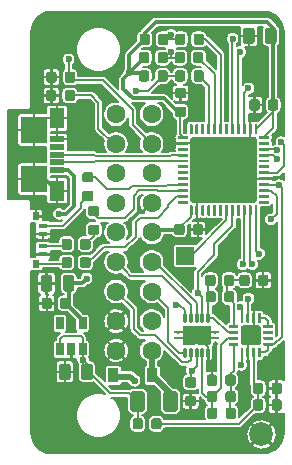
<source format=gbr>
G04 #@! TF.GenerationSoftware,KiCad,Pcbnew,(5.1.5)-3*
G04 #@! TF.CreationDate,2020-06-09T15:55:59-06:00*
G04 #@! TF.ProjectId,CruiseController,43727569-7365-4436-9f6e-74726f6c6c65,rev?*
G04 #@! TF.SameCoordinates,Original*
G04 #@! TF.FileFunction,Copper,L2,Bot*
G04 #@! TF.FilePolarity,Positive*
%FSLAX46Y46*%
G04 Gerber Fmt 4.6, Leading zero omitted, Abs format (unit mm)*
G04 Created by KiCad (PCBNEW (5.1.5)-3) date 2020-06-09 15:55:59*
%MOMM*%
%LPD*%
G04 APERTURE LIST*
%ADD10C,0.100000*%
%ADD11R,1.500000X1.500000*%
%ADD12C,2.000000*%
%ADD13R,0.630000X0.660000*%
%ADD14R,0.800000X0.400000*%
%ADD15C,1.600000*%
%ADD16O,0.280000X0.850000*%
%ADD17R,0.280000X0.280000*%
%ADD18R,2.400000X1.650000*%
%ADD19R,1.050000X0.680000*%
%ADD20R,0.500000X0.260000*%
%ADD21R,0.700000X0.280000*%
%ADD22R,2.300000X2.250000*%
%ADD23R,1.300000X1.750000*%
%ADD24R,1.300000X0.500000*%
%ADD25R,0.650000X1.060000*%
%ADD26R,0.900000X1.200000*%
%ADD27C,0.600000*%
%ADD28C,0.200000*%
%ADD29C,0.300000*%
%ADD30C,0.500000*%
%ADD31C,0.154000*%
G04 APERTURE END LIST*
G04 #@! TA.AperFunction,SMDPad,CuDef*
D10*
G36*
X105877691Y-88338553D02*
G01*
X105898926Y-88341703D01*
X105919750Y-88346919D01*
X105939962Y-88354151D01*
X105959368Y-88363330D01*
X105977781Y-88374366D01*
X105995024Y-88387154D01*
X106010930Y-88401570D01*
X106025346Y-88417476D01*
X106038134Y-88434719D01*
X106049170Y-88453132D01*
X106058349Y-88472538D01*
X106065581Y-88492750D01*
X106070797Y-88513574D01*
X106073947Y-88534809D01*
X106075000Y-88556250D01*
X106075000Y-88993750D01*
X106073947Y-89015191D01*
X106070797Y-89036426D01*
X106065581Y-89057250D01*
X106058349Y-89077462D01*
X106049170Y-89096868D01*
X106038134Y-89115281D01*
X106025346Y-89132524D01*
X106010930Y-89148430D01*
X105995024Y-89162846D01*
X105977781Y-89175634D01*
X105959368Y-89186670D01*
X105939962Y-89195849D01*
X105919750Y-89203081D01*
X105898926Y-89208297D01*
X105877691Y-89211447D01*
X105856250Y-89212500D01*
X105343750Y-89212500D01*
X105322309Y-89211447D01*
X105301074Y-89208297D01*
X105280250Y-89203081D01*
X105260038Y-89195849D01*
X105240632Y-89186670D01*
X105222219Y-89175634D01*
X105204976Y-89162846D01*
X105189070Y-89148430D01*
X105174654Y-89132524D01*
X105161866Y-89115281D01*
X105150830Y-89096868D01*
X105141651Y-89077462D01*
X105134419Y-89057250D01*
X105129203Y-89036426D01*
X105126053Y-89015191D01*
X105125000Y-88993750D01*
X105125000Y-88556250D01*
X105126053Y-88534809D01*
X105129203Y-88513574D01*
X105134419Y-88492750D01*
X105141651Y-88472538D01*
X105150830Y-88453132D01*
X105161866Y-88434719D01*
X105174654Y-88417476D01*
X105189070Y-88401570D01*
X105204976Y-88387154D01*
X105222219Y-88374366D01*
X105240632Y-88363330D01*
X105260038Y-88354151D01*
X105280250Y-88346919D01*
X105301074Y-88341703D01*
X105322309Y-88338553D01*
X105343750Y-88337500D01*
X105856250Y-88337500D01*
X105877691Y-88338553D01*
G37*
G04 #@! TD.AperFunction*
G04 #@! TA.AperFunction,SMDPad,CuDef*
G36*
X105877691Y-86763553D02*
G01*
X105898926Y-86766703D01*
X105919750Y-86771919D01*
X105939962Y-86779151D01*
X105959368Y-86788330D01*
X105977781Y-86799366D01*
X105995024Y-86812154D01*
X106010930Y-86826570D01*
X106025346Y-86842476D01*
X106038134Y-86859719D01*
X106049170Y-86878132D01*
X106058349Y-86897538D01*
X106065581Y-86917750D01*
X106070797Y-86938574D01*
X106073947Y-86959809D01*
X106075000Y-86981250D01*
X106075000Y-87418750D01*
X106073947Y-87440191D01*
X106070797Y-87461426D01*
X106065581Y-87482250D01*
X106058349Y-87502462D01*
X106049170Y-87521868D01*
X106038134Y-87540281D01*
X106025346Y-87557524D01*
X106010930Y-87573430D01*
X105995024Y-87587846D01*
X105977781Y-87600634D01*
X105959368Y-87611670D01*
X105939962Y-87620849D01*
X105919750Y-87628081D01*
X105898926Y-87633297D01*
X105877691Y-87636447D01*
X105856250Y-87637500D01*
X105343750Y-87637500D01*
X105322309Y-87636447D01*
X105301074Y-87633297D01*
X105280250Y-87628081D01*
X105260038Y-87620849D01*
X105240632Y-87611670D01*
X105222219Y-87600634D01*
X105204976Y-87587846D01*
X105189070Y-87573430D01*
X105174654Y-87557524D01*
X105161866Y-87540281D01*
X105150830Y-87521868D01*
X105141651Y-87502462D01*
X105134419Y-87482250D01*
X105129203Y-87461426D01*
X105126053Y-87440191D01*
X105125000Y-87418750D01*
X105125000Y-86981250D01*
X105126053Y-86959809D01*
X105129203Y-86938574D01*
X105134419Y-86917750D01*
X105141651Y-86897538D01*
X105150830Y-86878132D01*
X105161866Y-86859719D01*
X105174654Y-86842476D01*
X105189070Y-86826570D01*
X105204976Y-86812154D01*
X105222219Y-86799366D01*
X105240632Y-86788330D01*
X105260038Y-86779151D01*
X105280250Y-86771919D01*
X105301074Y-86766703D01*
X105322309Y-86763553D01*
X105343750Y-86762500D01*
X105856250Y-86762500D01*
X105877691Y-86763553D01*
G37*
G04 #@! TD.AperFunction*
G04 #@! TA.AperFunction,SMDPad,CuDef*
G36*
X120867642Y-71651174D02*
G01*
X120891303Y-71654684D01*
X120914507Y-71660496D01*
X120937029Y-71668554D01*
X120958653Y-71678782D01*
X120979170Y-71691079D01*
X120998383Y-71705329D01*
X121016107Y-71721393D01*
X121032171Y-71739117D01*
X121046421Y-71758330D01*
X121058718Y-71778847D01*
X121068946Y-71800471D01*
X121077004Y-71822993D01*
X121082816Y-71846197D01*
X121086326Y-71869858D01*
X121087500Y-71893750D01*
X121087500Y-72806250D01*
X121086326Y-72830142D01*
X121082816Y-72853803D01*
X121077004Y-72877007D01*
X121068946Y-72899529D01*
X121058718Y-72921153D01*
X121046421Y-72941670D01*
X121032171Y-72960883D01*
X121016107Y-72978607D01*
X120998383Y-72994671D01*
X120979170Y-73008921D01*
X120958653Y-73021218D01*
X120937029Y-73031446D01*
X120914507Y-73039504D01*
X120891303Y-73045316D01*
X120867642Y-73048826D01*
X120843750Y-73050000D01*
X120356250Y-73050000D01*
X120332358Y-73048826D01*
X120308697Y-73045316D01*
X120285493Y-73039504D01*
X120262971Y-73031446D01*
X120241347Y-73021218D01*
X120220830Y-73008921D01*
X120201617Y-72994671D01*
X120183893Y-72978607D01*
X120167829Y-72960883D01*
X120153579Y-72941670D01*
X120141282Y-72921153D01*
X120131054Y-72899529D01*
X120122996Y-72877007D01*
X120117184Y-72853803D01*
X120113674Y-72830142D01*
X120112500Y-72806250D01*
X120112500Y-71893750D01*
X120113674Y-71869858D01*
X120117184Y-71846197D01*
X120122996Y-71822993D01*
X120131054Y-71800471D01*
X120141282Y-71778847D01*
X120153579Y-71758330D01*
X120167829Y-71739117D01*
X120183893Y-71721393D01*
X120201617Y-71705329D01*
X120220830Y-71691079D01*
X120241347Y-71678782D01*
X120262971Y-71668554D01*
X120285493Y-71660496D01*
X120308697Y-71654684D01*
X120332358Y-71651174D01*
X120356250Y-71650000D01*
X120843750Y-71650000D01*
X120867642Y-71651174D01*
G37*
G04 #@! TD.AperFunction*
G04 #@! TA.AperFunction,SMDPad,CuDef*
G36*
X118992642Y-71651174D02*
G01*
X119016303Y-71654684D01*
X119039507Y-71660496D01*
X119062029Y-71668554D01*
X119083653Y-71678782D01*
X119104170Y-71691079D01*
X119123383Y-71705329D01*
X119141107Y-71721393D01*
X119157171Y-71739117D01*
X119171421Y-71758330D01*
X119183718Y-71778847D01*
X119193946Y-71800471D01*
X119202004Y-71822993D01*
X119207816Y-71846197D01*
X119211326Y-71869858D01*
X119212500Y-71893750D01*
X119212500Y-72806250D01*
X119211326Y-72830142D01*
X119207816Y-72853803D01*
X119202004Y-72877007D01*
X119193946Y-72899529D01*
X119183718Y-72921153D01*
X119171421Y-72941670D01*
X119157171Y-72960883D01*
X119141107Y-72978607D01*
X119123383Y-72994671D01*
X119104170Y-73008921D01*
X119083653Y-73021218D01*
X119062029Y-73031446D01*
X119039507Y-73039504D01*
X119016303Y-73045316D01*
X118992642Y-73048826D01*
X118968750Y-73050000D01*
X118481250Y-73050000D01*
X118457358Y-73048826D01*
X118433697Y-73045316D01*
X118410493Y-73039504D01*
X118387971Y-73031446D01*
X118366347Y-73021218D01*
X118345830Y-73008921D01*
X118326617Y-72994671D01*
X118308893Y-72978607D01*
X118292829Y-72960883D01*
X118278579Y-72941670D01*
X118266282Y-72921153D01*
X118256054Y-72899529D01*
X118247996Y-72877007D01*
X118242184Y-72853803D01*
X118238674Y-72830142D01*
X118237500Y-72806250D01*
X118237500Y-71893750D01*
X118238674Y-71869858D01*
X118242184Y-71846197D01*
X118247996Y-71822993D01*
X118256054Y-71800471D01*
X118266282Y-71778847D01*
X118278579Y-71758330D01*
X118292829Y-71739117D01*
X118308893Y-71721393D01*
X118326617Y-71705329D01*
X118345830Y-71691079D01*
X118366347Y-71678782D01*
X118387971Y-71668554D01*
X118410493Y-71660496D01*
X118433697Y-71654684D01*
X118457358Y-71651174D01*
X118481250Y-71650000D01*
X118968750Y-71650000D01*
X118992642Y-71651174D01*
G37*
G04 #@! TD.AperFunction*
D11*
X113350000Y-91000000D03*
G04 #@! TA.AperFunction,SMDPad,CuDef*
D10*
G36*
X105292642Y-100101174D02*
G01*
X105316303Y-100104684D01*
X105339507Y-100110496D01*
X105362029Y-100118554D01*
X105383653Y-100128782D01*
X105404170Y-100141079D01*
X105423383Y-100155329D01*
X105441107Y-100171393D01*
X105457171Y-100189117D01*
X105471421Y-100208330D01*
X105483718Y-100228847D01*
X105493946Y-100250471D01*
X105502004Y-100272993D01*
X105507816Y-100296197D01*
X105511326Y-100319858D01*
X105512500Y-100343750D01*
X105512500Y-101256250D01*
X105511326Y-101280142D01*
X105507816Y-101303803D01*
X105502004Y-101327007D01*
X105493946Y-101349529D01*
X105483718Y-101371153D01*
X105471421Y-101391670D01*
X105457171Y-101410883D01*
X105441107Y-101428607D01*
X105423383Y-101444671D01*
X105404170Y-101458921D01*
X105383653Y-101471218D01*
X105362029Y-101481446D01*
X105339507Y-101489504D01*
X105316303Y-101495316D01*
X105292642Y-101498826D01*
X105268750Y-101500000D01*
X104781250Y-101500000D01*
X104757358Y-101498826D01*
X104733697Y-101495316D01*
X104710493Y-101489504D01*
X104687971Y-101481446D01*
X104666347Y-101471218D01*
X104645830Y-101458921D01*
X104626617Y-101444671D01*
X104608893Y-101428607D01*
X104592829Y-101410883D01*
X104578579Y-101391670D01*
X104566282Y-101371153D01*
X104556054Y-101349529D01*
X104547996Y-101327007D01*
X104542184Y-101303803D01*
X104538674Y-101280142D01*
X104537500Y-101256250D01*
X104537500Y-100343750D01*
X104538674Y-100319858D01*
X104542184Y-100296197D01*
X104547996Y-100272993D01*
X104556054Y-100250471D01*
X104566282Y-100228847D01*
X104578579Y-100208330D01*
X104592829Y-100189117D01*
X104608893Y-100171393D01*
X104626617Y-100155329D01*
X104645830Y-100141079D01*
X104666347Y-100128782D01*
X104687971Y-100118554D01*
X104710493Y-100110496D01*
X104733697Y-100104684D01*
X104757358Y-100101174D01*
X104781250Y-100100000D01*
X105268750Y-100100000D01*
X105292642Y-100101174D01*
G37*
G04 #@! TD.AperFunction*
G04 #@! TA.AperFunction,SMDPad,CuDef*
G36*
X103417642Y-100101174D02*
G01*
X103441303Y-100104684D01*
X103464507Y-100110496D01*
X103487029Y-100118554D01*
X103508653Y-100128782D01*
X103529170Y-100141079D01*
X103548383Y-100155329D01*
X103566107Y-100171393D01*
X103582171Y-100189117D01*
X103596421Y-100208330D01*
X103608718Y-100228847D01*
X103618946Y-100250471D01*
X103627004Y-100272993D01*
X103632816Y-100296197D01*
X103636326Y-100319858D01*
X103637500Y-100343750D01*
X103637500Y-101256250D01*
X103636326Y-101280142D01*
X103632816Y-101303803D01*
X103627004Y-101327007D01*
X103618946Y-101349529D01*
X103608718Y-101371153D01*
X103596421Y-101391670D01*
X103582171Y-101410883D01*
X103566107Y-101428607D01*
X103548383Y-101444671D01*
X103529170Y-101458921D01*
X103508653Y-101471218D01*
X103487029Y-101481446D01*
X103464507Y-101489504D01*
X103441303Y-101495316D01*
X103417642Y-101498826D01*
X103393750Y-101500000D01*
X102906250Y-101500000D01*
X102882358Y-101498826D01*
X102858697Y-101495316D01*
X102835493Y-101489504D01*
X102812971Y-101481446D01*
X102791347Y-101471218D01*
X102770830Y-101458921D01*
X102751617Y-101444671D01*
X102733893Y-101428607D01*
X102717829Y-101410883D01*
X102703579Y-101391670D01*
X102691282Y-101371153D01*
X102681054Y-101349529D01*
X102672996Y-101327007D01*
X102667184Y-101303803D01*
X102663674Y-101280142D01*
X102662500Y-101256250D01*
X102662500Y-100343750D01*
X102663674Y-100319858D01*
X102667184Y-100296197D01*
X102672996Y-100272993D01*
X102681054Y-100250471D01*
X102691282Y-100228847D01*
X102703579Y-100208330D01*
X102717829Y-100189117D01*
X102733893Y-100171393D01*
X102751617Y-100155329D01*
X102770830Y-100141079D01*
X102791347Y-100128782D01*
X102812971Y-100118554D01*
X102835493Y-100110496D01*
X102858697Y-100104684D01*
X102882358Y-100101174D01*
X102906250Y-100100000D01*
X103393750Y-100100000D01*
X103417642Y-100101174D01*
G37*
G04 #@! TD.AperFunction*
D12*
X119800000Y-106100000D03*
D13*
X100715000Y-87630000D03*
D14*
X101300000Y-88440000D03*
X101300000Y-89120000D03*
X101300000Y-90180000D03*
X101300000Y-90860000D03*
D13*
X100715000Y-91670000D03*
G04 #@! TA.AperFunction,SMDPad,CuDef*
D10*
G36*
X114077691Y-101263553D02*
G01*
X114098926Y-101266703D01*
X114119750Y-101271919D01*
X114139962Y-101279151D01*
X114159368Y-101288330D01*
X114177781Y-101299366D01*
X114195024Y-101312154D01*
X114210930Y-101326570D01*
X114225346Y-101342476D01*
X114238134Y-101359719D01*
X114249170Y-101378132D01*
X114258349Y-101397538D01*
X114265581Y-101417750D01*
X114270797Y-101438574D01*
X114273947Y-101459809D01*
X114275000Y-101481250D01*
X114275000Y-101918750D01*
X114273947Y-101940191D01*
X114270797Y-101961426D01*
X114265581Y-101982250D01*
X114258349Y-102002462D01*
X114249170Y-102021868D01*
X114238134Y-102040281D01*
X114225346Y-102057524D01*
X114210930Y-102073430D01*
X114195024Y-102087846D01*
X114177781Y-102100634D01*
X114159368Y-102111670D01*
X114139962Y-102120849D01*
X114119750Y-102128081D01*
X114098926Y-102133297D01*
X114077691Y-102136447D01*
X114056250Y-102137500D01*
X113543750Y-102137500D01*
X113522309Y-102136447D01*
X113501074Y-102133297D01*
X113480250Y-102128081D01*
X113460038Y-102120849D01*
X113440632Y-102111670D01*
X113422219Y-102100634D01*
X113404976Y-102087846D01*
X113389070Y-102073430D01*
X113374654Y-102057524D01*
X113361866Y-102040281D01*
X113350830Y-102021868D01*
X113341651Y-102002462D01*
X113334419Y-101982250D01*
X113329203Y-101961426D01*
X113326053Y-101940191D01*
X113325000Y-101918750D01*
X113325000Y-101481250D01*
X113326053Y-101459809D01*
X113329203Y-101438574D01*
X113334419Y-101417750D01*
X113341651Y-101397538D01*
X113350830Y-101378132D01*
X113361866Y-101359719D01*
X113374654Y-101342476D01*
X113389070Y-101326570D01*
X113404976Y-101312154D01*
X113422219Y-101299366D01*
X113440632Y-101288330D01*
X113460038Y-101279151D01*
X113480250Y-101271919D01*
X113501074Y-101266703D01*
X113522309Y-101263553D01*
X113543750Y-101262500D01*
X114056250Y-101262500D01*
X114077691Y-101263553D01*
G37*
G04 #@! TD.AperFunction*
G04 #@! TA.AperFunction,SMDPad,CuDef*
G36*
X114077691Y-102838553D02*
G01*
X114098926Y-102841703D01*
X114119750Y-102846919D01*
X114139962Y-102854151D01*
X114159368Y-102863330D01*
X114177781Y-102874366D01*
X114195024Y-102887154D01*
X114210930Y-102901570D01*
X114225346Y-102917476D01*
X114238134Y-102934719D01*
X114249170Y-102953132D01*
X114258349Y-102972538D01*
X114265581Y-102992750D01*
X114270797Y-103013574D01*
X114273947Y-103034809D01*
X114275000Y-103056250D01*
X114275000Y-103493750D01*
X114273947Y-103515191D01*
X114270797Y-103536426D01*
X114265581Y-103557250D01*
X114258349Y-103577462D01*
X114249170Y-103596868D01*
X114238134Y-103615281D01*
X114225346Y-103632524D01*
X114210930Y-103648430D01*
X114195024Y-103662846D01*
X114177781Y-103675634D01*
X114159368Y-103686670D01*
X114139962Y-103695849D01*
X114119750Y-103703081D01*
X114098926Y-103708297D01*
X114077691Y-103711447D01*
X114056250Y-103712500D01*
X113543750Y-103712500D01*
X113522309Y-103711447D01*
X113501074Y-103708297D01*
X113480250Y-103703081D01*
X113460038Y-103695849D01*
X113440632Y-103686670D01*
X113422219Y-103675634D01*
X113404976Y-103662846D01*
X113389070Y-103648430D01*
X113374654Y-103632524D01*
X113361866Y-103615281D01*
X113350830Y-103596868D01*
X113341651Y-103577462D01*
X113334419Y-103557250D01*
X113329203Y-103536426D01*
X113326053Y-103515191D01*
X113325000Y-103493750D01*
X113325000Y-103056250D01*
X113326053Y-103034809D01*
X113329203Y-103013574D01*
X113334419Y-102992750D01*
X113341651Y-102972538D01*
X113350830Y-102953132D01*
X113361866Y-102934719D01*
X113374654Y-102917476D01*
X113389070Y-102901570D01*
X113404976Y-102887154D01*
X113422219Y-102874366D01*
X113440632Y-102863330D01*
X113460038Y-102854151D01*
X113480250Y-102846919D01*
X113501074Y-102841703D01*
X113522309Y-102838553D01*
X113543750Y-102837500D01*
X114056250Y-102837500D01*
X114077691Y-102838553D01*
G37*
G04 #@! TD.AperFunction*
G04 #@! TA.AperFunction,SMDPad,CuDef*
G36*
X103552691Y-89526053D02*
G01*
X103573926Y-89529203D01*
X103594750Y-89534419D01*
X103614962Y-89541651D01*
X103634368Y-89550830D01*
X103652781Y-89561866D01*
X103670024Y-89574654D01*
X103685930Y-89589070D01*
X103700346Y-89604976D01*
X103713134Y-89622219D01*
X103724170Y-89640632D01*
X103733349Y-89660038D01*
X103740581Y-89680250D01*
X103745797Y-89701074D01*
X103748947Y-89722309D01*
X103750000Y-89743750D01*
X103750000Y-90256250D01*
X103748947Y-90277691D01*
X103745797Y-90298926D01*
X103740581Y-90319750D01*
X103733349Y-90339962D01*
X103724170Y-90359368D01*
X103713134Y-90377781D01*
X103700346Y-90395024D01*
X103685930Y-90410930D01*
X103670024Y-90425346D01*
X103652781Y-90438134D01*
X103634368Y-90449170D01*
X103614962Y-90458349D01*
X103594750Y-90465581D01*
X103573926Y-90470797D01*
X103552691Y-90473947D01*
X103531250Y-90475000D01*
X103093750Y-90475000D01*
X103072309Y-90473947D01*
X103051074Y-90470797D01*
X103030250Y-90465581D01*
X103010038Y-90458349D01*
X102990632Y-90449170D01*
X102972219Y-90438134D01*
X102954976Y-90425346D01*
X102939070Y-90410930D01*
X102924654Y-90395024D01*
X102911866Y-90377781D01*
X102900830Y-90359368D01*
X102891651Y-90339962D01*
X102884419Y-90319750D01*
X102879203Y-90298926D01*
X102876053Y-90277691D01*
X102875000Y-90256250D01*
X102875000Y-89743750D01*
X102876053Y-89722309D01*
X102879203Y-89701074D01*
X102884419Y-89680250D01*
X102891651Y-89660038D01*
X102900830Y-89640632D01*
X102911866Y-89622219D01*
X102924654Y-89604976D01*
X102939070Y-89589070D01*
X102954976Y-89574654D01*
X102972219Y-89561866D01*
X102990632Y-89550830D01*
X103010038Y-89541651D01*
X103030250Y-89534419D01*
X103051074Y-89529203D01*
X103072309Y-89526053D01*
X103093750Y-89525000D01*
X103531250Y-89525000D01*
X103552691Y-89526053D01*
G37*
G04 #@! TD.AperFunction*
G04 #@! TA.AperFunction,SMDPad,CuDef*
G36*
X105127691Y-89526053D02*
G01*
X105148926Y-89529203D01*
X105169750Y-89534419D01*
X105189962Y-89541651D01*
X105209368Y-89550830D01*
X105227781Y-89561866D01*
X105245024Y-89574654D01*
X105260930Y-89589070D01*
X105275346Y-89604976D01*
X105288134Y-89622219D01*
X105299170Y-89640632D01*
X105308349Y-89660038D01*
X105315581Y-89680250D01*
X105320797Y-89701074D01*
X105323947Y-89722309D01*
X105325000Y-89743750D01*
X105325000Y-90256250D01*
X105323947Y-90277691D01*
X105320797Y-90298926D01*
X105315581Y-90319750D01*
X105308349Y-90339962D01*
X105299170Y-90359368D01*
X105288134Y-90377781D01*
X105275346Y-90395024D01*
X105260930Y-90410930D01*
X105245024Y-90425346D01*
X105227781Y-90438134D01*
X105209368Y-90449170D01*
X105189962Y-90458349D01*
X105169750Y-90465581D01*
X105148926Y-90470797D01*
X105127691Y-90473947D01*
X105106250Y-90475000D01*
X104668750Y-90475000D01*
X104647309Y-90473947D01*
X104626074Y-90470797D01*
X104605250Y-90465581D01*
X104585038Y-90458349D01*
X104565632Y-90449170D01*
X104547219Y-90438134D01*
X104529976Y-90425346D01*
X104514070Y-90410930D01*
X104499654Y-90395024D01*
X104486866Y-90377781D01*
X104475830Y-90359368D01*
X104466651Y-90339962D01*
X104459419Y-90319750D01*
X104454203Y-90298926D01*
X104451053Y-90277691D01*
X104450000Y-90256250D01*
X104450000Y-89743750D01*
X104451053Y-89722309D01*
X104454203Y-89701074D01*
X104459419Y-89680250D01*
X104466651Y-89660038D01*
X104475830Y-89640632D01*
X104486866Y-89622219D01*
X104499654Y-89604976D01*
X104514070Y-89589070D01*
X104529976Y-89574654D01*
X104547219Y-89561866D01*
X104565632Y-89550830D01*
X104585038Y-89541651D01*
X104605250Y-89534419D01*
X104626074Y-89529203D01*
X104647309Y-89526053D01*
X104668750Y-89525000D01*
X105106250Y-89525000D01*
X105127691Y-89526053D01*
G37*
G04 #@! TD.AperFunction*
G04 #@! TA.AperFunction,SMDPad,CuDef*
G36*
X105377691Y-85463553D02*
G01*
X105398926Y-85466703D01*
X105419750Y-85471919D01*
X105439962Y-85479151D01*
X105459368Y-85488330D01*
X105477781Y-85499366D01*
X105495024Y-85512154D01*
X105510930Y-85526570D01*
X105525346Y-85542476D01*
X105538134Y-85559719D01*
X105549170Y-85578132D01*
X105558349Y-85597538D01*
X105565581Y-85617750D01*
X105570797Y-85638574D01*
X105573947Y-85659809D01*
X105575000Y-85681250D01*
X105575000Y-86118750D01*
X105573947Y-86140191D01*
X105570797Y-86161426D01*
X105565581Y-86182250D01*
X105558349Y-86202462D01*
X105549170Y-86221868D01*
X105538134Y-86240281D01*
X105525346Y-86257524D01*
X105510930Y-86273430D01*
X105495024Y-86287846D01*
X105477781Y-86300634D01*
X105459368Y-86311670D01*
X105439962Y-86320849D01*
X105419750Y-86328081D01*
X105398926Y-86333297D01*
X105377691Y-86336447D01*
X105356250Y-86337500D01*
X104843750Y-86337500D01*
X104822309Y-86336447D01*
X104801074Y-86333297D01*
X104780250Y-86328081D01*
X104760038Y-86320849D01*
X104740632Y-86311670D01*
X104722219Y-86300634D01*
X104704976Y-86287846D01*
X104689070Y-86273430D01*
X104674654Y-86257524D01*
X104661866Y-86240281D01*
X104650830Y-86221868D01*
X104641651Y-86202462D01*
X104634419Y-86182250D01*
X104629203Y-86161426D01*
X104626053Y-86140191D01*
X104625000Y-86118750D01*
X104625000Y-85681250D01*
X104626053Y-85659809D01*
X104629203Y-85638574D01*
X104634419Y-85617750D01*
X104641651Y-85597538D01*
X104650830Y-85578132D01*
X104661866Y-85559719D01*
X104674654Y-85542476D01*
X104689070Y-85526570D01*
X104704976Y-85512154D01*
X104722219Y-85499366D01*
X104740632Y-85488330D01*
X104760038Y-85479151D01*
X104780250Y-85471919D01*
X104801074Y-85466703D01*
X104822309Y-85463553D01*
X104843750Y-85462500D01*
X105356250Y-85462500D01*
X105377691Y-85463553D01*
G37*
G04 #@! TD.AperFunction*
G04 #@! TA.AperFunction,SMDPad,CuDef*
G36*
X105377691Y-83888553D02*
G01*
X105398926Y-83891703D01*
X105419750Y-83896919D01*
X105439962Y-83904151D01*
X105459368Y-83913330D01*
X105477781Y-83924366D01*
X105495024Y-83937154D01*
X105510930Y-83951570D01*
X105525346Y-83967476D01*
X105538134Y-83984719D01*
X105549170Y-84003132D01*
X105558349Y-84022538D01*
X105565581Y-84042750D01*
X105570797Y-84063574D01*
X105573947Y-84084809D01*
X105575000Y-84106250D01*
X105575000Y-84543750D01*
X105573947Y-84565191D01*
X105570797Y-84586426D01*
X105565581Y-84607250D01*
X105558349Y-84627462D01*
X105549170Y-84646868D01*
X105538134Y-84665281D01*
X105525346Y-84682524D01*
X105510930Y-84698430D01*
X105495024Y-84712846D01*
X105477781Y-84725634D01*
X105459368Y-84736670D01*
X105439962Y-84745849D01*
X105419750Y-84753081D01*
X105398926Y-84758297D01*
X105377691Y-84761447D01*
X105356250Y-84762500D01*
X104843750Y-84762500D01*
X104822309Y-84761447D01*
X104801074Y-84758297D01*
X104780250Y-84753081D01*
X104760038Y-84745849D01*
X104740632Y-84736670D01*
X104722219Y-84725634D01*
X104704976Y-84712846D01*
X104689070Y-84698430D01*
X104674654Y-84682524D01*
X104661866Y-84665281D01*
X104650830Y-84646868D01*
X104641651Y-84627462D01*
X104634419Y-84607250D01*
X104629203Y-84586426D01*
X104626053Y-84565191D01*
X104625000Y-84543750D01*
X104625000Y-84106250D01*
X104626053Y-84084809D01*
X104629203Y-84063574D01*
X104634419Y-84042750D01*
X104641651Y-84022538D01*
X104650830Y-84003132D01*
X104661866Y-83984719D01*
X104674654Y-83967476D01*
X104689070Y-83951570D01*
X104704976Y-83937154D01*
X104722219Y-83924366D01*
X104740632Y-83913330D01*
X104760038Y-83904151D01*
X104780250Y-83896919D01*
X104801074Y-83891703D01*
X104822309Y-83888553D01*
X104843750Y-83887500D01*
X105356250Y-83887500D01*
X105377691Y-83888553D01*
G37*
G04 #@! TD.AperFunction*
G04 #@! TA.AperFunction,SMDPad,CuDef*
G36*
X103552691Y-91076053D02*
G01*
X103573926Y-91079203D01*
X103594750Y-91084419D01*
X103614962Y-91091651D01*
X103634368Y-91100830D01*
X103652781Y-91111866D01*
X103670024Y-91124654D01*
X103685930Y-91139070D01*
X103700346Y-91154976D01*
X103713134Y-91172219D01*
X103724170Y-91190632D01*
X103733349Y-91210038D01*
X103740581Y-91230250D01*
X103745797Y-91251074D01*
X103748947Y-91272309D01*
X103750000Y-91293750D01*
X103750000Y-91806250D01*
X103748947Y-91827691D01*
X103745797Y-91848926D01*
X103740581Y-91869750D01*
X103733349Y-91889962D01*
X103724170Y-91909368D01*
X103713134Y-91927781D01*
X103700346Y-91945024D01*
X103685930Y-91960930D01*
X103670024Y-91975346D01*
X103652781Y-91988134D01*
X103634368Y-91999170D01*
X103614962Y-92008349D01*
X103594750Y-92015581D01*
X103573926Y-92020797D01*
X103552691Y-92023947D01*
X103531250Y-92025000D01*
X103093750Y-92025000D01*
X103072309Y-92023947D01*
X103051074Y-92020797D01*
X103030250Y-92015581D01*
X103010038Y-92008349D01*
X102990632Y-91999170D01*
X102972219Y-91988134D01*
X102954976Y-91975346D01*
X102939070Y-91960930D01*
X102924654Y-91945024D01*
X102911866Y-91927781D01*
X102900830Y-91909368D01*
X102891651Y-91889962D01*
X102884419Y-91869750D01*
X102879203Y-91848926D01*
X102876053Y-91827691D01*
X102875000Y-91806250D01*
X102875000Y-91293750D01*
X102876053Y-91272309D01*
X102879203Y-91251074D01*
X102884419Y-91230250D01*
X102891651Y-91210038D01*
X102900830Y-91190632D01*
X102911866Y-91172219D01*
X102924654Y-91154976D01*
X102939070Y-91139070D01*
X102954976Y-91124654D01*
X102972219Y-91111866D01*
X102990632Y-91100830D01*
X103010038Y-91091651D01*
X103030250Y-91084419D01*
X103051074Y-91079203D01*
X103072309Y-91076053D01*
X103093750Y-91075000D01*
X103531250Y-91075000D01*
X103552691Y-91076053D01*
G37*
G04 #@! TD.AperFunction*
G04 #@! TA.AperFunction,SMDPad,CuDef*
G36*
X105127691Y-91076053D02*
G01*
X105148926Y-91079203D01*
X105169750Y-91084419D01*
X105189962Y-91091651D01*
X105209368Y-91100830D01*
X105227781Y-91111866D01*
X105245024Y-91124654D01*
X105260930Y-91139070D01*
X105275346Y-91154976D01*
X105288134Y-91172219D01*
X105299170Y-91190632D01*
X105308349Y-91210038D01*
X105315581Y-91230250D01*
X105320797Y-91251074D01*
X105323947Y-91272309D01*
X105325000Y-91293750D01*
X105325000Y-91806250D01*
X105323947Y-91827691D01*
X105320797Y-91848926D01*
X105315581Y-91869750D01*
X105308349Y-91889962D01*
X105299170Y-91909368D01*
X105288134Y-91927781D01*
X105275346Y-91945024D01*
X105260930Y-91960930D01*
X105245024Y-91975346D01*
X105227781Y-91988134D01*
X105209368Y-91999170D01*
X105189962Y-92008349D01*
X105169750Y-92015581D01*
X105148926Y-92020797D01*
X105127691Y-92023947D01*
X105106250Y-92025000D01*
X104668750Y-92025000D01*
X104647309Y-92023947D01*
X104626074Y-92020797D01*
X104605250Y-92015581D01*
X104585038Y-92008349D01*
X104565632Y-91999170D01*
X104547219Y-91988134D01*
X104529976Y-91975346D01*
X104514070Y-91960930D01*
X104499654Y-91945024D01*
X104486866Y-91927781D01*
X104475830Y-91909368D01*
X104466651Y-91889962D01*
X104459419Y-91869750D01*
X104454203Y-91848926D01*
X104451053Y-91827691D01*
X104450000Y-91806250D01*
X104450000Y-91293750D01*
X104451053Y-91272309D01*
X104454203Y-91251074D01*
X104459419Y-91230250D01*
X104466651Y-91210038D01*
X104475830Y-91190632D01*
X104486866Y-91172219D01*
X104499654Y-91154976D01*
X104514070Y-91139070D01*
X104529976Y-91124654D01*
X104547219Y-91111866D01*
X104565632Y-91100830D01*
X104585038Y-91091651D01*
X104605250Y-91084419D01*
X104626074Y-91079203D01*
X104647309Y-91076053D01*
X104668750Y-91075000D01*
X105106250Y-91075000D01*
X105127691Y-91076053D01*
G37*
G04 #@! TD.AperFunction*
D15*
X107500000Y-79000000D03*
X107500000Y-81500000D03*
X107500000Y-84000000D03*
X107500000Y-86500000D03*
X107500000Y-89000000D03*
X107500000Y-91500000D03*
X107500000Y-94000000D03*
X107500000Y-96500000D03*
X110500000Y-79000000D03*
X110500000Y-81500000D03*
X110500000Y-84000000D03*
X110500000Y-86500000D03*
X110500000Y-89000000D03*
X110500000Y-91500000D03*
X110500000Y-94000000D03*
X110500000Y-96500000D03*
X107500000Y-99000000D03*
X110500000Y-99000000D03*
D16*
X113300000Y-99175000D03*
X113800000Y-99175000D03*
X114300000Y-99175000D03*
D17*
X114800000Y-99460000D03*
X115300000Y-99460000D03*
D16*
X115300000Y-96225000D03*
D17*
X114800000Y-95940000D03*
D16*
X114300000Y-96225000D03*
D17*
X113800000Y-95940000D03*
X113300000Y-95940000D03*
D18*
X114300000Y-97700000D03*
D19*
X114935000Y-98150000D03*
X114935000Y-97250000D03*
X113665000Y-98150000D03*
D20*
X115930000Y-97950000D03*
X115930000Y-97450000D03*
X112670000Y-97950000D03*
D21*
X115850000Y-97950000D03*
X115850000Y-97450000D03*
X112750000Y-97950000D03*
D20*
X112670000Y-97450000D03*
D21*
X112750000Y-97450000D03*
D19*
X113665000Y-97250000D03*
D17*
X113300000Y-99460000D03*
X113800000Y-99460000D03*
X114300000Y-99460000D03*
D16*
X114800000Y-99175000D03*
X115300000Y-99175000D03*
D17*
X115300000Y-95940000D03*
D16*
X114800000Y-96225000D03*
D17*
X114300000Y-95940000D03*
D16*
X113800000Y-96225000D03*
X113300000Y-96225000D03*
G04 #@! TA.AperFunction,SMDPad,CuDef*
D10*
G36*
X114665191Y-88276053D02*
G01*
X114686426Y-88279203D01*
X114707250Y-88284419D01*
X114727462Y-88291651D01*
X114746868Y-88300830D01*
X114765281Y-88311866D01*
X114782524Y-88324654D01*
X114798430Y-88339070D01*
X114812846Y-88354976D01*
X114825634Y-88372219D01*
X114836670Y-88390632D01*
X114845849Y-88410038D01*
X114853081Y-88430250D01*
X114858297Y-88451074D01*
X114861447Y-88472309D01*
X114862500Y-88493750D01*
X114862500Y-89006250D01*
X114861447Y-89027691D01*
X114858297Y-89048926D01*
X114853081Y-89069750D01*
X114845849Y-89089962D01*
X114836670Y-89109368D01*
X114825634Y-89127781D01*
X114812846Y-89145024D01*
X114798430Y-89160930D01*
X114782524Y-89175346D01*
X114765281Y-89188134D01*
X114746868Y-89199170D01*
X114727462Y-89208349D01*
X114707250Y-89215581D01*
X114686426Y-89220797D01*
X114665191Y-89223947D01*
X114643750Y-89225000D01*
X114206250Y-89225000D01*
X114184809Y-89223947D01*
X114163574Y-89220797D01*
X114142750Y-89215581D01*
X114122538Y-89208349D01*
X114103132Y-89199170D01*
X114084719Y-89188134D01*
X114067476Y-89175346D01*
X114051570Y-89160930D01*
X114037154Y-89145024D01*
X114024366Y-89127781D01*
X114013330Y-89109368D01*
X114004151Y-89089962D01*
X113996919Y-89069750D01*
X113991703Y-89048926D01*
X113988553Y-89027691D01*
X113987500Y-89006250D01*
X113987500Y-88493750D01*
X113988553Y-88472309D01*
X113991703Y-88451074D01*
X113996919Y-88430250D01*
X114004151Y-88410038D01*
X114013330Y-88390632D01*
X114024366Y-88372219D01*
X114037154Y-88354976D01*
X114051570Y-88339070D01*
X114067476Y-88324654D01*
X114084719Y-88311866D01*
X114103132Y-88300830D01*
X114122538Y-88291651D01*
X114142750Y-88284419D01*
X114163574Y-88279203D01*
X114184809Y-88276053D01*
X114206250Y-88275000D01*
X114643750Y-88275000D01*
X114665191Y-88276053D01*
G37*
G04 #@! TD.AperFunction*
G04 #@! TA.AperFunction,SMDPad,CuDef*
G36*
X113090191Y-88276053D02*
G01*
X113111426Y-88279203D01*
X113132250Y-88284419D01*
X113152462Y-88291651D01*
X113171868Y-88300830D01*
X113190281Y-88311866D01*
X113207524Y-88324654D01*
X113223430Y-88339070D01*
X113237846Y-88354976D01*
X113250634Y-88372219D01*
X113261670Y-88390632D01*
X113270849Y-88410038D01*
X113278081Y-88430250D01*
X113283297Y-88451074D01*
X113286447Y-88472309D01*
X113287500Y-88493750D01*
X113287500Y-89006250D01*
X113286447Y-89027691D01*
X113283297Y-89048926D01*
X113278081Y-89069750D01*
X113270849Y-89089962D01*
X113261670Y-89109368D01*
X113250634Y-89127781D01*
X113237846Y-89145024D01*
X113223430Y-89160930D01*
X113207524Y-89175346D01*
X113190281Y-89188134D01*
X113171868Y-89199170D01*
X113152462Y-89208349D01*
X113132250Y-89215581D01*
X113111426Y-89220797D01*
X113090191Y-89223947D01*
X113068750Y-89225000D01*
X112631250Y-89225000D01*
X112609809Y-89223947D01*
X112588574Y-89220797D01*
X112567750Y-89215581D01*
X112547538Y-89208349D01*
X112528132Y-89199170D01*
X112509719Y-89188134D01*
X112492476Y-89175346D01*
X112476570Y-89160930D01*
X112462154Y-89145024D01*
X112449366Y-89127781D01*
X112438330Y-89109368D01*
X112429151Y-89089962D01*
X112421919Y-89069750D01*
X112416703Y-89048926D01*
X112413553Y-89027691D01*
X112412500Y-89006250D01*
X112412500Y-88493750D01*
X112413553Y-88472309D01*
X112416703Y-88451074D01*
X112421919Y-88430250D01*
X112429151Y-88410038D01*
X112438330Y-88390632D01*
X112449366Y-88372219D01*
X112462154Y-88354976D01*
X112476570Y-88339070D01*
X112492476Y-88324654D01*
X112509719Y-88311866D01*
X112528132Y-88300830D01*
X112547538Y-88291651D01*
X112567750Y-88284419D01*
X112588574Y-88279203D01*
X112609809Y-88276053D01*
X112631250Y-88275000D01*
X113068750Y-88275000D01*
X113090191Y-88276053D01*
G37*
G04 #@! TD.AperFunction*
D22*
X100550000Y-80325000D03*
X100550000Y-84475000D03*
D23*
X102500000Y-79325000D03*
X102500000Y-85475000D03*
D24*
X102500000Y-81100000D03*
X102500000Y-81750000D03*
X102500000Y-82400000D03*
X102500000Y-83050000D03*
X102500000Y-83700000D03*
G04 #@! TA.AperFunction,SMDPad,CuDef*
D10*
G36*
X115715191Y-92584053D02*
G01*
X115736426Y-92587203D01*
X115757250Y-92592419D01*
X115777462Y-92599651D01*
X115796868Y-92608830D01*
X115815281Y-92619866D01*
X115832524Y-92632654D01*
X115848430Y-92647070D01*
X115862846Y-92662976D01*
X115875634Y-92680219D01*
X115886670Y-92698632D01*
X115895849Y-92718038D01*
X115903081Y-92738250D01*
X115908297Y-92759074D01*
X115911447Y-92780309D01*
X115912500Y-92801750D01*
X115912500Y-93314250D01*
X115911447Y-93335691D01*
X115908297Y-93356926D01*
X115903081Y-93377750D01*
X115895849Y-93397962D01*
X115886670Y-93417368D01*
X115875634Y-93435781D01*
X115862846Y-93453024D01*
X115848430Y-93468930D01*
X115832524Y-93483346D01*
X115815281Y-93496134D01*
X115796868Y-93507170D01*
X115777462Y-93516349D01*
X115757250Y-93523581D01*
X115736426Y-93528797D01*
X115715191Y-93531947D01*
X115693750Y-93533000D01*
X115256250Y-93533000D01*
X115234809Y-93531947D01*
X115213574Y-93528797D01*
X115192750Y-93523581D01*
X115172538Y-93516349D01*
X115153132Y-93507170D01*
X115134719Y-93496134D01*
X115117476Y-93483346D01*
X115101570Y-93468930D01*
X115087154Y-93453024D01*
X115074366Y-93435781D01*
X115063330Y-93417368D01*
X115054151Y-93397962D01*
X115046919Y-93377750D01*
X115041703Y-93356926D01*
X115038553Y-93335691D01*
X115037500Y-93314250D01*
X115037500Y-92801750D01*
X115038553Y-92780309D01*
X115041703Y-92759074D01*
X115046919Y-92738250D01*
X115054151Y-92718038D01*
X115063330Y-92698632D01*
X115074366Y-92680219D01*
X115087154Y-92662976D01*
X115101570Y-92647070D01*
X115117476Y-92632654D01*
X115134719Y-92619866D01*
X115153132Y-92608830D01*
X115172538Y-92599651D01*
X115192750Y-92592419D01*
X115213574Y-92587203D01*
X115234809Y-92584053D01*
X115256250Y-92583000D01*
X115693750Y-92583000D01*
X115715191Y-92584053D01*
G37*
G04 #@! TD.AperFunction*
G04 #@! TA.AperFunction,SMDPad,CuDef*
G36*
X117290191Y-92584053D02*
G01*
X117311426Y-92587203D01*
X117332250Y-92592419D01*
X117352462Y-92599651D01*
X117371868Y-92608830D01*
X117390281Y-92619866D01*
X117407524Y-92632654D01*
X117423430Y-92647070D01*
X117437846Y-92662976D01*
X117450634Y-92680219D01*
X117461670Y-92698632D01*
X117470849Y-92718038D01*
X117478081Y-92738250D01*
X117483297Y-92759074D01*
X117486447Y-92780309D01*
X117487500Y-92801750D01*
X117487500Y-93314250D01*
X117486447Y-93335691D01*
X117483297Y-93356926D01*
X117478081Y-93377750D01*
X117470849Y-93397962D01*
X117461670Y-93417368D01*
X117450634Y-93435781D01*
X117437846Y-93453024D01*
X117423430Y-93468930D01*
X117407524Y-93483346D01*
X117390281Y-93496134D01*
X117371868Y-93507170D01*
X117352462Y-93516349D01*
X117332250Y-93523581D01*
X117311426Y-93528797D01*
X117290191Y-93531947D01*
X117268750Y-93533000D01*
X116831250Y-93533000D01*
X116809809Y-93531947D01*
X116788574Y-93528797D01*
X116767750Y-93523581D01*
X116747538Y-93516349D01*
X116728132Y-93507170D01*
X116709719Y-93496134D01*
X116692476Y-93483346D01*
X116676570Y-93468930D01*
X116662154Y-93453024D01*
X116649366Y-93435781D01*
X116638330Y-93417368D01*
X116629151Y-93397962D01*
X116621919Y-93377750D01*
X116616703Y-93356926D01*
X116613553Y-93335691D01*
X116612500Y-93314250D01*
X116612500Y-92801750D01*
X116613553Y-92780309D01*
X116616703Y-92759074D01*
X116621919Y-92738250D01*
X116629151Y-92718038D01*
X116638330Y-92698632D01*
X116649366Y-92680219D01*
X116662154Y-92662976D01*
X116676570Y-92647070D01*
X116692476Y-92632654D01*
X116709719Y-92619866D01*
X116728132Y-92608830D01*
X116747538Y-92599651D01*
X116767750Y-92592419D01*
X116788574Y-92587203D01*
X116809809Y-92584053D01*
X116831250Y-92583000D01*
X117268750Y-92583000D01*
X117290191Y-92584053D01*
G37*
G04 #@! TD.AperFunction*
G04 #@! TA.AperFunction,SMDPad,CuDef*
G36*
X115865191Y-103826053D02*
G01*
X115886426Y-103829203D01*
X115907250Y-103834419D01*
X115927462Y-103841651D01*
X115946868Y-103850830D01*
X115965281Y-103861866D01*
X115982524Y-103874654D01*
X115998430Y-103889070D01*
X116012846Y-103904976D01*
X116025634Y-103922219D01*
X116036670Y-103940632D01*
X116045849Y-103960038D01*
X116053081Y-103980250D01*
X116058297Y-104001074D01*
X116061447Y-104022309D01*
X116062500Y-104043750D01*
X116062500Y-104556250D01*
X116061447Y-104577691D01*
X116058297Y-104598926D01*
X116053081Y-104619750D01*
X116045849Y-104639962D01*
X116036670Y-104659368D01*
X116025634Y-104677781D01*
X116012846Y-104695024D01*
X115998430Y-104710930D01*
X115982524Y-104725346D01*
X115965281Y-104738134D01*
X115946868Y-104749170D01*
X115927462Y-104758349D01*
X115907250Y-104765581D01*
X115886426Y-104770797D01*
X115865191Y-104773947D01*
X115843750Y-104775000D01*
X115406250Y-104775000D01*
X115384809Y-104773947D01*
X115363574Y-104770797D01*
X115342750Y-104765581D01*
X115322538Y-104758349D01*
X115303132Y-104749170D01*
X115284719Y-104738134D01*
X115267476Y-104725346D01*
X115251570Y-104710930D01*
X115237154Y-104695024D01*
X115224366Y-104677781D01*
X115213330Y-104659368D01*
X115204151Y-104639962D01*
X115196919Y-104619750D01*
X115191703Y-104598926D01*
X115188553Y-104577691D01*
X115187500Y-104556250D01*
X115187500Y-104043750D01*
X115188553Y-104022309D01*
X115191703Y-104001074D01*
X115196919Y-103980250D01*
X115204151Y-103960038D01*
X115213330Y-103940632D01*
X115224366Y-103922219D01*
X115237154Y-103904976D01*
X115251570Y-103889070D01*
X115267476Y-103874654D01*
X115284719Y-103861866D01*
X115303132Y-103850830D01*
X115322538Y-103841651D01*
X115342750Y-103834419D01*
X115363574Y-103829203D01*
X115384809Y-103826053D01*
X115406250Y-103825000D01*
X115843750Y-103825000D01*
X115865191Y-103826053D01*
G37*
G04 #@! TD.AperFunction*
G04 #@! TA.AperFunction,SMDPad,CuDef*
G36*
X117440191Y-103826053D02*
G01*
X117461426Y-103829203D01*
X117482250Y-103834419D01*
X117502462Y-103841651D01*
X117521868Y-103850830D01*
X117540281Y-103861866D01*
X117557524Y-103874654D01*
X117573430Y-103889070D01*
X117587846Y-103904976D01*
X117600634Y-103922219D01*
X117611670Y-103940632D01*
X117620849Y-103960038D01*
X117628081Y-103980250D01*
X117633297Y-104001074D01*
X117636447Y-104022309D01*
X117637500Y-104043750D01*
X117637500Y-104556250D01*
X117636447Y-104577691D01*
X117633297Y-104598926D01*
X117628081Y-104619750D01*
X117620849Y-104639962D01*
X117611670Y-104659368D01*
X117600634Y-104677781D01*
X117587846Y-104695024D01*
X117573430Y-104710930D01*
X117557524Y-104725346D01*
X117540281Y-104738134D01*
X117521868Y-104749170D01*
X117502462Y-104758349D01*
X117482250Y-104765581D01*
X117461426Y-104770797D01*
X117440191Y-104773947D01*
X117418750Y-104775000D01*
X116981250Y-104775000D01*
X116959809Y-104773947D01*
X116938574Y-104770797D01*
X116917750Y-104765581D01*
X116897538Y-104758349D01*
X116878132Y-104749170D01*
X116859719Y-104738134D01*
X116842476Y-104725346D01*
X116826570Y-104710930D01*
X116812154Y-104695024D01*
X116799366Y-104677781D01*
X116788330Y-104659368D01*
X116779151Y-104639962D01*
X116771919Y-104619750D01*
X116766703Y-104598926D01*
X116763553Y-104577691D01*
X116762500Y-104556250D01*
X116762500Y-104043750D01*
X116763553Y-104022309D01*
X116766703Y-104001074D01*
X116771919Y-103980250D01*
X116779151Y-103960038D01*
X116788330Y-103940632D01*
X116799366Y-103922219D01*
X116812154Y-103904976D01*
X116826570Y-103889070D01*
X116842476Y-103874654D01*
X116859719Y-103861866D01*
X116878132Y-103850830D01*
X116897538Y-103841651D01*
X116917750Y-103834419D01*
X116938574Y-103829203D01*
X116959809Y-103826053D01*
X116981250Y-103825000D01*
X117418750Y-103825000D01*
X117440191Y-103826053D01*
G37*
G04 #@! TD.AperFunction*
G04 #@! TA.AperFunction,SMDPad,CuDef*
G36*
X121327691Y-103126053D02*
G01*
X121348926Y-103129203D01*
X121369750Y-103134419D01*
X121389962Y-103141651D01*
X121409368Y-103150830D01*
X121427781Y-103161866D01*
X121445024Y-103174654D01*
X121460930Y-103189070D01*
X121475346Y-103204976D01*
X121488134Y-103222219D01*
X121499170Y-103240632D01*
X121508349Y-103260038D01*
X121515581Y-103280250D01*
X121520797Y-103301074D01*
X121523947Y-103322309D01*
X121525000Y-103343750D01*
X121525000Y-103856250D01*
X121523947Y-103877691D01*
X121520797Y-103898926D01*
X121515581Y-103919750D01*
X121508349Y-103939962D01*
X121499170Y-103959368D01*
X121488134Y-103977781D01*
X121475346Y-103995024D01*
X121460930Y-104010930D01*
X121445024Y-104025346D01*
X121427781Y-104038134D01*
X121409368Y-104049170D01*
X121389962Y-104058349D01*
X121369750Y-104065581D01*
X121348926Y-104070797D01*
X121327691Y-104073947D01*
X121306250Y-104075000D01*
X120868750Y-104075000D01*
X120847309Y-104073947D01*
X120826074Y-104070797D01*
X120805250Y-104065581D01*
X120785038Y-104058349D01*
X120765632Y-104049170D01*
X120747219Y-104038134D01*
X120729976Y-104025346D01*
X120714070Y-104010930D01*
X120699654Y-103995024D01*
X120686866Y-103977781D01*
X120675830Y-103959368D01*
X120666651Y-103939962D01*
X120659419Y-103919750D01*
X120654203Y-103898926D01*
X120651053Y-103877691D01*
X120650000Y-103856250D01*
X120650000Y-103343750D01*
X120651053Y-103322309D01*
X120654203Y-103301074D01*
X120659419Y-103280250D01*
X120666651Y-103260038D01*
X120675830Y-103240632D01*
X120686866Y-103222219D01*
X120699654Y-103204976D01*
X120714070Y-103189070D01*
X120729976Y-103174654D01*
X120747219Y-103161866D01*
X120765632Y-103150830D01*
X120785038Y-103141651D01*
X120805250Y-103134419D01*
X120826074Y-103129203D01*
X120847309Y-103126053D01*
X120868750Y-103125000D01*
X121306250Y-103125000D01*
X121327691Y-103126053D01*
G37*
G04 #@! TD.AperFunction*
G04 #@! TA.AperFunction,SMDPad,CuDef*
G36*
X119752691Y-103126053D02*
G01*
X119773926Y-103129203D01*
X119794750Y-103134419D01*
X119814962Y-103141651D01*
X119834368Y-103150830D01*
X119852781Y-103161866D01*
X119870024Y-103174654D01*
X119885930Y-103189070D01*
X119900346Y-103204976D01*
X119913134Y-103222219D01*
X119924170Y-103240632D01*
X119933349Y-103260038D01*
X119940581Y-103280250D01*
X119945797Y-103301074D01*
X119948947Y-103322309D01*
X119950000Y-103343750D01*
X119950000Y-103856250D01*
X119948947Y-103877691D01*
X119945797Y-103898926D01*
X119940581Y-103919750D01*
X119933349Y-103939962D01*
X119924170Y-103959368D01*
X119913134Y-103977781D01*
X119900346Y-103995024D01*
X119885930Y-104010930D01*
X119870024Y-104025346D01*
X119852781Y-104038134D01*
X119834368Y-104049170D01*
X119814962Y-104058349D01*
X119794750Y-104065581D01*
X119773926Y-104070797D01*
X119752691Y-104073947D01*
X119731250Y-104075000D01*
X119293750Y-104075000D01*
X119272309Y-104073947D01*
X119251074Y-104070797D01*
X119230250Y-104065581D01*
X119210038Y-104058349D01*
X119190632Y-104049170D01*
X119172219Y-104038134D01*
X119154976Y-104025346D01*
X119139070Y-104010930D01*
X119124654Y-103995024D01*
X119111866Y-103977781D01*
X119100830Y-103959368D01*
X119091651Y-103939962D01*
X119084419Y-103919750D01*
X119079203Y-103898926D01*
X119076053Y-103877691D01*
X119075000Y-103856250D01*
X119075000Y-103343750D01*
X119076053Y-103322309D01*
X119079203Y-103301074D01*
X119084419Y-103280250D01*
X119091651Y-103260038D01*
X119100830Y-103240632D01*
X119111866Y-103222219D01*
X119124654Y-103204976D01*
X119139070Y-103189070D01*
X119154976Y-103174654D01*
X119172219Y-103161866D01*
X119190632Y-103150830D01*
X119210038Y-103141651D01*
X119230250Y-103134419D01*
X119251074Y-103129203D01*
X119272309Y-103126053D01*
X119293750Y-103125000D01*
X119731250Y-103125000D01*
X119752691Y-103126053D01*
G37*
G04 #@! TD.AperFunction*
G04 #@! TA.AperFunction,SMDPad,CuDef*
G36*
X113152691Y-75276053D02*
G01*
X113173926Y-75279203D01*
X113194750Y-75284419D01*
X113214962Y-75291651D01*
X113234368Y-75300830D01*
X113252781Y-75311866D01*
X113270024Y-75324654D01*
X113285930Y-75339070D01*
X113300346Y-75354976D01*
X113313134Y-75372219D01*
X113324170Y-75390632D01*
X113333349Y-75410038D01*
X113340581Y-75430250D01*
X113345797Y-75451074D01*
X113348947Y-75472309D01*
X113350000Y-75493750D01*
X113350000Y-76006250D01*
X113348947Y-76027691D01*
X113345797Y-76048926D01*
X113340581Y-76069750D01*
X113333349Y-76089962D01*
X113324170Y-76109368D01*
X113313134Y-76127781D01*
X113300346Y-76145024D01*
X113285930Y-76160930D01*
X113270024Y-76175346D01*
X113252781Y-76188134D01*
X113234368Y-76199170D01*
X113214962Y-76208349D01*
X113194750Y-76215581D01*
X113173926Y-76220797D01*
X113152691Y-76223947D01*
X113131250Y-76225000D01*
X112693750Y-76225000D01*
X112672309Y-76223947D01*
X112651074Y-76220797D01*
X112630250Y-76215581D01*
X112610038Y-76208349D01*
X112590632Y-76199170D01*
X112572219Y-76188134D01*
X112554976Y-76175346D01*
X112539070Y-76160930D01*
X112524654Y-76145024D01*
X112511866Y-76127781D01*
X112500830Y-76109368D01*
X112491651Y-76089962D01*
X112484419Y-76069750D01*
X112479203Y-76048926D01*
X112476053Y-76027691D01*
X112475000Y-76006250D01*
X112475000Y-75493750D01*
X112476053Y-75472309D01*
X112479203Y-75451074D01*
X112484419Y-75430250D01*
X112491651Y-75410038D01*
X112500830Y-75390632D01*
X112511866Y-75372219D01*
X112524654Y-75354976D01*
X112539070Y-75339070D01*
X112554976Y-75324654D01*
X112572219Y-75311866D01*
X112590632Y-75300830D01*
X112610038Y-75291651D01*
X112630250Y-75284419D01*
X112651074Y-75279203D01*
X112672309Y-75276053D01*
X112693750Y-75275000D01*
X113131250Y-75275000D01*
X113152691Y-75276053D01*
G37*
G04 #@! TD.AperFunction*
G04 #@! TA.AperFunction,SMDPad,CuDef*
G36*
X114727691Y-75276053D02*
G01*
X114748926Y-75279203D01*
X114769750Y-75284419D01*
X114789962Y-75291651D01*
X114809368Y-75300830D01*
X114827781Y-75311866D01*
X114845024Y-75324654D01*
X114860930Y-75339070D01*
X114875346Y-75354976D01*
X114888134Y-75372219D01*
X114899170Y-75390632D01*
X114908349Y-75410038D01*
X114915581Y-75430250D01*
X114920797Y-75451074D01*
X114923947Y-75472309D01*
X114925000Y-75493750D01*
X114925000Y-76006250D01*
X114923947Y-76027691D01*
X114920797Y-76048926D01*
X114915581Y-76069750D01*
X114908349Y-76089962D01*
X114899170Y-76109368D01*
X114888134Y-76127781D01*
X114875346Y-76145024D01*
X114860930Y-76160930D01*
X114845024Y-76175346D01*
X114827781Y-76188134D01*
X114809368Y-76199170D01*
X114789962Y-76208349D01*
X114769750Y-76215581D01*
X114748926Y-76220797D01*
X114727691Y-76223947D01*
X114706250Y-76225000D01*
X114268750Y-76225000D01*
X114247309Y-76223947D01*
X114226074Y-76220797D01*
X114205250Y-76215581D01*
X114185038Y-76208349D01*
X114165632Y-76199170D01*
X114147219Y-76188134D01*
X114129976Y-76175346D01*
X114114070Y-76160930D01*
X114099654Y-76145024D01*
X114086866Y-76127781D01*
X114075830Y-76109368D01*
X114066651Y-76089962D01*
X114059419Y-76069750D01*
X114054203Y-76048926D01*
X114051053Y-76027691D01*
X114050000Y-76006250D01*
X114050000Y-75493750D01*
X114051053Y-75472309D01*
X114054203Y-75451074D01*
X114059419Y-75430250D01*
X114066651Y-75410038D01*
X114075830Y-75390632D01*
X114086866Y-75372219D01*
X114099654Y-75354976D01*
X114114070Y-75339070D01*
X114129976Y-75324654D01*
X114147219Y-75311866D01*
X114165632Y-75300830D01*
X114185038Y-75291651D01*
X114205250Y-75284419D01*
X114226074Y-75279203D01*
X114247309Y-75276053D01*
X114268750Y-75275000D01*
X114706250Y-75275000D01*
X114727691Y-75276053D01*
G37*
G04 #@! TD.AperFunction*
G04 #@! TA.AperFunction,SMDPad,CuDef*
G36*
X111727691Y-72176053D02*
G01*
X111748926Y-72179203D01*
X111769750Y-72184419D01*
X111789962Y-72191651D01*
X111809368Y-72200830D01*
X111827781Y-72211866D01*
X111845024Y-72224654D01*
X111860930Y-72239070D01*
X111875346Y-72254976D01*
X111888134Y-72272219D01*
X111899170Y-72290632D01*
X111908349Y-72310038D01*
X111915581Y-72330250D01*
X111920797Y-72351074D01*
X111923947Y-72372309D01*
X111925000Y-72393750D01*
X111925000Y-72906250D01*
X111923947Y-72927691D01*
X111920797Y-72948926D01*
X111915581Y-72969750D01*
X111908349Y-72989962D01*
X111899170Y-73009368D01*
X111888134Y-73027781D01*
X111875346Y-73045024D01*
X111860930Y-73060930D01*
X111845024Y-73075346D01*
X111827781Y-73088134D01*
X111809368Y-73099170D01*
X111789962Y-73108349D01*
X111769750Y-73115581D01*
X111748926Y-73120797D01*
X111727691Y-73123947D01*
X111706250Y-73125000D01*
X111268750Y-73125000D01*
X111247309Y-73123947D01*
X111226074Y-73120797D01*
X111205250Y-73115581D01*
X111185038Y-73108349D01*
X111165632Y-73099170D01*
X111147219Y-73088134D01*
X111129976Y-73075346D01*
X111114070Y-73060930D01*
X111099654Y-73045024D01*
X111086866Y-73027781D01*
X111075830Y-73009368D01*
X111066651Y-72989962D01*
X111059419Y-72969750D01*
X111054203Y-72948926D01*
X111051053Y-72927691D01*
X111050000Y-72906250D01*
X111050000Y-72393750D01*
X111051053Y-72372309D01*
X111054203Y-72351074D01*
X111059419Y-72330250D01*
X111066651Y-72310038D01*
X111075830Y-72290632D01*
X111086866Y-72272219D01*
X111099654Y-72254976D01*
X111114070Y-72239070D01*
X111129976Y-72224654D01*
X111147219Y-72211866D01*
X111165632Y-72200830D01*
X111185038Y-72191651D01*
X111205250Y-72184419D01*
X111226074Y-72179203D01*
X111247309Y-72176053D01*
X111268750Y-72175000D01*
X111706250Y-72175000D01*
X111727691Y-72176053D01*
G37*
G04 #@! TD.AperFunction*
G04 #@! TA.AperFunction,SMDPad,CuDef*
G36*
X110152691Y-72176053D02*
G01*
X110173926Y-72179203D01*
X110194750Y-72184419D01*
X110214962Y-72191651D01*
X110234368Y-72200830D01*
X110252781Y-72211866D01*
X110270024Y-72224654D01*
X110285930Y-72239070D01*
X110300346Y-72254976D01*
X110313134Y-72272219D01*
X110324170Y-72290632D01*
X110333349Y-72310038D01*
X110340581Y-72330250D01*
X110345797Y-72351074D01*
X110348947Y-72372309D01*
X110350000Y-72393750D01*
X110350000Y-72906250D01*
X110348947Y-72927691D01*
X110345797Y-72948926D01*
X110340581Y-72969750D01*
X110333349Y-72989962D01*
X110324170Y-73009368D01*
X110313134Y-73027781D01*
X110300346Y-73045024D01*
X110285930Y-73060930D01*
X110270024Y-73075346D01*
X110252781Y-73088134D01*
X110234368Y-73099170D01*
X110214962Y-73108349D01*
X110194750Y-73115581D01*
X110173926Y-73120797D01*
X110152691Y-73123947D01*
X110131250Y-73125000D01*
X109693750Y-73125000D01*
X109672309Y-73123947D01*
X109651074Y-73120797D01*
X109630250Y-73115581D01*
X109610038Y-73108349D01*
X109590632Y-73099170D01*
X109572219Y-73088134D01*
X109554976Y-73075346D01*
X109539070Y-73060930D01*
X109524654Y-73045024D01*
X109511866Y-73027781D01*
X109500830Y-73009368D01*
X109491651Y-72989962D01*
X109484419Y-72969750D01*
X109479203Y-72948926D01*
X109476053Y-72927691D01*
X109475000Y-72906250D01*
X109475000Y-72393750D01*
X109476053Y-72372309D01*
X109479203Y-72351074D01*
X109484419Y-72330250D01*
X109491651Y-72310038D01*
X109500830Y-72290632D01*
X109511866Y-72272219D01*
X109524654Y-72254976D01*
X109539070Y-72239070D01*
X109554976Y-72224654D01*
X109572219Y-72211866D01*
X109590632Y-72200830D01*
X109610038Y-72191651D01*
X109630250Y-72184419D01*
X109651074Y-72179203D01*
X109672309Y-72176053D01*
X109693750Y-72175000D01*
X110131250Y-72175000D01*
X110152691Y-72176053D01*
G37*
G04 #@! TD.AperFunction*
G04 #@! TA.AperFunction,SMDPad,CuDef*
G36*
X111677691Y-73726053D02*
G01*
X111698926Y-73729203D01*
X111719750Y-73734419D01*
X111739962Y-73741651D01*
X111759368Y-73750830D01*
X111777781Y-73761866D01*
X111795024Y-73774654D01*
X111810930Y-73789070D01*
X111825346Y-73804976D01*
X111838134Y-73822219D01*
X111849170Y-73840632D01*
X111858349Y-73860038D01*
X111865581Y-73880250D01*
X111870797Y-73901074D01*
X111873947Y-73922309D01*
X111875000Y-73943750D01*
X111875000Y-74456250D01*
X111873947Y-74477691D01*
X111870797Y-74498926D01*
X111865581Y-74519750D01*
X111858349Y-74539962D01*
X111849170Y-74559368D01*
X111838134Y-74577781D01*
X111825346Y-74595024D01*
X111810930Y-74610930D01*
X111795024Y-74625346D01*
X111777781Y-74638134D01*
X111759368Y-74649170D01*
X111739962Y-74658349D01*
X111719750Y-74665581D01*
X111698926Y-74670797D01*
X111677691Y-74673947D01*
X111656250Y-74675000D01*
X111218750Y-74675000D01*
X111197309Y-74673947D01*
X111176074Y-74670797D01*
X111155250Y-74665581D01*
X111135038Y-74658349D01*
X111115632Y-74649170D01*
X111097219Y-74638134D01*
X111079976Y-74625346D01*
X111064070Y-74610930D01*
X111049654Y-74595024D01*
X111036866Y-74577781D01*
X111025830Y-74559368D01*
X111016651Y-74539962D01*
X111009419Y-74519750D01*
X111004203Y-74498926D01*
X111001053Y-74477691D01*
X111000000Y-74456250D01*
X111000000Y-73943750D01*
X111001053Y-73922309D01*
X111004203Y-73901074D01*
X111009419Y-73880250D01*
X111016651Y-73860038D01*
X111025830Y-73840632D01*
X111036866Y-73822219D01*
X111049654Y-73804976D01*
X111064070Y-73789070D01*
X111079976Y-73774654D01*
X111097219Y-73761866D01*
X111115632Y-73750830D01*
X111135038Y-73741651D01*
X111155250Y-73734419D01*
X111176074Y-73729203D01*
X111197309Y-73726053D01*
X111218750Y-73725000D01*
X111656250Y-73725000D01*
X111677691Y-73726053D01*
G37*
G04 #@! TD.AperFunction*
G04 #@! TA.AperFunction,SMDPad,CuDef*
G36*
X110102691Y-73726053D02*
G01*
X110123926Y-73729203D01*
X110144750Y-73734419D01*
X110164962Y-73741651D01*
X110184368Y-73750830D01*
X110202781Y-73761866D01*
X110220024Y-73774654D01*
X110235930Y-73789070D01*
X110250346Y-73804976D01*
X110263134Y-73822219D01*
X110274170Y-73840632D01*
X110283349Y-73860038D01*
X110290581Y-73880250D01*
X110295797Y-73901074D01*
X110298947Y-73922309D01*
X110300000Y-73943750D01*
X110300000Y-74456250D01*
X110298947Y-74477691D01*
X110295797Y-74498926D01*
X110290581Y-74519750D01*
X110283349Y-74539962D01*
X110274170Y-74559368D01*
X110263134Y-74577781D01*
X110250346Y-74595024D01*
X110235930Y-74610930D01*
X110220024Y-74625346D01*
X110202781Y-74638134D01*
X110184368Y-74649170D01*
X110164962Y-74658349D01*
X110144750Y-74665581D01*
X110123926Y-74670797D01*
X110102691Y-74673947D01*
X110081250Y-74675000D01*
X109643750Y-74675000D01*
X109622309Y-74673947D01*
X109601074Y-74670797D01*
X109580250Y-74665581D01*
X109560038Y-74658349D01*
X109540632Y-74649170D01*
X109522219Y-74638134D01*
X109504976Y-74625346D01*
X109489070Y-74610930D01*
X109474654Y-74595024D01*
X109461866Y-74577781D01*
X109450830Y-74559368D01*
X109441651Y-74539962D01*
X109434419Y-74519750D01*
X109429203Y-74498926D01*
X109426053Y-74477691D01*
X109425000Y-74456250D01*
X109425000Y-73943750D01*
X109426053Y-73922309D01*
X109429203Y-73901074D01*
X109434419Y-73880250D01*
X109441651Y-73860038D01*
X109450830Y-73840632D01*
X109461866Y-73822219D01*
X109474654Y-73804976D01*
X109489070Y-73789070D01*
X109504976Y-73774654D01*
X109522219Y-73761866D01*
X109540632Y-73750830D01*
X109560038Y-73741651D01*
X109580250Y-73734419D01*
X109601074Y-73729203D01*
X109622309Y-73726053D01*
X109643750Y-73725000D01*
X110081250Y-73725000D01*
X110102691Y-73726053D01*
G37*
G04 #@! TD.AperFunction*
G04 #@! TA.AperFunction,SMDPad,CuDef*
G36*
X114727691Y-72176053D02*
G01*
X114748926Y-72179203D01*
X114769750Y-72184419D01*
X114789962Y-72191651D01*
X114809368Y-72200830D01*
X114827781Y-72211866D01*
X114845024Y-72224654D01*
X114860930Y-72239070D01*
X114875346Y-72254976D01*
X114888134Y-72272219D01*
X114899170Y-72290632D01*
X114908349Y-72310038D01*
X114915581Y-72330250D01*
X114920797Y-72351074D01*
X114923947Y-72372309D01*
X114925000Y-72393750D01*
X114925000Y-72906250D01*
X114923947Y-72927691D01*
X114920797Y-72948926D01*
X114915581Y-72969750D01*
X114908349Y-72989962D01*
X114899170Y-73009368D01*
X114888134Y-73027781D01*
X114875346Y-73045024D01*
X114860930Y-73060930D01*
X114845024Y-73075346D01*
X114827781Y-73088134D01*
X114809368Y-73099170D01*
X114789962Y-73108349D01*
X114769750Y-73115581D01*
X114748926Y-73120797D01*
X114727691Y-73123947D01*
X114706250Y-73125000D01*
X114268750Y-73125000D01*
X114247309Y-73123947D01*
X114226074Y-73120797D01*
X114205250Y-73115581D01*
X114185038Y-73108349D01*
X114165632Y-73099170D01*
X114147219Y-73088134D01*
X114129976Y-73075346D01*
X114114070Y-73060930D01*
X114099654Y-73045024D01*
X114086866Y-73027781D01*
X114075830Y-73009368D01*
X114066651Y-72989962D01*
X114059419Y-72969750D01*
X114054203Y-72948926D01*
X114051053Y-72927691D01*
X114050000Y-72906250D01*
X114050000Y-72393750D01*
X114051053Y-72372309D01*
X114054203Y-72351074D01*
X114059419Y-72330250D01*
X114066651Y-72310038D01*
X114075830Y-72290632D01*
X114086866Y-72272219D01*
X114099654Y-72254976D01*
X114114070Y-72239070D01*
X114129976Y-72224654D01*
X114147219Y-72211866D01*
X114165632Y-72200830D01*
X114185038Y-72191651D01*
X114205250Y-72184419D01*
X114226074Y-72179203D01*
X114247309Y-72176053D01*
X114268750Y-72175000D01*
X114706250Y-72175000D01*
X114727691Y-72176053D01*
G37*
G04 #@! TD.AperFunction*
G04 #@! TA.AperFunction,SMDPad,CuDef*
G36*
X113152691Y-72176053D02*
G01*
X113173926Y-72179203D01*
X113194750Y-72184419D01*
X113214962Y-72191651D01*
X113234368Y-72200830D01*
X113252781Y-72211866D01*
X113270024Y-72224654D01*
X113285930Y-72239070D01*
X113300346Y-72254976D01*
X113313134Y-72272219D01*
X113324170Y-72290632D01*
X113333349Y-72310038D01*
X113340581Y-72330250D01*
X113345797Y-72351074D01*
X113348947Y-72372309D01*
X113350000Y-72393750D01*
X113350000Y-72906250D01*
X113348947Y-72927691D01*
X113345797Y-72948926D01*
X113340581Y-72969750D01*
X113333349Y-72989962D01*
X113324170Y-73009368D01*
X113313134Y-73027781D01*
X113300346Y-73045024D01*
X113285930Y-73060930D01*
X113270024Y-73075346D01*
X113252781Y-73088134D01*
X113234368Y-73099170D01*
X113214962Y-73108349D01*
X113194750Y-73115581D01*
X113173926Y-73120797D01*
X113152691Y-73123947D01*
X113131250Y-73125000D01*
X112693750Y-73125000D01*
X112672309Y-73123947D01*
X112651074Y-73120797D01*
X112630250Y-73115581D01*
X112610038Y-73108349D01*
X112590632Y-73099170D01*
X112572219Y-73088134D01*
X112554976Y-73075346D01*
X112539070Y-73060930D01*
X112524654Y-73045024D01*
X112511866Y-73027781D01*
X112500830Y-73009368D01*
X112491651Y-72989962D01*
X112484419Y-72969750D01*
X112479203Y-72948926D01*
X112476053Y-72927691D01*
X112475000Y-72906250D01*
X112475000Y-72393750D01*
X112476053Y-72372309D01*
X112479203Y-72351074D01*
X112484419Y-72330250D01*
X112491651Y-72310038D01*
X112500830Y-72290632D01*
X112511866Y-72272219D01*
X112524654Y-72254976D01*
X112539070Y-72239070D01*
X112554976Y-72224654D01*
X112572219Y-72211866D01*
X112590632Y-72200830D01*
X112610038Y-72191651D01*
X112630250Y-72184419D01*
X112651074Y-72179203D01*
X112672309Y-72176053D01*
X112693750Y-72175000D01*
X113131250Y-72175000D01*
X113152691Y-72176053D01*
G37*
G04 #@! TD.AperFunction*
G04 #@! TA.AperFunction,SMDPad,CuDef*
G36*
X113227691Y-76763553D02*
G01*
X113248926Y-76766703D01*
X113269750Y-76771919D01*
X113289962Y-76779151D01*
X113309368Y-76788330D01*
X113327781Y-76799366D01*
X113345024Y-76812154D01*
X113360930Y-76826570D01*
X113375346Y-76842476D01*
X113388134Y-76859719D01*
X113399170Y-76878132D01*
X113408349Y-76897538D01*
X113415581Y-76917750D01*
X113420797Y-76938574D01*
X113423947Y-76959809D01*
X113425000Y-76981250D01*
X113425000Y-77418750D01*
X113423947Y-77440191D01*
X113420797Y-77461426D01*
X113415581Y-77482250D01*
X113408349Y-77502462D01*
X113399170Y-77521868D01*
X113388134Y-77540281D01*
X113375346Y-77557524D01*
X113360930Y-77573430D01*
X113345024Y-77587846D01*
X113327781Y-77600634D01*
X113309368Y-77611670D01*
X113289962Y-77620849D01*
X113269750Y-77628081D01*
X113248926Y-77633297D01*
X113227691Y-77636447D01*
X113206250Y-77637500D01*
X112693750Y-77637500D01*
X112672309Y-77636447D01*
X112651074Y-77633297D01*
X112630250Y-77628081D01*
X112610038Y-77620849D01*
X112590632Y-77611670D01*
X112572219Y-77600634D01*
X112554976Y-77587846D01*
X112539070Y-77573430D01*
X112524654Y-77557524D01*
X112511866Y-77540281D01*
X112500830Y-77521868D01*
X112491651Y-77502462D01*
X112484419Y-77482250D01*
X112479203Y-77461426D01*
X112476053Y-77440191D01*
X112475000Y-77418750D01*
X112475000Y-76981250D01*
X112476053Y-76959809D01*
X112479203Y-76938574D01*
X112484419Y-76917750D01*
X112491651Y-76897538D01*
X112500830Y-76878132D01*
X112511866Y-76859719D01*
X112524654Y-76842476D01*
X112539070Y-76826570D01*
X112554976Y-76812154D01*
X112572219Y-76799366D01*
X112590632Y-76788330D01*
X112610038Y-76779151D01*
X112630250Y-76771919D01*
X112651074Y-76766703D01*
X112672309Y-76763553D01*
X112693750Y-76762500D01*
X113206250Y-76762500D01*
X113227691Y-76763553D01*
G37*
G04 #@! TD.AperFunction*
G04 #@! TA.AperFunction,SMDPad,CuDef*
G36*
X113227691Y-78338553D02*
G01*
X113248926Y-78341703D01*
X113269750Y-78346919D01*
X113289962Y-78354151D01*
X113309368Y-78363330D01*
X113327781Y-78374366D01*
X113345024Y-78387154D01*
X113360930Y-78401570D01*
X113375346Y-78417476D01*
X113388134Y-78434719D01*
X113399170Y-78453132D01*
X113408349Y-78472538D01*
X113415581Y-78492750D01*
X113420797Y-78513574D01*
X113423947Y-78534809D01*
X113425000Y-78556250D01*
X113425000Y-78993750D01*
X113423947Y-79015191D01*
X113420797Y-79036426D01*
X113415581Y-79057250D01*
X113408349Y-79077462D01*
X113399170Y-79096868D01*
X113388134Y-79115281D01*
X113375346Y-79132524D01*
X113360930Y-79148430D01*
X113345024Y-79162846D01*
X113327781Y-79175634D01*
X113309368Y-79186670D01*
X113289962Y-79195849D01*
X113269750Y-79203081D01*
X113248926Y-79208297D01*
X113227691Y-79211447D01*
X113206250Y-79212500D01*
X112693750Y-79212500D01*
X112672309Y-79211447D01*
X112651074Y-79208297D01*
X112630250Y-79203081D01*
X112610038Y-79195849D01*
X112590632Y-79186670D01*
X112572219Y-79175634D01*
X112554976Y-79162846D01*
X112539070Y-79148430D01*
X112524654Y-79132524D01*
X112511866Y-79115281D01*
X112500830Y-79096868D01*
X112491651Y-79077462D01*
X112484419Y-79057250D01*
X112479203Y-79036426D01*
X112476053Y-79015191D01*
X112475000Y-78993750D01*
X112475000Y-78556250D01*
X112476053Y-78534809D01*
X112479203Y-78513574D01*
X112484419Y-78492750D01*
X112491651Y-78472538D01*
X112500830Y-78453132D01*
X112511866Y-78434719D01*
X112524654Y-78417476D01*
X112539070Y-78401570D01*
X112554976Y-78387154D01*
X112572219Y-78374366D01*
X112590632Y-78363330D01*
X112610038Y-78354151D01*
X112630250Y-78346919D01*
X112651074Y-78341703D01*
X112672309Y-78338553D01*
X112693750Y-78337500D01*
X113206250Y-78337500D01*
X113227691Y-78338553D01*
G37*
G04 #@! TD.AperFunction*
G04 #@! TA.AperFunction,SMDPad,CuDef*
G36*
X114690191Y-73726053D02*
G01*
X114711426Y-73729203D01*
X114732250Y-73734419D01*
X114752462Y-73741651D01*
X114771868Y-73750830D01*
X114790281Y-73761866D01*
X114807524Y-73774654D01*
X114823430Y-73789070D01*
X114837846Y-73804976D01*
X114850634Y-73822219D01*
X114861670Y-73840632D01*
X114870849Y-73860038D01*
X114878081Y-73880250D01*
X114883297Y-73901074D01*
X114886447Y-73922309D01*
X114887500Y-73943750D01*
X114887500Y-74456250D01*
X114886447Y-74477691D01*
X114883297Y-74498926D01*
X114878081Y-74519750D01*
X114870849Y-74539962D01*
X114861670Y-74559368D01*
X114850634Y-74577781D01*
X114837846Y-74595024D01*
X114823430Y-74610930D01*
X114807524Y-74625346D01*
X114790281Y-74638134D01*
X114771868Y-74649170D01*
X114752462Y-74658349D01*
X114732250Y-74665581D01*
X114711426Y-74670797D01*
X114690191Y-74673947D01*
X114668750Y-74675000D01*
X114231250Y-74675000D01*
X114209809Y-74673947D01*
X114188574Y-74670797D01*
X114167750Y-74665581D01*
X114147538Y-74658349D01*
X114128132Y-74649170D01*
X114109719Y-74638134D01*
X114092476Y-74625346D01*
X114076570Y-74610930D01*
X114062154Y-74595024D01*
X114049366Y-74577781D01*
X114038330Y-74559368D01*
X114029151Y-74539962D01*
X114021919Y-74519750D01*
X114016703Y-74498926D01*
X114013553Y-74477691D01*
X114012500Y-74456250D01*
X114012500Y-73943750D01*
X114013553Y-73922309D01*
X114016703Y-73901074D01*
X114021919Y-73880250D01*
X114029151Y-73860038D01*
X114038330Y-73840632D01*
X114049366Y-73822219D01*
X114062154Y-73804976D01*
X114076570Y-73789070D01*
X114092476Y-73774654D01*
X114109719Y-73761866D01*
X114128132Y-73750830D01*
X114147538Y-73741651D01*
X114167750Y-73734419D01*
X114188574Y-73729203D01*
X114209809Y-73726053D01*
X114231250Y-73725000D01*
X114668750Y-73725000D01*
X114690191Y-73726053D01*
G37*
G04 #@! TD.AperFunction*
G04 #@! TA.AperFunction,SMDPad,CuDef*
G36*
X113115191Y-73726053D02*
G01*
X113136426Y-73729203D01*
X113157250Y-73734419D01*
X113177462Y-73741651D01*
X113196868Y-73750830D01*
X113215281Y-73761866D01*
X113232524Y-73774654D01*
X113248430Y-73789070D01*
X113262846Y-73804976D01*
X113275634Y-73822219D01*
X113286670Y-73840632D01*
X113295849Y-73860038D01*
X113303081Y-73880250D01*
X113308297Y-73901074D01*
X113311447Y-73922309D01*
X113312500Y-73943750D01*
X113312500Y-74456250D01*
X113311447Y-74477691D01*
X113308297Y-74498926D01*
X113303081Y-74519750D01*
X113295849Y-74539962D01*
X113286670Y-74559368D01*
X113275634Y-74577781D01*
X113262846Y-74595024D01*
X113248430Y-74610930D01*
X113232524Y-74625346D01*
X113215281Y-74638134D01*
X113196868Y-74649170D01*
X113177462Y-74658349D01*
X113157250Y-74665581D01*
X113136426Y-74670797D01*
X113115191Y-74673947D01*
X113093750Y-74675000D01*
X112656250Y-74675000D01*
X112634809Y-74673947D01*
X112613574Y-74670797D01*
X112592750Y-74665581D01*
X112572538Y-74658349D01*
X112553132Y-74649170D01*
X112534719Y-74638134D01*
X112517476Y-74625346D01*
X112501570Y-74610930D01*
X112487154Y-74595024D01*
X112474366Y-74577781D01*
X112463330Y-74559368D01*
X112454151Y-74539962D01*
X112446919Y-74519750D01*
X112441703Y-74498926D01*
X112438553Y-74477691D01*
X112437500Y-74456250D01*
X112437500Y-73943750D01*
X112438553Y-73922309D01*
X112441703Y-73901074D01*
X112446919Y-73880250D01*
X112454151Y-73860038D01*
X112463330Y-73840632D01*
X112474366Y-73822219D01*
X112487154Y-73804976D01*
X112501570Y-73789070D01*
X112517476Y-73774654D01*
X112534719Y-73761866D01*
X112553132Y-73750830D01*
X112572538Y-73741651D01*
X112592750Y-73734419D01*
X112613574Y-73729203D01*
X112634809Y-73726053D01*
X112656250Y-73725000D01*
X113093750Y-73725000D01*
X113115191Y-73726053D01*
G37*
G04 #@! TD.AperFunction*
G04 #@! TA.AperFunction,SMDPad,CuDef*
G36*
X103742642Y-92601174D02*
G01*
X103766303Y-92604684D01*
X103789507Y-92610496D01*
X103812029Y-92618554D01*
X103833653Y-92628782D01*
X103854170Y-92641079D01*
X103873383Y-92655329D01*
X103891107Y-92671393D01*
X103907171Y-92689117D01*
X103921421Y-92708330D01*
X103933718Y-92728847D01*
X103943946Y-92750471D01*
X103952004Y-92772993D01*
X103957816Y-92796197D01*
X103961326Y-92819858D01*
X103962500Y-92843750D01*
X103962500Y-93756250D01*
X103961326Y-93780142D01*
X103957816Y-93803803D01*
X103952004Y-93827007D01*
X103943946Y-93849529D01*
X103933718Y-93871153D01*
X103921421Y-93891670D01*
X103907171Y-93910883D01*
X103891107Y-93928607D01*
X103873383Y-93944671D01*
X103854170Y-93958921D01*
X103833653Y-93971218D01*
X103812029Y-93981446D01*
X103789507Y-93989504D01*
X103766303Y-93995316D01*
X103742642Y-93998826D01*
X103718750Y-94000000D01*
X103231250Y-94000000D01*
X103207358Y-93998826D01*
X103183697Y-93995316D01*
X103160493Y-93989504D01*
X103137971Y-93981446D01*
X103116347Y-93971218D01*
X103095830Y-93958921D01*
X103076617Y-93944671D01*
X103058893Y-93928607D01*
X103042829Y-93910883D01*
X103028579Y-93891670D01*
X103016282Y-93871153D01*
X103006054Y-93849529D01*
X102997996Y-93827007D01*
X102992184Y-93803803D01*
X102988674Y-93780142D01*
X102987500Y-93756250D01*
X102987500Y-92843750D01*
X102988674Y-92819858D01*
X102992184Y-92796197D01*
X102997996Y-92772993D01*
X103006054Y-92750471D01*
X103016282Y-92728847D01*
X103028579Y-92708330D01*
X103042829Y-92689117D01*
X103058893Y-92671393D01*
X103076617Y-92655329D01*
X103095830Y-92641079D01*
X103116347Y-92628782D01*
X103137971Y-92618554D01*
X103160493Y-92610496D01*
X103183697Y-92604684D01*
X103207358Y-92601174D01*
X103231250Y-92600000D01*
X103718750Y-92600000D01*
X103742642Y-92601174D01*
G37*
G04 #@! TD.AperFunction*
G04 #@! TA.AperFunction,SMDPad,CuDef*
G36*
X101867642Y-92601174D02*
G01*
X101891303Y-92604684D01*
X101914507Y-92610496D01*
X101937029Y-92618554D01*
X101958653Y-92628782D01*
X101979170Y-92641079D01*
X101998383Y-92655329D01*
X102016107Y-92671393D01*
X102032171Y-92689117D01*
X102046421Y-92708330D01*
X102058718Y-92728847D01*
X102068946Y-92750471D01*
X102077004Y-92772993D01*
X102082816Y-92796197D01*
X102086326Y-92819858D01*
X102087500Y-92843750D01*
X102087500Y-93756250D01*
X102086326Y-93780142D01*
X102082816Y-93803803D01*
X102077004Y-93827007D01*
X102068946Y-93849529D01*
X102058718Y-93871153D01*
X102046421Y-93891670D01*
X102032171Y-93910883D01*
X102016107Y-93928607D01*
X101998383Y-93944671D01*
X101979170Y-93958921D01*
X101958653Y-93971218D01*
X101937029Y-93981446D01*
X101914507Y-93989504D01*
X101891303Y-93995316D01*
X101867642Y-93998826D01*
X101843750Y-94000000D01*
X101356250Y-94000000D01*
X101332358Y-93998826D01*
X101308697Y-93995316D01*
X101285493Y-93989504D01*
X101262971Y-93981446D01*
X101241347Y-93971218D01*
X101220830Y-93958921D01*
X101201617Y-93944671D01*
X101183893Y-93928607D01*
X101167829Y-93910883D01*
X101153579Y-93891670D01*
X101141282Y-93871153D01*
X101131054Y-93849529D01*
X101122996Y-93827007D01*
X101117184Y-93803803D01*
X101113674Y-93780142D01*
X101112500Y-93756250D01*
X101112500Y-92843750D01*
X101113674Y-92819858D01*
X101117184Y-92796197D01*
X101122996Y-92772993D01*
X101131054Y-92750471D01*
X101141282Y-92728847D01*
X101153579Y-92708330D01*
X101167829Y-92689117D01*
X101183893Y-92671393D01*
X101201617Y-92655329D01*
X101220830Y-92641079D01*
X101241347Y-92628782D01*
X101262971Y-92618554D01*
X101285493Y-92610496D01*
X101308697Y-92604684D01*
X101332358Y-92601174D01*
X101356250Y-92600000D01*
X101843750Y-92600000D01*
X101867642Y-92601174D01*
G37*
G04 #@! TD.AperFunction*
G04 #@! TA.AperFunction,SMDPad,CuDef*
G36*
X119452691Y-77726053D02*
G01*
X119473926Y-77729203D01*
X119494750Y-77734419D01*
X119514962Y-77741651D01*
X119534368Y-77750830D01*
X119552781Y-77761866D01*
X119570024Y-77774654D01*
X119585930Y-77789070D01*
X119600346Y-77804976D01*
X119613134Y-77822219D01*
X119624170Y-77840632D01*
X119633349Y-77860038D01*
X119640581Y-77880250D01*
X119645797Y-77901074D01*
X119648947Y-77922309D01*
X119650000Y-77943750D01*
X119650000Y-78456250D01*
X119648947Y-78477691D01*
X119645797Y-78498926D01*
X119640581Y-78519750D01*
X119633349Y-78539962D01*
X119624170Y-78559368D01*
X119613134Y-78577781D01*
X119600346Y-78595024D01*
X119585930Y-78610930D01*
X119570024Y-78625346D01*
X119552781Y-78638134D01*
X119534368Y-78649170D01*
X119514962Y-78658349D01*
X119494750Y-78665581D01*
X119473926Y-78670797D01*
X119452691Y-78673947D01*
X119431250Y-78675000D01*
X118993750Y-78675000D01*
X118972309Y-78673947D01*
X118951074Y-78670797D01*
X118930250Y-78665581D01*
X118910038Y-78658349D01*
X118890632Y-78649170D01*
X118872219Y-78638134D01*
X118854976Y-78625346D01*
X118839070Y-78610930D01*
X118824654Y-78595024D01*
X118811866Y-78577781D01*
X118800830Y-78559368D01*
X118791651Y-78539962D01*
X118784419Y-78519750D01*
X118779203Y-78498926D01*
X118776053Y-78477691D01*
X118775000Y-78456250D01*
X118775000Y-77943750D01*
X118776053Y-77922309D01*
X118779203Y-77901074D01*
X118784419Y-77880250D01*
X118791651Y-77860038D01*
X118800830Y-77840632D01*
X118811866Y-77822219D01*
X118824654Y-77804976D01*
X118839070Y-77789070D01*
X118854976Y-77774654D01*
X118872219Y-77761866D01*
X118890632Y-77750830D01*
X118910038Y-77741651D01*
X118930250Y-77734419D01*
X118951074Y-77729203D01*
X118972309Y-77726053D01*
X118993750Y-77725000D01*
X119431250Y-77725000D01*
X119452691Y-77726053D01*
G37*
G04 #@! TD.AperFunction*
G04 #@! TA.AperFunction,SMDPad,CuDef*
G36*
X121027691Y-77726053D02*
G01*
X121048926Y-77729203D01*
X121069750Y-77734419D01*
X121089962Y-77741651D01*
X121109368Y-77750830D01*
X121127781Y-77761866D01*
X121145024Y-77774654D01*
X121160930Y-77789070D01*
X121175346Y-77804976D01*
X121188134Y-77822219D01*
X121199170Y-77840632D01*
X121208349Y-77860038D01*
X121215581Y-77880250D01*
X121220797Y-77901074D01*
X121223947Y-77922309D01*
X121225000Y-77943750D01*
X121225000Y-78456250D01*
X121223947Y-78477691D01*
X121220797Y-78498926D01*
X121215581Y-78519750D01*
X121208349Y-78539962D01*
X121199170Y-78559368D01*
X121188134Y-78577781D01*
X121175346Y-78595024D01*
X121160930Y-78610930D01*
X121145024Y-78625346D01*
X121127781Y-78638134D01*
X121109368Y-78649170D01*
X121089962Y-78658349D01*
X121069750Y-78665581D01*
X121048926Y-78670797D01*
X121027691Y-78673947D01*
X121006250Y-78675000D01*
X120568750Y-78675000D01*
X120547309Y-78673947D01*
X120526074Y-78670797D01*
X120505250Y-78665581D01*
X120485038Y-78658349D01*
X120465632Y-78649170D01*
X120447219Y-78638134D01*
X120429976Y-78625346D01*
X120414070Y-78610930D01*
X120399654Y-78595024D01*
X120386866Y-78577781D01*
X120375830Y-78559368D01*
X120366651Y-78539962D01*
X120359419Y-78519750D01*
X120354203Y-78498926D01*
X120351053Y-78477691D01*
X120350000Y-78456250D01*
X120350000Y-77943750D01*
X120351053Y-77922309D01*
X120354203Y-77901074D01*
X120359419Y-77880250D01*
X120366651Y-77860038D01*
X120375830Y-77840632D01*
X120386866Y-77822219D01*
X120399654Y-77804976D01*
X120414070Y-77789070D01*
X120429976Y-77774654D01*
X120447219Y-77761866D01*
X120465632Y-77750830D01*
X120485038Y-77741651D01*
X120505250Y-77734419D01*
X120526074Y-77729203D01*
X120547309Y-77726053D01*
X120568750Y-77725000D01*
X121006250Y-77725000D01*
X121027691Y-77726053D01*
G37*
G04 #@! TD.AperFunction*
G04 #@! TA.AperFunction,SMDPad,CuDef*
G36*
X111677691Y-75276053D02*
G01*
X111698926Y-75279203D01*
X111719750Y-75284419D01*
X111739962Y-75291651D01*
X111759368Y-75300830D01*
X111777781Y-75311866D01*
X111795024Y-75324654D01*
X111810930Y-75339070D01*
X111825346Y-75354976D01*
X111838134Y-75372219D01*
X111849170Y-75390632D01*
X111858349Y-75410038D01*
X111865581Y-75430250D01*
X111870797Y-75451074D01*
X111873947Y-75472309D01*
X111875000Y-75493750D01*
X111875000Y-76006250D01*
X111873947Y-76027691D01*
X111870797Y-76048926D01*
X111865581Y-76069750D01*
X111858349Y-76089962D01*
X111849170Y-76109368D01*
X111838134Y-76127781D01*
X111825346Y-76145024D01*
X111810930Y-76160930D01*
X111795024Y-76175346D01*
X111777781Y-76188134D01*
X111759368Y-76199170D01*
X111739962Y-76208349D01*
X111719750Y-76215581D01*
X111698926Y-76220797D01*
X111677691Y-76223947D01*
X111656250Y-76225000D01*
X111218750Y-76225000D01*
X111197309Y-76223947D01*
X111176074Y-76220797D01*
X111155250Y-76215581D01*
X111135038Y-76208349D01*
X111115632Y-76199170D01*
X111097219Y-76188134D01*
X111079976Y-76175346D01*
X111064070Y-76160930D01*
X111049654Y-76145024D01*
X111036866Y-76127781D01*
X111025830Y-76109368D01*
X111016651Y-76089962D01*
X111009419Y-76069750D01*
X111004203Y-76048926D01*
X111001053Y-76027691D01*
X111000000Y-76006250D01*
X111000000Y-75493750D01*
X111001053Y-75472309D01*
X111004203Y-75451074D01*
X111009419Y-75430250D01*
X111016651Y-75410038D01*
X111025830Y-75390632D01*
X111036866Y-75372219D01*
X111049654Y-75354976D01*
X111064070Y-75339070D01*
X111079976Y-75324654D01*
X111097219Y-75311866D01*
X111115632Y-75300830D01*
X111135038Y-75291651D01*
X111155250Y-75284419D01*
X111176074Y-75279203D01*
X111197309Y-75276053D01*
X111218750Y-75275000D01*
X111656250Y-75275000D01*
X111677691Y-75276053D01*
G37*
G04 #@! TD.AperFunction*
G04 #@! TA.AperFunction,SMDPad,CuDef*
G36*
X110102691Y-75276053D02*
G01*
X110123926Y-75279203D01*
X110144750Y-75284419D01*
X110164962Y-75291651D01*
X110184368Y-75300830D01*
X110202781Y-75311866D01*
X110220024Y-75324654D01*
X110235930Y-75339070D01*
X110250346Y-75354976D01*
X110263134Y-75372219D01*
X110274170Y-75390632D01*
X110283349Y-75410038D01*
X110290581Y-75430250D01*
X110295797Y-75451074D01*
X110298947Y-75472309D01*
X110300000Y-75493750D01*
X110300000Y-76006250D01*
X110298947Y-76027691D01*
X110295797Y-76048926D01*
X110290581Y-76069750D01*
X110283349Y-76089962D01*
X110274170Y-76109368D01*
X110263134Y-76127781D01*
X110250346Y-76145024D01*
X110235930Y-76160930D01*
X110220024Y-76175346D01*
X110202781Y-76188134D01*
X110184368Y-76199170D01*
X110164962Y-76208349D01*
X110144750Y-76215581D01*
X110123926Y-76220797D01*
X110102691Y-76223947D01*
X110081250Y-76225000D01*
X109643750Y-76225000D01*
X109622309Y-76223947D01*
X109601074Y-76220797D01*
X109580250Y-76215581D01*
X109560038Y-76208349D01*
X109540632Y-76199170D01*
X109522219Y-76188134D01*
X109504976Y-76175346D01*
X109489070Y-76160930D01*
X109474654Y-76145024D01*
X109461866Y-76127781D01*
X109450830Y-76109368D01*
X109441651Y-76089962D01*
X109434419Y-76069750D01*
X109429203Y-76048926D01*
X109426053Y-76027691D01*
X109425000Y-76006250D01*
X109425000Y-75493750D01*
X109426053Y-75472309D01*
X109429203Y-75451074D01*
X109434419Y-75430250D01*
X109441651Y-75410038D01*
X109450830Y-75390632D01*
X109461866Y-75372219D01*
X109474654Y-75354976D01*
X109489070Y-75339070D01*
X109504976Y-75324654D01*
X109522219Y-75311866D01*
X109540632Y-75300830D01*
X109560038Y-75291651D01*
X109580250Y-75284419D01*
X109601074Y-75279203D01*
X109622309Y-75276053D01*
X109643750Y-75275000D01*
X110081250Y-75275000D01*
X110102691Y-75276053D01*
G37*
G04 #@! TD.AperFunction*
G04 #@! TA.AperFunction,SMDPad,CuDef*
G36*
X119406126Y-79825301D02*
G01*
X119412193Y-79826201D01*
X119418143Y-79827691D01*
X119423918Y-79829758D01*
X119429462Y-79832380D01*
X119434723Y-79835533D01*
X119439650Y-79839187D01*
X119444194Y-79843306D01*
X119448313Y-79847850D01*
X119451967Y-79852777D01*
X119455120Y-79858038D01*
X119457742Y-79863582D01*
X119459809Y-79869357D01*
X119461299Y-79875307D01*
X119462199Y-79881374D01*
X119462500Y-79887500D01*
X119462500Y-80637500D01*
X119462199Y-80643626D01*
X119461299Y-80649693D01*
X119459809Y-80655643D01*
X119457742Y-80661418D01*
X119455120Y-80666962D01*
X119451967Y-80672223D01*
X119448313Y-80677150D01*
X119444194Y-80681694D01*
X119439650Y-80685813D01*
X119434723Y-80689467D01*
X119429462Y-80692620D01*
X119423918Y-80695242D01*
X119418143Y-80697309D01*
X119412193Y-80698799D01*
X119406126Y-80699699D01*
X119400000Y-80700000D01*
X119275000Y-80700000D01*
X119268874Y-80699699D01*
X119262807Y-80698799D01*
X119256857Y-80697309D01*
X119251082Y-80695242D01*
X119245538Y-80692620D01*
X119240277Y-80689467D01*
X119235350Y-80685813D01*
X119230806Y-80681694D01*
X119226687Y-80677150D01*
X119223033Y-80672223D01*
X119219880Y-80666962D01*
X119217258Y-80661418D01*
X119215191Y-80655643D01*
X119213701Y-80649693D01*
X119212801Y-80643626D01*
X119212500Y-80637500D01*
X119212500Y-79887500D01*
X119212801Y-79881374D01*
X119213701Y-79875307D01*
X119215191Y-79869357D01*
X119217258Y-79863582D01*
X119219880Y-79858038D01*
X119223033Y-79852777D01*
X119226687Y-79847850D01*
X119230806Y-79843306D01*
X119235350Y-79839187D01*
X119240277Y-79835533D01*
X119245538Y-79832380D01*
X119251082Y-79829758D01*
X119256857Y-79827691D01*
X119262807Y-79826201D01*
X119268874Y-79825301D01*
X119275000Y-79825000D01*
X119400000Y-79825000D01*
X119406126Y-79825301D01*
G37*
G04 #@! TD.AperFunction*
G04 #@! TA.AperFunction,SMDPad,CuDef*
G36*
X118906126Y-79825301D02*
G01*
X118912193Y-79826201D01*
X118918143Y-79827691D01*
X118923918Y-79829758D01*
X118929462Y-79832380D01*
X118934723Y-79835533D01*
X118939650Y-79839187D01*
X118944194Y-79843306D01*
X118948313Y-79847850D01*
X118951967Y-79852777D01*
X118955120Y-79858038D01*
X118957742Y-79863582D01*
X118959809Y-79869357D01*
X118961299Y-79875307D01*
X118962199Y-79881374D01*
X118962500Y-79887500D01*
X118962500Y-80637500D01*
X118962199Y-80643626D01*
X118961299Y-80649693D01*
X118959809Y-80655643D01*
X118957742Y-80661418D01*
X118955120Y-80666962D01*
X118951967Y-80672223D01*
X118948313Y-80677150D01*
X118944194Y-80681694D01*
X118939650Y-80685813D01*
X118934723Y-80689467D01*
X118929462Y-80692620D01*
X118923918Y-80695242D01*
X118918143Y-80697309D01*
X118912193Y-80698799D01*
X118906126Y-80699699D01*
X118900000Y-80700000D01*
X118775000Y-80700000D01*
X118768874Y-80699699D01*
X118762807Y-80698799D01*
X118756857Y-80697309D01*
X118751082Y-80695242D01*
X118745538Y-80692620D01*
X118740277Y-80689467D01*
X118735350Y-80685813D01*
X118730806Y-80681694D01*
X118726687Y-80677150D01*
X118723033Y-80672223D01*
X118719880Y-80666962D01*
X118717258Y-80661418D01*
X118715191Y-80655643D01*
X118713701Y-80649693D01*
X118712801Y-80643626D01*
X118712500Y-80637500D01*
X118712500Y-79887500D01*
X118712801Y-79881374D01*
X118713701Y-79875307D01*
X118715191Y-79869357D01*
X118717258Y-79863582D01*
X118719880Y-79858038D01*
X118723033Y-79852777D01*
X118726687Y-79847850D01*
X118730806Y-79843306D01*
X118735350Y-79839187D01*
X118740277Y-79835533D01*
X118745538Y-79832380D01*
X118751082Y-79829758D01*
X118756857Y-79827691D01*
X118762807Y-79826201D01*
X118768874Y-79825301D01*
X118775000Y-79825000D01*
X118900000Y-79825000D01*
X118906126Y-79825301D01*
G37*
G04 #@! TD.AperFunction*
G04 #@! TA.AperFunction,SMDPad,CuDef*
G36*
X118406126Y-79825301D02*
G01*
X118412193Y-79826201D01*
X118418143Y-79827691D01*
X118423918Y-79829758D01*
X118429462Y-79832380D01*
X118434723Y-79835533D01*
X118439650Y-79839187D01*
X118444194Y-79843306D01*
X118448313Y-79847850D01*
X118451967Y-79852777D01*
X118455120Y-79858038D01*
X118457742Y-79863582D01*
X118459809Y-79869357D01*
X118461299Y-79875307D01*
X118462199Y-79881374D01*
X118462500Y-79887500D01*
X118462500Y-80637500D01*
X118462199Y-80643626D01*
X118461299Y-80649693D01*
X118459809Y-80655643D01*
X118457742Y-80661418D01*
X118455120Y-80666962D01*
X118451967Y-80672223D01*
X118448313Y-80677150D01*
X118444194Y-80681694D01*
X118439650Y-80685813D01*
X118434723Y-80689467D01*
X118429462Y-80692620D01*
X118423918Y-80695242D01*
X118418143Y-80697309D01*
X118412193Y-80698799D01*
X118406126Y-80699699D01*
X118400000Y-80700000D01*
X118275000Y-80700000D01*
X118268874Y-80699699D01*
X118262807Y-80698799D01*
X118256857Y-80697309D01*
X118251082Y-80695242D01*
X118245538Y-80692620D01*
X118240277Y-80689467D01*
X118235350Y-80685813D01*
X118230806Y-80681694D01*
X118226687Y-80677150D01*
X118223033Y-80672223D01*
X118219880Y-80666962D01*
X118217258Y-80661418D01*
X118215191Y-80655643D01*
X118213701Y-80649693D01*
X118212801Y-80643626D01*
X118212500Y-80637500D01*
X118212500Y-79887500D01*
X118212801Y-79881374D01*
X118213701Y-79875307D01*
X118215191Y-79869357D01*
X118217258Y-79863582D01*
X118219880Y-79858038D01*
X118223033Y-79852777D01*
X118226687Y-79847850D01*
X118230806Y-79843306D01*
X118235350Y-79839187D01*
X118240277Y-79835533D01*
X118245538Y-79832380D01*
X118251082Y-79829758D01*
X118256857Y-79827691D01*
X118262807Y-79826201D01*
X118268874Y-79825301D01*
X118275000Y-79825000D01*
X118400000Y-79825000D01*
X118406126Y-79825301D01*
G37*
G04 #@! TD.AperFunction*
G04 #@! TA.AperFunction,SMDPad,CuDef*
G36*
X117906126Y-79825301D02*
G01*
X117912193Y-79826201D01*
X117918143Y-79827691D01*
X117923918Y-79829758D01*
X117929462Y-79832380D01*
X117934723Y-79835533D01*
X117939650Y-79839187D01*
X117944194Y-79843306D01*
X117948313Y-79847850D01*
X117951967Y-79852777D01*
X117955120Y-79858038D01*
X117957742Y-79863582D01*
X117959809Y-79869357D01*
X117961299Y-79875307D01*
X117962199Y-79881374D01*
X117962500Y-79887500D01*
X117962500Y-80637500D01*
X117962199Y-80643626D01*
X117961299Y-80649693D01*
X117959809Y-80655643D01*
X117957742Y-80661418D01*
X117955120Y-80666962D01*
X117951967Y-80672223D01*
X117948313Y-80677150D01*
X117944194Y-80681694D01*
X117939650Y-80685813D01*
X117934723Y-80689467D01*
X117929462Y-80692620D01*
X117923918Y-80695242D01*
X117918143Y-80697309D01*
X117912193Y-80698799D01*
X117906126Y-80699699D01*
X117900000Y-80700000D01*
X117775000Y-80700000D01*
X117768874Y-80699699D01*
X117762807Y-80698799D01*
X117756857Y-80697309D01*
X117751082Y-80695242D01*
X117745538Y-80692620D01*
X117740277Y-80689467D01*
X117735350Y-80685813D01*
X117730806Y-80681694D01*
X117726687Y-80677150D01*
X117723033Y-80672223D01*
X117719880Y-80666962D01*
X117717258Y-80661418D01*
X117715191Y-80655643D01*
X117713701Y-80649693D01*
X117712801Y-80643626D01*
X117712500Y-80637500D01*
X117712500Y-79887500D01*
X117712801Y-79881374D01*
X117713701Y-79875307D01*
X117715191Y-79869357D01*
X117717258Y-79863582D01*
X117719880Y-79858038D01*
X117723033Y-79852777D01*
X117726687Y-79847850D01*
X117730806Y-79843306D01*
X117735350Y-79839187D01*
X117740277Y-79835533D01*
X117745538Y-79832380D01*
X117751082Y-79829758D01*
X117756857Y-79827691D01*
X117762807Y-79826201D01*
X117768874Y-79825301D01*
X117775000Y-79825000D01*
X117900000Y-79825000D01*
X117906126Y-79825301D01*
G37*
G04 #@! TD.AperFunction*
G04 #@! TA.AperFunction,SMDPad,CuDef*
G36*
X117406126Y-79825301D02*
G01*
X117412193Y-79826201D01*
X117418143Y-79827691D01*
X117423918Y-79829758D01*
X117429462Y-79832380D01*
X117434723Y-79835533D01*
X117439650Y-79839187D01*
X117444194Y-79843306D01*
X117448313Y-79847850D01*
X117451967Y-79852777D01*
X117455120Y-79858038D01*
X117457742Y-79863582D01*
X117459809Y-79869357D01*
X117461299Y-79875307D01*
X117462199Y-79881374D01*
X117462500Y-79887500D01*
X117462500Y-80637500D01*
X117462199Y-80643626D01*
X117461299Y-80649693D01*
X117459809Y-80655643D01*
X117457742Y-80661418D01*
X117455120Y-80666962D01*
X117451967Y-80672223D01*
X117448313Y-80677150D01*
X117444194Y-80681694D01*
X117439650Y-80685813D01*
X117434723Y-80689467D01*
X117429462Y-80692620D01*
X117423918Y-80695242D01*
X117418143Y-80697309D01*
X117412193Y-80698799D01*
X117406126Y-80699699D01*
X117400000Y-80700000D01*
X117275000Y-80700000D01*
X117268874Y-80699699D01*
X117262807Y-80698799D01*
X117256857Y-80697309D01*
X117251082Y-80695242D01*
X117245538Y-80692620D01*
X117240277Y-80689467D01*
X117235350Y-80685813D01*
X117230806Y-80681694D01*
X117226687Y-80677150D01*
X117223033Y-80672223D01*
X117219880Y-80666962D01*
X117217258Y-80661418D01*
X117215191Y-80655643D01*
X117213701Y-80649693D01*
X117212801Y-80643626D01*
X117212500Y-80637500D01*
X117212500Y-79887500D01*
X117212801Y-79881374D01*
X117213701Y-79875307D01*
X117215191Y-79869357D01*
X117217258Y-79863582D01*
X117219880Y-79858038D01*
X117223033Y-79852777D01*
X117226687Y-79847850D01*
X117230806Y-79843306D01*
X117235350Y-79839187D01*
X117240277Y-79835533D01*
X117245538Y-79832380D01*
X117251082Y-79829758D01*
X117256857Y-79827691D01*
X117262807Y-79826201D01*
X117268874Y-79825301D01*
X117275000Y-79825000D01*
X117400000Y-79825000D01*
X117406126Y-79825301D01*
G37*
G04 #@! TD.AperFunction*
G04 #@! TA.AperFunction,SMDPad,CuDef*
G36*
X116906126Y-79825301D02*
G01*
X116912193Y-79826201D01*
X116918143Y-79827691D01*
X116923918Y-79829758D01*
X116929462Y-79832380D01*
X116934723Y-79835533D01*
X116939650Y-79839187D01*
X116944194Y-79843306D01*
X116948313Y-79847850D01*
X116951967Y-79852777D01*
X116955120Y-79858038D01*
X116957742Y-79863582D01*
X116959809Y-79869357D01*
X116961299Y-79875307D01*
X116962199Y-79881374D01*
X116962500Y-79887500D01*
X116962500Y-80637500D01*
X116962199Y-80643626D01*
X116961299Y-80649693D01*
X116959809Y-80655643D01*
X116957742Y-80661418D01*
X116955120Y-80666962D01*
X116951967Y-80672223D01*
X116948313Y-80677150D01*
X116944194Y-80681694D01*
X116939650Y-80685813D01*
X116934723Y-80689467D01*
X116929462Y-80692620D01*
X116923918Y-80695242D01*
X116918143Y-80697309D01*
X116912193Y-80698799D01*
X116906126Y-80699699D01*
X116900000Y-80700000D01*
X116775000Y-80700000D01*
X116768874Y-80699699D01*
X116762807Y-80698799D01*
X116756857Y-80697309D01*
X116751082Y-80695242D01*
X116745538Y-80692620D01*
X116740277Y-80689467D01*
X116735350Y-80685813D01*
X116730806Y-80681694D01*
X116726687Y-80677150D01*
X116723033Y-80672223D01*
X116719880Y-80666962D01*
X116717258Y-80661418D01*
X116715191Y-80655643D01*
X116713701Y-80649693D01*
X116712801Y-80643626D01*
X116712500Y-80637500D01*
X116712500Y-79887500D01*
X116712801Y-79881374D01*
X116713701Y-79875307D01*
X116715191Y-79869357D01*
X116717258Y-79863582D01*
X116719880Y-79858038D01*
X116723033Y-79852777D01*
X116726687Y-79847850D01*
X116730806Y-79843306D01*
X116735350Y-79839187D01*
X116740277Y-79835533D01*
X116745538Y-79832380D01*
X116751082Y-79829758D01*
X116756857Y-79827691D01*
X116762807Y-79826201D01*
X116768874Y-79825301D01*
X116775000Y-79825000D01*
X116900000Y-79825000D01*
X116906126Y-79825301D01*
G37*
G04 #@! TD.AperFunction*
G04 #@! TA.AperFunction,SMDPad,CuDef*
G36*
X116406126Y-79825301D02*
G01*
X116412193Y-79826201D01*
X116418143Y-79827691D01*
X116423918Y-79829758D01*
X116429462Y-79832380D01*
X116434723Y-79835533D01*
X116439650Y-79839187D01*
X116444194Y-79843306D01*
X116448313Y-79847850D01*
X116451967Y-79852777D01*
X116455120Y-79858038D01*
X116457742Y-79863582D01*
X116459809Y-79869357D01*
X116461299Y-79875307D01*
X116462199Y-79881374D01*
X116462500Y-79887500D01*
X116462500Y-80637500D01*
X116462199Y-80643626D01*
X116461299Y-80649693D01*
X116459809Y-80655643D01*
X116457742Y-80661418D01*
X116455120Y-80666962D01*
X116451967Y-80672223D01*
X116448313Y-80677150D01*
X116444194Y-80681694D01*
X116439650Y-80685813D01*
X116434723Y-80689467D01*
X116429462Y-80692620D01*
X116423918Y-80695242D01*
X116418143Y-80697309D01*
X116412193Y-80698799D01*
X116406126Y-80699699D01*
X116400000Y-80700000D01*
X116275000Y-80700000D01*
X116268874Y-80699699D01*
X116262807Y-80698799D01*
X116256857Y-80697309D01*
X116251082Y-80695242D01*
X116245538Y-80692620D01*
X116240277Y-80689467D01*
X116235350Y-80685813D01*
X116230806Y-80681694D01*
X116226687Y-80677150D01*
X116223033Y-80672223D01*
X116219880Y-80666962D01*
X116217258Y-80661418D01*
X116215191Y-80655643D01*
X116213701Y-80649693D01*
X116212801Y-80643626D01*
X116212500Y-80637500D01*
X116212500Y-79887500D01*
X116212801Y-79881374D01*
X116213701Y-79875307D01*
X116215191Y-79869357D01*
X116217258Y-79863582D01*
X116219880Y-79858038D01*
X116223033Y-79852777D01*
X116226687Y-79847850D01*
X116230806Y-79843306D01*
X116235350Y-79839187D01*
X116240277Y-79835533D01*
X116245538Y-79832380D01*
X116251082Y-79829758D01*
X116256857Y-79827691D01*
X116262807Y-79826201D01*
X116268874Y-79825301D01*
X116275000Y-79825000D01*
X116400000Y-79825000D01*
X116406126Y-79825301D01*
G37*
G04 #@! TD.AperFunction*
G04 #@! TA.AperFunction,SMDPad,CuDef*
G36*
X115906126Y-79825301D02*
G01*
X115912193Y-79826201D01*
X115918143Y-79827691D01*
X115923918Y-79829758D01*
X115929462Y-79832380D01*
X115934723Y-79835533D01*
X115939650Y-79839187D01*
X115944194Y-79843306D01*
X115948313Y-79847850D01*
X115951967Y-79852777D01*
X115955120Y-79858038D01*
X115957742Y-79863582D01*
X115959809Y-79869357D01*
X115961299Y-79875307D01*
X115962199Y-79881374D01*
X115962500Y-79887500D01*
X115962500Y-80637500D01*
X115962199Y-80643626D01*
X115961299Y-80649693D01*
X115959809Y-80655643D01*
X115957742Y-80661418D01*
X115955120Y-80666962D01*
X115951967Y-80672223D01*
X115948313Y-80677150D01*
X115944194Y-80681694D01*
X115939650Y-80685813D01*
X115934723Y-80689467D01*
X115929462Y-80692620D01*
X115923918Y-80695242D01*
X115918143Y-80697309D01*
X115912193Y-80698799D01*
X115906126Y-80699699D01*
X115900000Y-80700000D01*
X115775000Y-80700000D01*
X115768874Y-80699699D01*
X115762807Y-80698799D01*
X115756857Y-80697309D01*
X115751082Y-80695242D01*
X115745538Y-80692620D01*
X115740277Y-80689467D01*
X115735350Y-80685813D01*
X115730806Y-80681694D01*
X115726687Y-80677150D01*
X115723033Y-80672223D01*
X115719880Y-80666962D01*
X115717258Y-80661418D01*
X115715191Y-80655643D01*
X115713701Y-80649693D01*
X115712801Y-80643626D01*
X115712500Y-80637500D01*
X115712500Y-79887500D01*
X115712801Y-79881374D01*
X115713701Y-79875307D01*
X115715191Y-79869357D01*
X115717258Y-79863582D01*
X115719880Y-79858038D01*
X115723033Y-79852777D01*
X115726687Y-79847850D01*
X115730806Y-79843306D01*
X115735350Y-79839187D01*
X115740277Y-79835533D01*
X115745538Y-79832380D01*
X115751082Y-79829758D01*
X115756857Y-79827691D01*
X115762807Y-79826201D01*
X115768874Y-79825301D01*
X115775000Y-79825000D01*
X115900000Y-79825000D01*
X115906126Y-79825301D01*
G37*
G04 #@! TD.AperFunction*
G04 #@! TA.AperFunction,SMDPad,CuDef*
G36*
X115406126Y-79825301D02*
G01*
X115412193Y-79826201D01*
X115418143Y-79827691D01*
X115423918Y-79829758D01*
X115429462Y-79832380D01*
X115434723Y-79835533D01*
X115439650Y-79839187D01*
X115444194Y-79843306D01*
X115448313Y-79847850D01*
X115451967Y-79852777D01*
X115455120Y-79858038D01*
X115457742Y-79863582D01*
X115459809Y-79869357D01*
X115461299Y-79875307D01*
X115462199Y-79881374D01*
X115462500Y-79887500D01*
X115462500Y-80637500D01*
X115462199Y-80643626D01*
X115461299Y-80649693D01*
X115459809Y-80655643D01*
X115457742Y-80661418D01*
X115455120Y-80666962D01*
X115451967Y-80672223D01*
X115448313Y-80677150D01*
X115444194Y-80681694D01*
X115439650Y-80685813D01*
X115434723Y-80689467D01*
X115429462Y-80692620D01*
X115423918Y-80695242D01*
X115418143Y-80697309D01*
X115412193Y-80698799D01*
X115406126Y-80699699D01*
X115400000Y-80700000D01*
X115275000Y-80700000D01*
X115268874Y-80699699D01*
X115262807Y-80698799D01*
X115256857Y-80697309D01*
X115251082Y-80695242D01*
X115245538Y-80692620D01*
X115240277Y-80689467D01*
X115235350Y-80685813D01*
X115230806Y-80681694D01*
X115226687Y-80677150D01*
X115223033Y-80672223D01*
X115219880Y-80666962D01*
X115217258Y-80661418D01*
X115215191Y-80655643D01*
X115213701Y-80649693D01*
X115212801Y-80643626D01*
X115212500Y-80637500D01*
X115212500Y-79887500D01*
X115212801Y-79881374D01*
X115213701Y-79875307D01*
X115215191Y-79869357D01*
X115217258Y-79863582D01*
X115219880Y-79858038D01*
X115223033Y-79852777D01*
X115226687Y-79847850D01*
X115230806Y-79843306D01*
X115235350Y-79839187D01*
X115240277Y-79835533D01*
X115245538Y-79832380D01*
X115251082Y-79829758D01*
X115256857Y-79827691D01*
X115262807Y-79826201D01*
X115268874Y-79825301D01*
X115275000Y-79825000D01*
X115400000Y-79825000D01*
X115406126Y-79825301D01*
G37*
G04 #@! TD.AperFunction*
G04 #@! TA.AperFunction,SMDPad,CuDef*
G36*
X114906126Y-79825301D02*
G01*
X114912193Y-79826201D01*
X114918143Y-79827691D01*
X114923918Y-79829758D01*
X114929462Y-79832380D01*
X114934723Y-79835533D01*
X114939650Y-79839187D01*
X114944194Y-79843306D01*
X114948313Y-79847850D01*
X114951967Y-79852777D01*
X114955120Y-79858038D01*
X114957742Y-79863582D01*
X114959809Y-79869357D01*
X114961299Y-79875307D01*
X114962199Y-79881374D01*
X114962500Y-79887500D01*
X114962500Y-80637500D01*
X114962199Y-80643626D01*
X114961299Y-80649693D01*
X114959809Y-80655643D01*
X114957742Y-80661418D01*
X114955120Y-80666962D01*
X114951967Y-80672223D01*
X114948313Y-80677150D01*
X114944194Y-80681694D01*
X114939650Y-80685813D01*
X114934723Y-80689467D01*
X114929462Y-80692620D01*
X114923918Y-80695242D01*
X114918143Y-80697309D01*
X114912193Y-80698799D01*
X114906126Y-80699699D01*
X114900000Y-80700000D01*
X114775000Y-80700000D01*
X114768874Y-80699699D01*
X114762807Y-80698799D01*
X114756857Y-80697309D01*
X114751082Y-80695242D01*
X114745538Y-80692620D01*
X114740277Y-80689467D01*
X114735350Y-80685813D01*
X114730806Y-80681694D01*
X114726687Y-80677150D01*
X114723033Y-80672223D01*
X114719880Y-80666962D01*
X114717258Y-80661418D01*
X114715191Y-80655643D01*
X114713701Y-80649693D01*
X114712801Y-80643626D01*
X114712500Y-80637500D01*
X114712500Y-79887500D01*
X114712801Y-79881374D01*
X114713701Y-79875307D01*
X114715191Y-79869357D01*
X114717258Y-79863582D01*
X114719880Y-79858038D01*
X114723033Y-79852777D01*
X114726687Y-79847850D01*
X114730806Y-79843306D01*
X114735350Y-79839187D01*
X114740277Y-79835533D01*
X114745538Y-79832380D01*
X114751082Y-79829758D01*
X114756857Y-79827691D01*
X114762807Y-79826201D01*
X114768874Y-79825301D01*
X114775000Y-79825000D01*
X114900000Y-79825000D01*
X114906126Y-79825301D01*
G37*
G04 #@! TD.AperFunction*
G04 #@! TA.AperFunction,SMDPad,CuDef*
G36*
X114406126Y-79825301D02*
G01*
X114412193Y-79826201D01*
X114418143Y-79827691D01*
X114423918Y-79829758D01*
X114429462Y-79832380D01*
X114434723Y-79835533D01*
X114439650Y-79839187D01*
X114444194Y-79843306D01*
X114448313Y-79847850D01*
X114451967Y-79852777D01*
X114455120Y-79858038D01*
X114457742Y-79863582D01*
X114459809Y-79869357D01*
X114461299Y-79875307D01*
X114462199Y-79881374D01*
X114462500Y-79887500D01*
X114462500Y-80637500D01*
X114462199Y-80643626D01*
X114461299Y-80649693D01*
X114459809Y-80655643D01*
X114457742Y-80661418D01*
X114455120Y-80666962D01*
X114451967Y-80672223D01*
X114448313Y-80677150D01*
X114444194Y-80681694D01*
X114439650Y-80685813D01*
X114434723Y-80689467D01*
X114429462Y-80692620D01*
X114423918Y-80695242D01*
X114418143Y-80697309D01*
X114412193Y-80698799D01*
X114406126Y-80699699D01*
X114400000Y-80700000D01*
X114275000Y-80700000D01*
X114268874Y-80699699D01*
X114262807Y-80698799D01*
X114256857Y-80697309D01*
X114251082Y-80695242D01*
X114245538Y-80692620D01*
X114240277Y-80689467D01*
X114235350Y-80685813D01*
X114230806Y-80681694D01*
X114226687Y-80677150D01*
X114223033Y-80672223D01*
X114219880Y-80666962D01*
X114217258Y-80661418D01*
X114215191Y-80655643D01*
X114213701Y-80649693D01*
X114212801Y-80643626D01*
X114212500Y-80637500D01*
X114212500Y-79887500D01*
X114212801Y-79881374D01*
X114213701Y-79875307D01*
X114215191Y-79869357D01*
X114217258Y-79863582D01*
X114219880Y-79858038D01*
X114223033Y-79852777D01*
X114226687Y-79847850D01*
X114230806Y-79843306D01*
X114235350Y-79839187D01*
X114240277Y-79835533D01*
X114245538Y-79832380D01*
X114251082Y-79829758D01*
X114256857Y-79827691D01*
X114262807Y-79826201D01*
X114268874Y-79825301D01*
X114275000Y-79825000D01*
X114400000Y-79825000D01*
X114406126Y-79825301D01*
G37*
G04 #@! TD.AperFunction*
G04 #@! TA.AperFunction,SMDPad,CuDef*
G36*
X113906126Y-79825301D02*
G01*
X113912193Y-79826201D01*
X113918143Y-79827691D01*
X113923918Y-79829758D01*
X113929462Y-79832380D01*
X113934723Y-79835533D01*
X113939650Y-79839187D01*
X113944194Y-79843306D01*
X113948313Y-79847850D01*
X113951967Y-79852777D01*
X113955120Y-79858038D01*
X113957742Y-79863582D01*
X113959809Y-79869357D01*
X113961299Y-79875307D01*
X113962199Y-79881374D01*
X113962500Y-79887500D01*
X113962500Y-80637500D01*
X113962199Y-80643626D01*
X113961299Y-80649693D01*
X113959809Y-80655643D01*
X113957742Y-80661418D01*
X113955120Y-80666962D01*
X113951967Y-80672223D01*
X113948313Y-80677150D01*
X113944194Y-80681694D01*
X113939650Y-80685813D01*
X113934723Y-80689467D01*
X113929462Y-80692620D01*
X113923918Y-80695242D01*
X113918143Y-80697309D01*
X113912193Y-80698799D01*
X113906126Y-80699699D01*
X113900000Y-80700000D01*
X113775000Y-80700000D01*
X113768874Y-80699699D01*
X113762807Y-80698799D01*
X113756857Y-80697309D01*
X113751082Y-80695242D01*
X113745538Y-80692620D01*
X113740277Y-80689467D01*
X113735350Y-80685813D01*
X113730806Y-80681694D01*
X113726687Y-80677150D01*
X113723033Y-80672223D01*
X113719880Y-80666962D01*
X113717258Y-80661418D01*
X113715191Y-80655643D01*
X113713701Y-80649693D01*
X113712801Y-80643626D01*
X113712500Y-80637500D01*
X113712500Y-79887500D01*
X113712801Y-79881374D01*
X113713701Y-79875307D01*
X113715191Y-79869357D01*
X113717258Y-79863582D01*
X113719880Y-79858038D01*
X113723033Y-79852777D01*
X113726687Y-79847850D01*
X113730806Y-79843306D01*
X113735350Y-79839187D01*
X113740277Y-79835533D01*
X113745538Y-79832380D01*
X113751082Y-79829758D01*
X113756857Y-79827691D01*
X113762807Y-79826201D01*
X113768874Y-79825301D01*
X113775000Y-79825000D01*
X113900000Y-79825000D01*
X113906126Y-79825301D01*
G37*
G04 #@! TD.AperFunction*
G04 #@! TA.AperFunction,SMDPad,CuDef*
G36*
X113531126Y-80825301D02*
G01*
X113537193Y-80826201D01*
X113543143Y-80827691D01*
X113548918Y-80829758D01*
X113554462Y-80832380D01*
X113559723Y-80835533D01*
X113564650Y-80839187D01*
X113569194Y-80843306D01*
X113573313Y-80847850D01*
X113576967Y-80852777D01*
X113580120Y-80858038D01*
X113582742Y-80863582D01*
X113584809Y-80869357D01*
X113586299Y-80875307D01*
X113587199Y-80881374D01*
X113587500Y-80887500D01*
X113587500Y-81012500D01*
X113587199Y-81018626D01*
X113586299Y-81024693D01*
X113584809Y-81030643D01*
X113582742Y-81036418D01*
X113580120Y-81041962D01*
X113576967Y-81047223D01*
X113573313Y-81052150D01*
X113569194Y-81056694D01*
X113564650Y-81060813D01*
X113559723Y-81064467D01*
X113554462Y-81067620D01*
X113548918Y-81070242D01*
X113543143Y-81072309D01*
X113537193Y-81073799D01*
X113531126Y-81074699D01*
X113525000Y-81075000D01*
X112775000Y-81075000D01*
X112768874Y-81074699D01*
X112762807Y-81073799D01*
X112756857Y-81072309D01*
X112751082Y-81070242D01*
X112745538Y-81067620D01*
X112740277Y-81064467D01*
X112735350Y-81060813D01*
X112730806Y-81056694D01*
X112726687Y-81052150D01*
X112723033Y-81047223D01*
X112719880Y-81041962D01*
X112717258Y-81036418D01*
X112715191Y-81030643D01*
X112713701Y-81024693D01*
X112712801Y-81018626D01*
X112712500Y-81012500D01*
X112712500Y-80887500D01*
X112712801Y-80881374D01*
X112713701Y-80875307D01*
X112715191Y-80869357D01*
X112717258Y-80863582D01*
X112719880Y-80858038D01*
X112723033Y-80852777D01*
X112726687Y-80847850D01*
X112730806Y-80843306D01*
X112735350Y-80839187D01*
X112740277Y-80835533D01*
X112745538Y-80832380D01*
X112751082Y-80829758D01*
X112756857Y-80827691D01*
X112762807Y-80826201D01*
X112768874Y-80825301D01*
X112775000Y-80825000D01*
X113525000Y-80825000D01*
X113531126Y-80825301D01*
G37*
G04 #@! TD.AperFunction*
G04 #@! TA.AperFunction,SMDPad,CuDef*
G36*
X113531126Y-81325301D02*
G01*
X113537193Y-81326201D01*
X113543143Y-81327691D01*
X113548918Y-81329758D01*
X113554462Y-81332380D01*
X113559723Y-81335533D01*
X113564650Y-81339187D01*
X113569194Y-81343306D01*
X113573313Y-81347850D01*
X113576967Y-81352777D01*
X113580120Y-81358038D01*
X113582742Y-81363582D01*
X113584809Y-81369357D01*
X113586299Y-81375307D01*
X113587199Y-81381374D01*
X113587500Y-81387500D01*
X113587500Y-81512500D01*
X113587199Y-81518626D01*
X113586299Y-81524693D01*
X113584809Y-81530643D01*
X113582742Y-81536418D01*
X113580120Y-81541962D01*
X113576967Y-81547223D01*
X113573313Y-81552150D01*
X113569194Y-81556694D01*
X113564650Y-81560813D01*
X113559723Y-81564467D01*
X113554462Y-81567620D01*
X113548918Y-81570242D01*
X113543143Y-81572309D01*
X113537193Y-81573799D01*
X113531126Y-81574699D01*
X113525000Y-81575000D01*
X112775000Y-81575000D01*
X112768874Y-81574699D01*
X112762807Y-81573799D01*
X112756857Y-81572309D01*
X112751082Y-81570242D01*
X112745538Y-81567620D01*
X112740277Y-81564467D01*
X112735350Y-81560813D01*
X112730806Y-81556694D01*
X112726687Y-81552150D01*
X112723033Y-81547223D01*
X112719880Y-81541962D01*
X112717258Y-81536418D01*
X112715191Y-81530643D01*
X112713701Y-81524693D01*
X112712801Y-81518626D01*
X112712500Y-81512500D01*
X112712500Y-81387500D01*
X112712801Y-81381374D01*
X112713701Y-81375307D01*
X112715191Y-81369357D01*
X112717258Y-81363582D01*
X112719880Y-81358038D01*
X112723033Y-81352777D01*
X112726687Y-81347850D01*
X112730806Y-81343306D01*
X112735350Y-81339187D01*
X112740277Y-81335533D01*
X112745538Y-81332380D01*
X112751082Y-81329758D01*
X112756857Y-81327691D01*
X112762807Y-81326201D01*
X112768874Y-81325301D01*
X112775000Y-81325000D01*
X113525000Y-81325000D01*
X113531126Y-81325301D01*
G37*
G04 #@! TD.AperFunction*
G04 #@! TA.AperFunction,SMDPad,CuDef*
G36*
X113531126Y-81825301D02*
G01*
X113537193Y-81826201D01*
X113543143Y-81827691D01*
X113548918Y-81829758D01*
X113554462Y-81832380D01*
X113559723Y-81835533D01*
X113564650Y-81839187D01*
X113569194Y-81843306D01*
X113573313Y-81847850D01*
X113576967Y-81852777D01*
X113580120Y-81858038D01*
X113582742Y-81863582D01*
X113584809Y-81869357D01*
X113586299Y-81875307D01*
X113587199Y-81881374D01*
X113587500Y-81887500D01*
X113587500Y-82012500D01*
X113587199Y-82018626D01*
X113586299Y-82024693D01*
X113584809Y-82030643D01*
X113582742Y-82036418D01*
X113580120Y-82041962D01*
X113576967Y-82047223D01*
X113573313Y-82052150D01*
X113569194Y-82056694D01*
X113564650Y-82060813D01*
X113559723Y-82064467D01*
X113554462Y-82067620D01*
X113548918Y-82070242D01*
X113543143Y-82072309D01*
X113537193Y-82073799D01*
X113531126Y-82074699D01*
X113525000Y-82075000D01*
X112775000Y-82075000D01*
X112768874Y-82074699D01*
X112762807Y-82073799D01*
X112756857Y-82072309D01*
X112751082Y-82070242D01*
X112745538Y-82067620D01*
X112740277Y-82064467D01*
X112735350Y-82060813D01*
X112730806Y-82056694D01*
X112726687Y-82052150D01*
X112723033Y-82047223D01*
X112719880Y-82041962D01*
X112717258Y-82036418D01*
X112715191Y-82030643D01*
X112713701Y-82024693D01*
X112712801Y-82018626D01*
X112712500Y-82012500D01*
X112712500Y-81887500D01*
X112712801Y-81881374D01*
X112713701Y-81875307D01*
X112715191Y-81869357D01*
X112717258Y-81863582D01*
X112719880Y-81858038D01*
X112723033Y-81852777D01*
X112726687Y-81847850D01*
X112730806Y-81843306D01*
X112735350Y-81839187D01*
X112740277Y-81835533D01*
X112745538Y-81832380D01*
X112751082Y-81829758D01*
X112756857Y-81827691D01*
X112762807Y-81826201D01*
X112768874Y-81825301D01*
X112775000Y-81825000D01*
X113525000Y-81825000D01*
X113531126Y-81825301D01*
G37*
G04 #@! TD.AperFunction*
G04 #@! TA.AperFunction,SMDPad,CuDef*
G36*
X113531126Y-82325301D02*
G01*
X113537193Y-82326201D01*
X113543143Y-82327691D01*
X113548918Y-82329758D01*
X113554462Y-82332380D01*
X113559723Y-82335533D01*
X113564650Y-82339187D01*
X113569194Y-82343306D01*
X113573313Y-82347850D01*
X113576967Y-82352777D01*
X113580120Y-82358038D01*
X113582742Y-82363582D01*
X113584809Y-82369357D01*
X113586299Y-82375307D01*
X113587199Y-82381374D01*
X113587500Y-82387500D01*
X113587500Y-82512500D01*
X113587199Y-82518626D01*
X113586299Y-82524693D01*
X113584809Y-82530643D01*
X113582742Y-82536418D01*
X113580120Y-82541962D01*
X113576967Y-82547223D01*
X113573313Y-82552150D01*
X113569194Y-82556694D01*
X113564650Y-82560813D01*
X113559723Y-82564467D01*
X113554462Y-82567620D01*
X113548918Y-82570242D01*
X113543143Y-82572309D01*
X113537193Y-82573799D01*
X113531126Y-82574699D01*
X113525000Y-82575000D01*
X112775000Y-82575000D01*
X112768874Y-82574699D01*
X112762807Y-82573799D01*
X112756857Y-82572309D01*
X112751082Y-82570242D01*
X112745538Y-82567620D01*
X112740277Y-82564467D01*
X112735350Y-82560813D01*
X112730806Y-82556694D01*
X112726687Y-82552150D01*
X112723033Y-82547223D01*
X112719880Y-82541962D01*
X112717258Y-82536418D01*
X112715191Y-82530643D01*
X112713701Y-82524693D01*
X112712801Y-82518626D01*
X112712500Y-82512500D01*
X112712500Y-82387500D01*
X112712801Y-82381374D01*
X112713701Y-82375307D01*
X112715191Y-82369357D01*
X112717258Y-82363582D01*
X112719880Y-82358038D01*
X112723033Y-82352777D01*
X112726687Y-82347850D01*
X112730806Y-82343306D01*
X112735350Y-82339187D01*
X112740277Y-82335533D01*
X112745538Y-82332380D01*
X112751082Y-82329758D01*
X112756857Y-82327691D01*
X112762807Y-82326201D01*
X112768874Y-82325301D01*
X112775000Y-82325000D01*
X113525000Y-82325000D01*
X113531126Y-82325301D01*
G37*
G04 #@! TD.AperFunction*
G04 #@! TA.AperFunction,SMDPad,CuDef*
G36*
X113531126Y-82825301D02*
G01*
X113537193Y-82826201D01*
X113543143Y-82827691D01*
X113548918Y-82829758D01*
X113554462Y-82832380D01*
X113559723Y-82835533D01*
X113564650Y-82839187D01*
X113569194Y-82843306D01*
X113573313Y-82847850D01*
X113576967Y-82852777D01*
X113580120Y-82858038D01*
X113582742Y-82863582D01*
X113584809Y-82869357D01*
X113586299Y-82875307D01*
X113587199Y-82881374D01*
X113587500Y-82887500D01*
X113587500Y-83012500D01*
X113587199Y-83018626D01*
X113586299Y-83024693D01*
X113584809Y-83030643D01*
X113582742Y-83036418D01*
X113580120Y-83041962D01*
X113576967Y-83047223D01*
X113573313Y-83052150D01*
X113569194Y-83056694D01*
X113564650Y-83060813D01*
X113559723Y-83064467D01*
X113554462Y-83067620D01*
X113548918Y-83070242D01*
X113543143Y-83072309D01*
X113537193Y-83073799D01*
X113531126Y-83074699D01*
X113525000Y-83075000D01*
X112775000Y-83075000D01*
X112768874Y-83074699D01*
X112762807Y-83073799D01*
X112756857Y-83072309D01*
X112751082Y-83070242D01*
X112745538Y-83067620D01*
X112740277Y-83064467D01*
X112735350Y-83060813D01*
X112730806Y-83056694D01*
X112726687Y-83052150D01*
X112723033Y-83047223D01*
X112719880Y-83041962D01*
X112717258Y-83036418D01*
X112715191Y-83030643D01*
X112713701Y-83024693D01*
X112712801Y-83018626D01*
X112712500Y-83012500D01*
X112712500Y-82887500D01*
X112712801Y-82881374D01*
X112713701Y-82875307D01*
X112715191Y-82869357D01*
X112717258Y-82863582D01*
X112719880Y-82858038D01*
X112723033Y-82852777D01*
X112726687Y-82847850D01*
X112730806Y-82843306D01*
X112735350Y-82839187D01*
X112740277Y-82835533D01*
X112745538Y-82832380D01*
X112751082Y-82829758D01*
X112756857Y-82827691D01*
X112762807Y-82826201D01*
X112768874Y-82825301D01*
X112775000Y-82825000D01*
X113525000Y-82825000D01*
X113531126Y-82825301D01*
G37*
G04 #@! TD.AperFunction*
G04 #@! TA.AperFunction,SMDPad,CuDef*
G36*
X113531126Y-83325301D02*
G01*
X113537193Y-83326201D01*
X113543143Y-83327691D01*
X113548918Y-83329758D01*
X113554462Y-83332380D01*
X113559723Y-83335533D01*
X113564650Y-83339187D01*
X113569194Y-83343306D01*
X113573313Y-83347850D01*
X113576967Y-83352777D01*
X113580120Y-83358038D01*
X113582742Y-83363582D01*
X113584809Y-83369357D01*
X113586299Y-83375307D01*
X113587199Y-83381374D01*
X113587500Y-83387500D01*
X113587500Y-83512500D01*
X113587199Y-83518626D01*
X113586299Y-83524693D01*
X113584809Y-83530643D01*
X113582742Y-83536418D01*
X113580120Y-83541962D01*
X113576967Y-83547223D01*
X113573313Y-83552150D01*
X113569194Y-83556694D01*
X113564650Y-83560813D01*
X113559723Y-83564467D01*
X113554462Y-83567620D01*
X113548918Y-83570242D01*
X113543143Y-83572309D01*
X113537193Y-83573799D01*
X113531126Y-83574699D01*
X113525000Y-83575000D01*
X112775000Y-83575000D01*
X112768874Y-83574699D01*
X112762807Y-83573799D01*
X112756857Y-83572309D01*
X112751082Y-83570242D01*
X112745538Y-83567620D01*
X112740277Y-83564467D01*
X112735350Y-83560813D01*
X112730806Y-83556694D01*
X112726687Y-83552150D01*
X112723033Y-83547223D01*
X112719880Y-83541962D01*
X112717258Y-83536418D01*
X112715191Y-83530643D01*
X112713701Y-83524693D01*
X112712801Y-83518626D01*
X112712500Y-83512500D01*
X112712500Y-83387500D01*
X112712801Y-83381374D01*
X112713701Y-83375307D01*
X112715191Y-83369357D01*
X112717258Y-83363582D01*
X112719880Y-83358038D01*
X112723033Y-83352777D01*
X112726687Y-83347850D01*
X112730806Y-83343306D01*
X112735350Y-83339187D01*
X112740277Y-83335533D01*
X112745538Y-83332380D01*
X112751082Y-83329758D01*
X112756857Y-83327691D01*
X112762807Y-83326201D01*
X112768874Y-83325301D01*
X112775000Y-83325000D01*
X113525000Y-83325000D01*
X113531126Y-83325301D01*
G37*
G04 #@! TD.AperFunction*
G04 #@! TA.AperFunction,SMDPad,CuDef*
G36*
X113531126Y-83825301D02*
G01*
X113537193Y-83826201D01*
X113543143Y-83827691D01*
X113548918Y-83829758D01*
X113554462Y-83832380D01*
X113559723Y-83835533D01*
X113564650Y-83839187D01*
X113569194Y-83843306D01*
X113573313Y-83847850D01*
X113576967Y-83852777D01*
X113580120Y-83858038D01*
X113582742Y-83863582D01*
X113584809Y-83869357D01*
X113586299Y-83875307D01*
X113587199Y-83881374D01*
X113587500Y-83887500D01*
X113587500Y-84012500D01*
X113587199Y-84018626D01*
X113586299Y-84024693D01*
X113584809Y-84030643D01*
X113582742Y-84036418D01*
X113580120Y-84041962D01*
X113576967Y-84047223D01*
X113573313Y-84052150D01*
X113569194Y-84056694D01*
X113564650Y-84060813D01*
X113559723Y-84064467D01*
X113554462Y-84067620D01*
X113548918Y-84070242D01*
X113543143Y-84072309D01*
X113537193Y-84073799D01*
X113531126Y-84074699D01*
X113525000Y-84075000D01*
X112775000Y-84075000D01*
X112768874Y-84074699D01*
X112762807Y-84073799D01*
X112756857Y-84072309D01*
X112751082Y-84070242D01*
X112745538Y-84067620D01*
X112740277Y-84064467D01*
X112735350Y-84060813D01*
X112730806Y-84056694D01*
X112726687Y-84052150D01*
X112723033Y-84047223D01*
X112719880Y-84041962D01*
X112717258Y-84036418D01*
X112715191Y-84030643D01*
X112713701Y-84024693D01*
X112712801Y-84018626D01*
X112712500Y-84012500D01*
X112712500Y-83887500D01*
X112712801Y-83881374D01*
X112713701Y-83875307D01*
X112715191Y-83869357D01*
X112717258Y-83863582D01*
X112719880Y-83858038D01*
X112723033Y-83852777D01*
X112726687Y-83847850D01*
X112730806Y-83843306D01*
X112735350Y-83839187D01*
X112740277Y-83835533D01*
X112745538Y-83832380D01*
X112751082Y-83829758D01*
X112756857Y-83827691D01*
X112762807Y-83826201D01*
X112768874Y-83825301D01*
X112775000Y-83825000D01*
X113525000Y-83825000D01*
X113531126Y-83825301D01*
G37*
G04 #@! TD.AperFunction*
G04 #@! TA.AperFunction,SMDPad,CuDef*
G36*
X113531126Y-84325301D02*
G01*
X113537193Y-84326201D01*
X113543143Y-84327691D01*
X113548918Y-84329758D01*
X113554462Y-84332380D01*
X113559723Y-84335533D01*
X113564650Y-84339187D01*
X113569194Y-84343306D01*
X113573313Y-84347850D01*
X113576967Y-84352777D01*
X113580120Y-84358038D01*
X113582742Y-84363582D01*
X113584809Y-84369357D01*
X113586299Y-84375307D01*
X113587199Y-84381374D01*
X113587500Y-84387500D01*
X113587500Y-84512500D01*
X113587199Y-84518626D01*
X113586299Y-84524693D01*
X113584809Y-84530643D01*
X113582742Y-84536418D01*
X113580120Y-84541962D01*
X113576967Y-84547223D01*
X113573313Y-84552150D01*
X113569194Y-84556694D01*
X113564650Y-84560813D01*
X113559723Y-84564467D01*
X113554462Y-84567620D01*
X113548918Y-84570242D01*
X113543143Y-84572309D01*
X113537193Y-84573799D01*
X113531126Y-84574699D01*
X113525000Y-84575000D01*
X112775000Y-84575000D01*
X112768874Y-84574699D01*
X112762807Y-84573799D01*
X112756857Y-84572309D01*
X112751082Y-84570242D01*
X112745538Y-84567620D01*
X112740277Y-84564467D01*
X112735350Y-84560813D01*
X112730806Y-84556694D01*
X112726687Y-84552150D01*
X112723033Y-84547223D01*
X112719880Y-84541962D01*
X112717258Y-84536418D01*
X112715191Y-84530643D01*
X112713701Y-84524693D01*
X112712801Y-84518626D01*
X112712500Y-84512500D01*
X112712500Y-84387500D01*
X112712801Y-84381374D01*
X112713701Y-84375307D01*
X112715191Y-84369357D01*
X112717258Y-84363582D01*
X112719880Y-84358038D01*
X112723033Y-84352777D01*
X112726687Y-84347850D01*
X112730806Y-84343306D01*
X112735350Y-84339187D01*
X112740277Y-84335533D01*
X112745538Y-84332380D01*
X112751082Y-84329758D01*
X112756857Y-84327691D01*
X112762807Y-84326201D01*
X112768874Y-84325301D01*
X112775000Y-84325000D01*
X113525000Y-84325000D01*
X113531126Y-84325301D01*
G37*
G04 #@! TD.AperFunction*
G04 #@! TA.AperFunction,SMDPad,CuDef*
G36*
X113531126Y-84825301D02*
G01*
X113537193Y-84826201D01*
X113543143Y-84827691D01*
X113548918Y-84829758D01*
X113554462Y-84832380D01*
X113559723Y-84835533D01*
X113564650Y-84839187D01*
X113569194Y-84843306D01*
X113573313Y-84847850D01*
X113576967Y-84852777D01*
X113580120Y-84858038D01*
X113582742Y-84863582D01*
X113584809Y-84869357D01*
X113586299Y-84875307D01*
X113587199Y-84881374D01*
X113587500Y-84887500D01*
X113587500Y-85012500D01*
X113587199Y-85018626D01*
X113586299Y-85024693D01*
X113584809Y-85030643D01*
X113582742Y-85036418D01*
X113580120Y-85041962D01*
X113576967Y-85047223D01*
X113573313Y-85052150D01*
X113569194Y-85056694D01*
X113564650Y-85060813D01*
X113559723Y-85064467D01*
X113554462Y-85067620D01*
X113548918Y-85070242D01*
X113543143Y-85072309D01*
X113537193Y-85073799D01*
X113531126Y-85074699D01*
X113525000Y-85075000D01*
X112775000Y-85075000D01*
X112768874Y-85074699D01*
X112762807Y-85073799D01*
X112756857Y-85072309D01*
X112751082Y-85070242D01*
X112745538Y-85067620D01*
X112740277Y-85064467D01*
X112735350Y-85060813D01*
X112730806Y-85056694D01*
X112726687Y-85052150D01*
X112723033Y-85047223D01*
X112719880Y-85041962D01*
X112717258Y-85036418D01*
X112715191Y-85030643D01*
X112713701Y-85024693D01*
X112712801Y-85018626D01*
X112712500Y-85012500D01*
X112712500Y-84887500D01*
X112712801Y-84881374D01*
X112713701Y-84875307D01*
X112715191Y-84869357D01*
X112717258Y-84863582D01*
X112719880Y-84858038D01*
X112723033Y-84852777D01*
X112726687Y-84847850D01*
X112730806Y-84843306D01*
X112735350Y-84839187D01*
X112740277Y-84835533D01*
X112745538Y-84832380D01*
X112751082Y-84829758D01*
X112756857Y-84827691D01*
X112762807Y-84826201D01*
X112768874Y-84825301D01*
X112775000Y-84825000D01*
X113525000Y-84825000D01*
X113531126Y-84825301D01*
G37*
G04 #@! TD.AperFunction*
G04 #@! TA.AperFunction,SMDPad,CuDef*
G36*
X113531126Y-85325301D02*
G01*
X113537193Y-85326201D01*
X113543143Y-85327691D01*
X113548918Y-85329758D01*
X113554462Y-85332380D01*
X113559723Y-85335533D01*
X113564650Y-85339187D01*
X113569194Y-85343306D01*
X113573313Y-85347850D01*
X113576967Y-85352777D01*
X113580120Y-85358038D01*
X113582742Y-85363582D01*
X113584809Y-85369357D01*
X113586299Y-85375307D01*
X113587199Y-85381374D01*
X113587500Y-85387500D01*
X113587500Y-85512500D01*
X113587199Y-85518626D01*
X113586299Y-85524693D01*
X113584809Y-85530643D01*
X113582742Y-85536418D01*
X113580120Y-85541962D01*
X113576967Y-85547223D01*
X113573313Y-85552150D01*
X113569194Y-85556694D01*
X113564650Y-85560813D01*
X113559723Y-85564467D01*
X113554462Y-85567620D01*
X113548918Y-85570242D01*
X113543143Y-85572309D01*
X113537193Y-85573799D01*
X113531126Y-85574699D01*
X113525000Y-85575000D01*
X112775000Y-85575000D01*
X112768874Y-85574699D01*
X112762807Y-85573799D01*
X112756857Y-85572309D01*
X112751082Y-85570242D01*
X112745538Y-85567620D01*
X112740277Y-85564467D01*
X112735350Y-85560813D01*
X112730806Y-85556694D01*
X112726687Y-85552150D01*
X112723033Y-85547223D01*
X112719880Y-85541962D01*
X112717258Y-85536418D01*
X112715191Y-85530643D01*
X112713701Y-85524693D01*
X112712801Y-85518626D01*
X112712500Y-85512500D01*
X112712500Y-85387500D01*
X112712801Y-85381374D01*
X112713701Y-85375307D01*
X112715191Y-85369357D01*
X112717258Y-85363582D01*
X112719880Y-85358038D01*
X112723033Y-85352777D01*
X112726687Y-85347850D01*
X112730806Y-85343306D01*
X112735350Y-85339187D01*
X112740277Y-85335533D01*
X112745538Y-85332380D01*
X112751082Y-85329758D01*
X112756857Y-85327691D01*
X112762807Y-85326201D01*
X112768874Y-85325301D01*
X112775000Y-85325000D01*
X113525000Y-85325000D01*
X113531126Y-85325301D01*
G37*
G04 #@! TD.AperFunction*
G04 #@! TA.AperFunction,SMDPad,CuDef*
G36*
X113531126Y-85825301D02*
G01*
X113537193Y-85826201D01*
X113543143Y-85827691D01*
X113548918Y-85829758D01*
X113554462Y-85832380D01*
X113559723Y-85835533D01*
X113564650Y-85839187D01*
X113569194Y-85843306D01*
X113573313Y-85847850D01*
X113576967Y-85852777D01*
X113580120Y-85858038D01*
X113582742Y-85863582D01*
X113584809Y-85869357D01*
X113586299Y-85875307D01*
X113587199Y-85881374D01*
X113587500Y-85887500D01*
X113587500Y-86012500D01*
X113587199Y-86018626D01*
X113586299Y-86024693D01*
X113584809Y-86030643D01*
X113582742Y-86036418D01*
X113580120Y-86041962D01*
X113576967Y-86047223D01*
X113573313Y-86052150D01*
X113569194Y-86056694D01*
X113564650Y-86060813D01*
X113559723Y-86064467D01*
X113554462Y-86067620D01*
X113548918Y-86070242D01*
X113543143Y-86072309D01*
X113537193Y-86073799D01*
X113531126Y-86074699D01*
X113525000Y-86075000D01*
X112775000Y-86075000D01*
X112768874Y-86074699D01*
X112762807Y-86073799D01*
X112756857Y-86072309D01*
X112751082Y-86070242D01*
X112745538Y-86067620D01*
X112740277Y-86064467D01*
X112735350Y-86060813D01*
X112730806Y-86056694D01*
X112726687Y-86052150D01*
X112723033Y-86047223D01*
X112719880Y-86041962D01*
X112717258Y-86036418D01*
X112715191Y-86030643D01*
X112713701Y-86024693D01*
X112712801Y-86018626D01*
X112712500Y-86012500D01*
X112712500Y-85887500D01*
X112712801Y-85881374D01*
X112713701Y-85875307D01*
X112715191Y-85869357D01*
X112717258Y-85863582D01*
X112719880Y-85858038D01*
X112723033Y-85852777D01*
X112726687Y-85847850D01*
X112730806Y-85843306D01*
X112735350Y-85839187D01*
X112740277Y-85835533D01*
X112745538Y-85832380D01*
X112751082Y-85829758D01*
X112756857Y-85827691D01*
X112762807Y-85826201D01*
X112768874Y-85825301D01*
X112775000Y-85825000D01*
X113525000Y-85825000D01*
X113531126Y-85825301D01*
G37*
G04 #@! TD.AperFunction*
G04 #@! TA.AperFunction,SMDPad,CuDef*
G36*
X113531126Y-86325301D02*
G01*
X113537193Y-86326201D01*
X113543143Y-86327691D01*
X113548918Y-86329758D01*
X113554462Y-86332380D01*
X113559723Y-86335533D01*
X113564650Y-86339187D01*
X113569194Y-86343306D01*
X113573313Y-86347850D01*
X113576967Y-86352777D01*
X113580120Y-86358038D01*
X113582742Y-86363582D01*
X113584809Y-86369357D01*
X113586299Y-86375307D01*
X113587199Y-86381374D01*
X113587500Y-86387500D01*
X113587500Y-86512500D01*
X113587199Y-86518626D01*
X113586299Y-86524693D01*
X113584809Y-86530643D01*
X113582742Y-86536418D01*
X113580120Y-86541962D01*
X113576967Y-86547223D01*
X113573313Y-86552150D01*
X113569194Y-86556694D01*
X113564650Y-86560813D01*
X113559723Y-86564467D01*
X113554462Y-86567620D01*
X113548918Y-86570242D01*
X113543143Y-86572309D01*
X113537193Y-86573799D01*
X113531126Y-86574699D01*
X113525000Y-86575000D01*
X112775000Y-86575000D01*
X112768874Y-86574699D01*
X112762807Y-86573799D01*
X112756857Y-86572309D01*
X112751082Y-86570242D01*
X112745538Y-86567620D01*
X112740277Y-86564467D01*
X112735350Y-86560813D01*
X112730806Y-86556694D01*
X112726687Y-86552150D01*
X112723033Y-86547223D01*
X112719880Y-86541962D01*
X112717258Y-86536418D01*
X112715191Y-86530643D01*
X112713701Y-86524693D01*
X112712801Y-86518626D01*
X112712500Y-86512500D01*
X112712500Y-86387500D01*
X112712801Y-86381374D01*
X112713701Y-86375307D01*
X112715191Y-86369357D01*
X112717258Y-86363582D01*
X112719880Y-86358038D01*
X112723033Y-86352777D01*
X112726687Y-86347850D01*
X112730806Y-86343306D01*
X112735350Y-86339187D01*
X112740277Y-86335533D01*
X112745538Y-86332380D01*
X112751082Y-86329758D01*
X112756857Y-86327691D01*
X112762807Y-86326201D01*
X112768874Y-86325301D01*
X112775000Y-86325000D01*
X113525000Y-86325000D01*
X113531126Y-86325301D01*
G37*
G04 #@! TD.AperFunction*
G04 #@! TA.AperFunction,SMDPad,CuDef*
G36*
X113906126Y-86700301D02*
G01*
X113912193Y-86701201D01*
X113918143Y-86702691D01*
X113923918Y-86704758D01*
X113929462Y-86707380D01*
X113934723Y-86710533D01*
X113939650Y-86714187D01*
X113944194Y-86718306D01*
X113948313Y-86722850D01*
X113951967Y-86727777D01*
X113955120Y-86733038D01*
X113957742Y-86738582D01*
X113959809Y-86744357D01*
X113961299Y-86750307D01*
X113962199Y-86756374D01*
X113962500Y-86762500D01*
X113962500Y-87512500D01*
X113962199Y-87518626D01*
X113961299Y-87524693D01*
X113959809Y-87530643D01*
X113957742Y-87536418D01*
X113955120Y-87541962D01*
X113951967Y-87547223D01*
X113948313Y-87552150D01*
X113944194Y-87556694D01*
X113939650Y-87560813D01*
X113934723Y-87564467D01*
X113929462Y-87567620D01*
X113923918Y-87570242D01*
X113918143Y-87572309D01*
X113912193Y-87573799D01*
X113906126Y-87574699D01*
X113900000Y-87575000D01*
X113775000Y-87575000D01*
X113768874Y-87574699D01*
X113762807Y-87573799D01*
X113756857Y-87572309D01*
X113751082Y-87570242D01*
X113745538Y-87567620D01*
X113740277Y-87564467D01*
X113735350Y-87560813D01*
X113730806Y-87556694D01*
X113726687Y-87552150D01*
X113723033Y-87547223D01*
X113719880Y-87541962D01*
X113717258Y-87536418D01*
X113715191Y-87530643D01*
X113713701Y-87524693D01*
X113712801Y-87518626D01*
X113712500Y-87512500D01*
X113712500Y-86762500D01*
X113712801Y-86756374D01*
X113713701Y-86750307D01*
X113715191Y-86744357D01*
X113717258Y-86738582D01*
X113719880Y-86733038D01*
X113723033Y-86727777D01*
X113726687Y-86722850D01*
X113730806Y-86718306D01*
X113735350Y-86714187D01*
X113740277Y-86710533D01*
X113745538Y-86707380D01*
X113751082Y-86704758D01*
X113756857Y-86702691D01*
X113762807Y-86701201D01*
X113768874Y-86700301D01*
X113775000Y-86700000D01*
X113900000Y-86700000D01*
X113906126Y-86700301D01*
G37*
G04 #@! TD.AperFunction*
G04 #@! TA.AperFunction,SMDPad,CuDef*
G36*
X114406126Y-86700301D02*
G01*
X114412193Y-86701201D01*
X114418143Y-86702691D01*
X114423918Y-86704758D01*
X114429462Y-86707380D01*
X114434723Y-86710533D01*
X114439650Y-86714187D01*
X114444194Y-86718306D01*
X114448313Y-86722850D01*
X114451967Y-86727777D01*
X114455120Y-86733038D01*
X114457742Y-86738582D01*
X114459809Y-86744357D01*
X114461299Y-86750307D01*
X114462199Y-86756374D01*
X114462500Y-86762500D01*
X114462500Y-87512500D01*
X114462199Y-87518626D01*
X114461299Y-87524693D01*
X114459809Y-87530643D01*
X114457742Y-87536418D01*
X114455120Y-87541962D01*
X114451967Y-87547223D01*
X114448313Y-87552150D01*
X114444194Y-87556694D01*
X114439650Y-87560813D01*
X114434723Y-87564467D01*
X114429462Y-87567620D01*
X114423918Y-87570242D01*
X114418143Y-87572309D01*
X114412193Y-87573799D01*
X114406126Y-87574699D01*
X114400000Y-87575000D01*
X114275000Y-87575000D01*
X114268874Y-87574699D01*
X114262807Y-87573799D01*
X114256857Y-87572309D01*
X114251082Y-87570242D01*
X114245538Y-87567620D01*
X114240277Y-87564467D01*
X114235350Y-87560813D01*
X114230806Y-87556694D01*
X114226687Y-87552150D01*
X114223033Y-87547223D01*
X114219880Y-87541962D01*
X114217258Y-87536418D01*
X114215191Y-87530643D01*
X114213701Y-87524693D01*
X114212801Y-87518626D01*
X114212500Y-87512500D01*
X114212500Y-86762500D01*
X114212801Y-86756374D01*
X114213701Y-86750307D01*
X114215191Y-86744357D01*
X114217258Y-86738582D01*
X114219880Y-86733038D01*
X114223033Y-86727777D01*
X114226687Y-86722850D01*
X114230806Y-86718306D01*
X114235350Y-86714187D01*
X114240277Y-86710533D01*
X114245538Y-86707380D01*
X114251082Y-86704758D01*
X114256857Y-86702691D01*
X114262807Y-86701201D01*
X114268874Y-86700301D01*
X114275000Y-86700000D01*
X114400000Y-86700000D01*
X114406126Y-86700301D01*
G37*
G04 #@! TD.AperFunction*
G04 #@! TA.AperFunction,SMDPad,CuDef*
G36*
X114906126Y-86700301D02*
G01*
X114912193Y-86701201D01*
X114918143Y-86702691D01*
X114923918Y-86704758D01*
X114929462Y-86707380D01*
X114934723Y-86710533D01*
X114939650Y-86714187D01*
X114944194Y-86718306D01*
X114948313Y-86722850D01*
X114951967Y-86727777D01*
X114955120Y-86733038D01*
X114957742Y-86738582D01*
X114959809Y-86744357D01*
X114961299Y-86750307D01*
X114962199Y-86756374D01*
X114962500Y-86762500D01*
X114962500Y-87512500D01*
X114962199Y-87518626D01*
X114961299Y-87524693D01*
X114959809Y-87530643D01*
X114957742Y-87536418D01*
X114955120Y-87541962D01*
X114951967Y-87547223D01*
X114948313Y-87552150D01*
X114944194Y-87556694D01*
X114939650Y-87560813D01*
X114934723Y-87564467D01*
X114929462Y-87567620D01*
X114923918Y-87570242D01*
X114918143Y-87572309D01*
X114912193Y-87573799D01*
X114906126Y-87574699D01*
X114900000Y-87575000D01*
X114775000Y-87575000D01*
X114768874Y-87574699D01*
X114762807Y-87573799D01*
X114756857Y-87572309D01*
X114751082Y-87570242D01*
X114745538Y-87567620D01*
X114740277Y-87564467D01*
X114735350Y-87560813D01*
X114730806Y-87556694D01*
X114726687Y-87552150D01*
X114723033Y-87547223D01*
X114719880Y-87541962D01*
X114717258Y-87536418D01*
X114715191Y-87530643D01*
X114713701Y-87524693D01*
X114712801Y-87518626D01*
X114712500Y-87512500D01*
X114712500Y-86762500D01*
X114712801Y-86756374D01*
X114713701Y-86750307D01*
X114715191Y-86744357D01*
X114717258Y-86738582D01*
X114719880Y-86733038D01*
X114723033Y-86727777D01*
X114726687Y-86722850D01*
X114730806Y-86718306D01*
X114735350Y-86714187D01*
X114740277Y-86710533D01*
X114745538Y-86707380D01*
X114751082Y-86704758D01*
X114756857Y-86702691D01*
X114762807Y-86701201D01*
X114768874Y-86700301D01*
X114775000Y-86700000D01*
X114900000Y-86700000D01*
X114906126Y-86700301D01*
G37*
G04 #@! TD.AperFunction*
G04 #@! TA.AperFunction,SMDPad,CuDef*
G36*
X115406126Y-86700301D02*
G01*
X115412193Y-86701201D01*
X115418143Y-86702691D01*
X115423918Y-86704758D01*
X115429462Y-86707380D01*
X115434723Y-86710533D01*
X115439650Y-86714187D01*
X115444194Y-86718306D01*
X115448313Y-86722850D01*
X115451967Y-86727777D01*
X115455120Y-86733038D01*
X115457742Y-86738582D01*
X115459809Y-86744357D01*
X115461299Y-86750307D01*
X115462199Y-86756374D01*
X115462500Y-86762500D01*
X115462500Y-87512500D01*
X115462199Y-87518626D01*
X115461299Y-87524693D01*
X115459809Y-87530643D01*
X115457742Y-87536418D01*
X115455120Y-87541962D01*
X115451967Y-87547223D01*
X115448313Y-87552150D01*
X115444194Y-87556694D01*
X115439650Y-87560813D01*
X115434723Y-87564467D01*
X115429462Y-87567620D01*
X115423918Y-87570242D01*
X115418143Y-87572309D01*
X115412193Y-87573799D01*
X115406126Y-87574699D01*
X115400000Y-87575000D01*
X115275000Y-87575000D01*
X115268874Y-87574699D01*
X115262807Y-87573799D01*
X115256857Y-87572309D01*
X115251082Y-87570242D01*
X115245538Y-87567620D01*
X115240277Y-87564467D01*
X115235350Y-87560813D01*
X115230806Y-87556694D01*
X115226687Y-87552150D01*
X115223033Y-87547223D01*
X115219880Y-87541962D01*
X115217258Y-87536418D01*
X115215191Y-87530643D01*
X115213701Y-87524693D01*
X115212801Y-87518626D01*
X115212500Y-87512500D01*
X115212500Y-86762500D01*
X115212801Y-86756374D01*
X115213701Y-86750307D01*
X115215191Y-86744357D01*
X115217258Y-86738582D01*
X115219880Y-86733038D01*
X115223033Y-86727777D01*
X115226687Y-86722850D01*
X115230806Y-86718306D01*
X115235350Y-86714187D01*
X115240277Y-86710533D01*
X115245538Y-86707380D01*
X115251082Y-86704758D01*
X115256857Y-86702691D01*
X115262807Y-86701201D01*
X115268874Y-86700301D01*
X115275000Y-86700000D01*
X115400000Y-86700000D01*
X115406126Y-86700301D01*
G37*
G04 #@! TD.AperFunction*
G04 #@! TA.AperFunction,SMDPad,CuDef*
G36*
X115906126Y-86700301D02*
G01*
X115912193Y-86701201D01*
X115918143Y-86702691D01*
X115923918Y-86704758D01*
X115929462Y-86707380D01*
X115934723Y-86710533D01*
X115939650Y-86714187D01*
X115944194Y-86718306D01*
X115948313Y-86722850D01*
X115951967Y-86727777D01*
X115955120Y-86733038D01*
X115957742Y-86738582D01*
X115959809Y-86744357D01*
X115961299Y-86750307D01*
X115962199Y-86756374D01*
X115962500Y-86762500D01*
X115962500Y-87512500D01*
X115962199Y-87518626D01*
X115961299Y-87524693D01*
X115959809Y-87530643D01*
X115957742Y-87536418D01*
X115955120Y-87541962D01*
X115951967Y-87547223D01*
X115948313Y-87552150D01*
X115944194Y-87556694D01*
X115939650Y-87560813D01*
X115934723Y-87564467D01*
X115929462Y-87567620D01*
X115923918Y-87570242D01*
X115918143Y-87572309D01*
X115912193Y-87573799D01*
X115906126Y-87574699D01*
X115900000Y-87575000D01*
X115775000Y-87575000D01*
X115768874Y-87574699D01*
X115762807Y-87573799D01*
X115756857Y-87572309D01*
X115751082Y-87570242D01*
X115745538Y-87567620D01*
X115740277Y-87564467D01*
X115735350Y-87560813D01*
X115730806Y-87556694D01*
X115726687Y-87552150D01*
X115723033Y-87547223D01*
X115719880Y-87541962D01*
X115717258Y-87536418D01*
X115715191Y-87530643D01*
X115713701Y-87524693D01*
X115712801Y-87518626D01*
X115712500Y-87512500D01*
X115712500Y-86762500D01*
X115712801Y-86756374D01*
X115713701Y-86750307D01*
X115715191Y-86744357D01*
X115717258Y-86738582D01*
X115719880Y-86733038D01*
X115723033Y-86727777D01*
X115726687Y-86722850D01*
X115730806Y-86718306D01*
X115735350Y-86714187D01*
X115740277Y-86710533D01*
X115745538Y-86707380D01*
X115751082Y-86704758D01*
X115756857Y-86702691D01*
X115762807Y-86701201D01*
X115768874Y-86700301D01*
X115775000Y-86700000D01*
X115900000Y-86700000D01*
X115906126Y-86700301D01*
G37*
G04 #@! TD.AperFunction*
G04 #@! TA.AperFunction,SMDPad,CuDef*
G36*
X116406126Y-86700301D02*
G01*
X116412193Y-86701201D01*
X116418143Y-86702691D01*
X116423918Y-86704758D01*
X116429462Y-86707380D01*
X116434723Y-86710533D01*
X116439650Y-86714187D01*
X116444194Y-86718306D01*
X116448313Y-86722850D01*
X116451967Y-86727777D01*
X116455120Y-86733038D01*
X116457742Y-86738582D01*
X116459809Y-86744357D01*
X116461299Y-86750307D01*
X116462199Y-86756374D01*
X116462500Y-86762500D01*
X116462500Y-87512500D01*
X116462199Y-87518626D01*
X116461299Y-87524693D01*
X116459809Y-87530643D01*
X116457742Y-87536418D01*
X116455120Y-87541962D01*
X116451967Y-87547223D01*
X116448313Y-87552150D01*
X116444194Y-87556694D01*
X116439650Y-87560813D01*
X116434723Y-87564467D01*
X116429462Y-87567620D01*
X116423918Y-87570242D01*
X116418143Y-87572309D01*
X116412193Y-87573799D01*
X116406126Y-87574699D01*
X116400000Y-87575000D01*
X116275000Y-87575000D01*
X116268874Y-87574699D01*
X116262807Y-87573799D01*
X116256857Y-87572309D01*
X116251082Y-87570242D01*
X116245538Y-87567620D01*
X116240277Y-87564467D01*
X116235350Y-87560813D01*
X116230806Y-87556694D01*
X116226687Y-87552150D01*
X116223033Y-87547223D01*
X116219880Y-87541962D01*
X116217258Y-87536418D01*
X116215191Y-87530643D01*
X116213701Y-87524693D01*
X116212801Y-87518626D01*
X116212500Y-87512500D01*
X116212500Y-86762500D01*
X116212801Y-86756374D01*
X116213701Y-86750307D01*
X116215191Y-86744357D01*
X116217258Y-86738582D01*
X116219880Y-86733038D01*
X116223033Y-86727777D01*
X116226687Y-86722850D01*
X116230806Y-86718306D01*
X116235350Y-86714187D01*
X116240277Y-86710533D01*
X116245538Y-86707380D01*
X116251082Y-86704758D01*
X116256857Y-86702691D01*
X116262807Y-86701201D01*
X116268874Y-86700301D01*
X116275000Y-86700000D01*
X116400000Y-86700000D01*
X116406126Y-86700301D01*
G37*
G04 #@! TD.AperFunction*
G04 #@! TA.AperFunction,SMDPad,CuDef*
G36*
X116906126Y-86700301D02*
G01*
X116912193Y-86701201D01*
X116918143Y-86702691D01*
X116923918Y-86704758D01*
X116929462Y-86707380D01*
X116934723Y-86710533D01*
X116939650Y-86714187D01*
X116944194Y-86718306D01*
X116948313Y-86722850D01*
X116951967Y-86727777D01*
X116955120Y-86733038D01*
X116957742Y-86738582D01*
X116959809Y-86744357D01*
X116961299Y-86750307D01*
X116962199Y-86756374D01*
X116962500Y-86762500D01*
X116962500Y-87512500D01*
X116962199Y-87518626D01*
X116961299Y-87524693D01*
X116959809Y-87530643D01*
X116957742Y-87536418D01*
X116955120Y-87541962D01*
X116951967Y-87547223D01*
X116948313Y-87552150D01*
X116944194Y-87556694D01*
X116939650Y-87560813D01*
X116934723Y-87564467D01*
X116929462Y-87567620D01*
X116923918Y-87570242D01*
X116918143Y-87572309D01*
X116912193Y-87573799D01*
X116906126Y-87574699D01*
X116900000Y-87575000D01*
X116775000Y-87575000D01*
X116768874Y-87574699D01*
X116762807Y-87573799D01*
X116756857Y-87572309D01*
X116751082Y-87570242D01*
X116745538Y-87567620D01*
X116740277Y-87564467D01*
X116735350Y-87560813D01*
X116730806Y-87556694D01*
X116726687Y-87552150D01*
X116723033Y-87547223D01*
X116719880Y-87541962D01*
X116717258Y-87536418D01*
X116715191Y-87530643D01*
X116713701Y-87524693D01*
X116712801Y-87518626D01*
X116712500Y-87512500D01*
X116712500Y-86762500D01*
X116712801Y-86756374D01*
X116713701Y-86750307D01*
X116715191Y-86744357D01*
X116717258Y-86738582D01*
X116719880Y-86733038D01*
X116723033Y-86727777D01*
X116726687Y-86722850D01*
X116730806Y-86718306D01*
X116735350Y-86714187D01*
X116740277Y-86710533D01*
X116745538Y-86707380D01*
X116751082Y-86704758D01*
X116756857Y-86702691D01*
X116762807Y-86701201D01*
X116768874Y-86700301D01*
X116775000Y-86700000D01*
X116900000Y-86700000D01*
X116906126Y-86700301D01*
G37*
G04 #@! TD.AperFunction*
G04 #@! TA.AperFunction,SMDPad,CuDef*
G36*
X117406126Y-86700301D02*
G01*
X117412193Y-86701201D01*
X117418143Y-86702691D01*
X117423918Y-86704758D01*
X117429462Y-86707380D01*
X117434723Y-86710533D01*
X117439650Y-86714187D01*
X117444194Y-86718306D01*
X117448313Y-86722850D01*
X117451967Y-86727777D01*
X117455120Y-86733038D01*
X117457742Y-86738582D01*
X117459809Y-86744357D01*
X117461299Y-86750307D01*
X117462199Y-86756374D01*
X117462500Y-86762500D01*
X117462500Y-87512500D01*
X117462199Y-87518626D01*
X117461299Y-87524693D01*
X117459809Y-87530643D01*
X117457742Y-87536418D01*
X117455120Y-87541962D01*
X117451967Y-87547223D01*
X117448313Y-87552150D01*
X117444194Y-87556694D01*
X117439650Y-87560813D01*
X117434723Y-87564467D01*
X117429462Y-87567620D01*
X117423918Y-87570242D01*
X117418143Y-87572309D01*
X117412193Y-87573799D01*
X117406126Y-87574699D01*
X117400000Y-87575000D01*
X117275000Y-87575000D01*
X117268874Y-87574699D01*
X117262807Y-87573799D01*
X117256857Y-87572309D01*
X117251082Y-87570242D01*
X117245538Y-87567620D01*
X117240277Y-87564467D01*
X117235350Y-87560813D01*
X117230806Y-87556694D01*
X117226687Y-87552150D01*
X117223033Y-87547223D01*
X117219880Y-87541962D01*
X117217258Y-87536418D01*
X117215191Y-87530643D01*
X117213701Y-87524693D01*
X117212801Y-87518626D01*
X117212500Y-87512500D01*
X117212500Y-86762500D01*
X117212801Y-86756374D01*
X117213701Y-86750307D01*
X117215191Y-86744357D01*
X117217258Y-86738582D01*
X117219880Y-86733038D01*
X117223033Y-86727777D01*
X117226687Y-86722850D01*
X117230806Y-86718306D01*
X117235350Y-86714187D01*
X117240277Y-86710533D01*
X117245538Y-86707380D01*
X117251082Y-86704758D01*
X117256857Y-86702691D01*
X117262807Y-86701201D01*
X117268874Y-86700301D01*
X117275000Y-86700000D01*
X117400000Y-86700000D01*
X117406126Y-86700301D01*
G37*
G04 #@! TD.AperFunction*
G04 #@! TA.AperFunction,SMDPad,CuDef*
G36*
X117906126Y-86700301D02*
G01*
X117912193Y-86701201D01*
X117918143Y-86702691D01*
X117923918Y-86704758D01*
X117929462Y-86707380D01*
X117934723Y-86710533D01*
X117939650Y-86714187D01*
X117944194Y-86718306D01*
X117948313Y-86722850D01*
X117951967Y-86727777D01*
X117955120Y-86733038D01*
X117957742Y-86738582D01*
X117959809Y-86744357D01*
X117961299Y-86750307D01*
X117962199Y-86756374D01*
X117962500Y-86762500D01*
X117962500Y-87512500D01*
X117962199Y-87518626D01*
X117961299Y-87524693D01*
X117959809Y-87530643D01*
X117957742Y-87536418D01*
X117955120Y-87541962D01*
X117951967Y-87547223D01*
X117948313Y-87552150D01*
X117944194Y-87556694D01*
X117939650Y-87560813D01*
X117934723Y-87564467D01*
X117929462Y-87567620D01*
X117923918Y-87570242D01*
X117918143Y-87572309D01*
X117912193Y-87573799D01*
X117906126Y-87574699D01*
X117900000Y-87575000D01*
X117775000Y-87575000D01*
X117768874Y-87574699D01*
X117762807Y-87573799D01*
X117756857Y-87572309D01*
X117751082Y-87570242D01*
X117745538Y-87567620D01*
X117740277Y-87564467D01*
X117735350Y-87560813D01*
X117730806Y-87556694D01*
X117726687Y-87552150D01*
X117723033Y-87547223D01*
X117719880Y-87541962D01*
X117717258Y-87536418D01*
X117715191Y-87530643D01*
X117713701Y-87524693D01*
X117712801Y-87518626D01*
X117712500Y-87512500D01*
X117712500Y-86762500D01*
X117712801Y-86756374D01*
X117713701Y-86750307D01*
X117715191Y-86744357D01*
X117717258Y-86738582D01*
X117719880Y-86733038D01*
X117723033Y-86727777D01*
X117726687Y-86722850D01*
X117730806Y-86718306D01*
X117735350Y-86714187D01*
X117740277Y-86710533D01*
X117745538Y-86707380D01*
X117751082Y-86704758D01*
X117756857Y-86702691D01*
X117762807Y-86701201D01*
X117768874Y-86700301D01*
X117775000Y-86700000D01*
X117900000Y-86700000D01*
X117906126Y-86700301D01*
G37*
G04 #@! TD.AperFunction*
G04 #@! TA.AperFunction,SMDPad,CuDef*
G36*
X118406126Y-86700301D02*
G01*
X118412193Y-86701201D01*
X118418143Y-86702691D01*
X118423918Y-86704758D01*
X118429462Y-86707380D01*
X118434723Y-86710533D01*
X118439650Y-86714187D01*
X118444194Y-86718306D01*
X118448313Y-86722850D01*
X118451967Y-86727777D01*
X118455120Y-86733038D01*
X118457742Y-86738582D01*
X118459809Y-86744357D01*
X118461299Y-86750307D01*
X118462199Y-86756374D01*
X118462500Y-86762500D01*
X118462500Y-87512500D01*
X118462199Y-87518626D01*
X118461299Y-87524693D01*
X118459809Y-87530643D01*
X118457742Y-87536418D01*
X118455120Y-87541962D01*
X118451967Y-87547223D01*
X118448313Y-87552150D01*
X118444194Y-87556694D01*
X118439650Y-87560813D01*
X118434723Y-87564467D01*
X118429462Y-87567620D01*
X118423918Y-87570242D01*
X118418143Y-87572309D01*
X118412193Y-87573799D01*
X118406126Y-87574699D01*
X118400000Y-87575000D01*
X118275000Y-87575000D01*
X118268874Y-87574699D01*
X118262807Y-87573799D01*
X118256857Y-87572309D01*
X118251082Y-87570242D01*
X118245538Y-87567620D01*
X118240277Y-87564467D01*
X118235350Y-87560813D01*
X118230806Y-87556694D01*
X118226687Y-87552150D01*
X118223033Y-87547223D01*
X118219880Y-87541962D01*
X118217258Y-87536418D01*
X118215191Y-87530643D01*
X118213701Y-87524693D01*
X118212801Y-87518626D01*
X118212500Y-87512500D01*
X118212500Y-86762500D01*
X118212801Y-86756374D01*
X118213701Y-86750307D01*
X118215191Y-86744357D01*
X118217258Y-86738582D01*
X118219880Y-86733038D01*
X118223033Y-86727777D01*
X118226687Y-86722850D01*
X118230806Y-86718306D01*
X118235350Y-86714187D01*
X118240277Y-86710533D01*
X118245538Y-86707380D01*
X118251082Y-86704758D01*
X118256857Y-86702691D01*
X118262807Y-86701201D01*
X118268874Y-86700301D01*
X118275000Y-86700000D01*
X118400000Y-86700000D01*
X118406126Y-86700301D01*
G37*
G04 #@! TD.AperFunction*
G04 #@! TA.AperFunction,SMDPad,CuDef*
G36*
X118906126Y-86700301D02*
G01*
X118912193Y-86701201D01*
X118918143Y-86702691D01*
X118923918Y-86704758D01*
X118929462Y-86707380D01*
X118934723Y-86710533D01*
X118939650Y-86714187D01*
X118944194Y-86718306D01*
X118948313Y-86722850D01*
X118951967Y-86727777D01*
X118955120Y-86733038D01*
X118957742Y-86738582D01*
X118959809Y-86744357D01*
X118961299Y-86750307D01*
X118962199Y-86756374D01*
X118962500Y-86762500D01*
X118962500Y-87512500D01*
X118962199Y-87518626D01*
X118961299Y-87524693D01*
X118959809Y-87530643D01*
X118957742Y-87536418D01*
X118955120Y-87541962D01*
X118951967Y-87547223D01*
X118948313Y-87552150D01*
X118944194Y-87556694D01*
X118939650Y-87560813D01*
X118934723Y-87564467D01*
X118929462Y-87567620D01*
X118923918Y-87570242D01*
X118918143Y-87572309D01*
X118912193Y-87573799D01*
X118906126Y-87574699D01*
X118900000Y-87575000D01*
X118775000Y-87575000D01*
X118768874Y-87574699D01*
X118762807Y-87573799D01*
X118756857Y-87572309D01*
X118751082Y-87570242D01*
X118745538Y-87567620D01*
X118740277Y-87564467D01*
X118735350Y-87560813D01*
X118730806Y-87556694D01*
X118726687Y-87552150D01*
X118723033Y-87547223D01*
X118719880Y-87541962D01*
X118717258Y-87536418D01*
X118715191Y-87530643D01*
X118713701Y-87524693D01*
X118712801Y-87518626D01*
X118712500Y-87512500D01*
X118712500Y-86762500D01*
X118712801Y-86756374D01*
X118713701Y-86750307D01*
X118715191Y-86744357D01*
X118717258Y-86738582D01*
X118719880Y-86733038D01*
X118723033Y-86727777D01*
X118726687Y-86722850D01*
X118730806Y-86718306D01*
X118735350Y-86714187D01*
X118740277Y-86710533D01*
X118745538Y-86707380D01*
X118751082Y-86704758D01*
X118756857Y-86702691D01*
X118762807Y-86701201D01*
X118768874Y-86700301D01*
X118775000Y-86700000D01*
X118900000Y-86700000D01*
X118906126Y-86700301D01*
G37*
G04 #@! TD.AperFunction*
G04 #@! TA.AperFunction,SMDPad,CuDef*
G36*
X119406126Y-86700301D02*
G01*
X119412193Y-86701201D01*
X119418143Y-86702691D01*
X119423918Y-86704758D01*
X119429462Y-86707380D01*
X119434723Y-86710533D01*
X119439650Y-86714187D01*
X119444194Y-86718306D01*
X119448313Y-86722850D01*
X119451967Y-86727777D01*
X119455120Y-86733038D01*
X119457742Y-86738582D01*
X119459809Y-86744357D01*
X119461299Y-86750307D01*
X119462199Y-86756374D01*
X119462500Y-86762500D01*
X119462500Y-87512500D01*
X119462199Y-87518626D01*
X119461299Y-87524693D01*
X119459809Y-87530643D01*
X119457742Y-87536418D01*
X119455120Y-87541962D01*
X119451967Y-87547223D01*
X119448313Y-87552150D01*
X119444194Y-87556694D01*
X119439650Y-87560813D01*
X119434723Y-87564467D01*
X119429462Y-87567620D01*
X119423918Y-87570242D01*
X119418143Y-87572309D01*
X119412193Y-87573799D01*
X119406126Y-87574699D01*
X119400000Y-87575000D01*
X119275000Y-87575000D01*
X119268874Y-87574699D01*
X119262807Y-87573799D01*
X119256857Y-87572309D01*
X119251082Y-87570242D01*
X119245538Y-87567620D01*
X119240277Y-87564467D01*
X119235350Y-87560813D01*
X119230806Y-87556694D01*
X119226687Y-87552150D01*
X119223033Y-87547223D01*
X119219880Y-87541962D01*
X119217258Y-87536418D01*
X119215191Y-87530643D01*
X119213701Y-87524693D01*
X119212801Y-87518626D01*
X119212500Y-87512500D01*
X119212500Y-86762500D01*
X119212801Y-86756374D01*
X119213701Y-86750307D01*
X119215191Y-86744357D01*
X119217258Y-86738582D01*
X119219880Y-86733038D01*
X119223033Y-86727777D01*
X119226687Y-86722850D01*
X119230806Y-86718306D01*
X119235350Y-86714187D01*
X119240277Y-86710533D01*
X119245538Y-86707380D01*
X119251082Y-86704758D01*
X119256857Y-86702691D01*
X119262807Y-86701201D01*
X119268874Y-86700301D01*
X119275000Y-86700000D01*
X119400000Y-86700000D01*
X119406126Y-86700301D01*
G37*
G04 #@! TD.AperFunction*
G04 #@! TA.AperFunction,SMDPad,CuDef*
G36*
X120406126Y-86325301D02*
G01*
X120412193Y-86326201D01*
X120418143Y-86327691D01*
X120423918Y-86329758D01*
X120429462Y-86332380D01*
X120434723Y-86335533D01*
X120439650Y-86339187D01*
X120444194Y-86343306D01*
X120448313Y-86347850D01*
X120451967Y-86352777D01*
X120455120Y-86358038D01*
X120457742Y-86363582D01*
X120459809Y-86369357D01*
X120461299Y-86375307D01*
X120462199Y-86381374D01*
X120462500Y-86387500D01*
X120462500Y-86512500D01*
X120462199Y-86518626D01*
X120461299Y-86524693D01*
X120459809Y-86530643D01*
X120457742Y-86536418D01*
X120455120Y-86541962D01*
X120451967Y-86547223D01*
X120448313Y-86552150D01*
X120444194Y-86556694D01*
X120439650Y-86560813D01*
X120434723Y-86564467D01*
X120429462Y-86567620D01*
X120423918Y-86570242D01*
X120418143Y-86572309D01*
X120412193Y-86573799D01*
X120406126Y-86574699D01*
X120400000Y-86575000D01*
X119650000Y-86575000D01*
X119643874Y-86574699D01*
X119637807Y-86573799D01*
X119631857Y-86572309D01*
X119626082Y-86570242D01*
X119620538Y-86567620D01*
X119615277Y-86564467D01*
X119610350Y-86560813D01*
X119605806Y-86556694D01*
X119601687Y-86552150D01*
X119598033Y-86547223D01*
X119594880Y-86541962D01*
X119592258Y-86536418D01*
X119590191Y-86530643D01*
X119588701Y-86524693D01*
X119587801Y-86518626D01*
X119587500Y-86512500D01*
X119587500Y-86387500D01*
X119587801Y-86381374D01*
X119588701Y-86375307D01*
X119590191Y-86369357D01*
X119592258Y-86363582D01*
X119594880Y-86358038D01*
X119598033Y-86352777D01*
X119601687Y-86347850D01*
X119605806Y-86343306D01*
X119610350Y-86339187D01*
X119615277Y-86335533D01*
X119620538Y-86332380D01*
X119626082Y-86329758D01*
X119631857Y-86327691D01*
X119637807Y-86326201D01*
X119643874Y-86325301D01*
X119650000Y-86325000D01*
X120400000Y-86325000D01*
X120406126Y-86325301D01*
G37*
G04 #@! TD.AperFunction*
G04 #@! TA.AperFunction,SMDPad,CuDef*
G36*
X120406126Y-85825301D02*
G01*
X120412193Y-85826201D01*
X120418143Y-85827691D01*
X120423918Y-85829758D01*
X120429462Y-85832380D01*
X120434723Y-85835533D01*
X120439650Y-85839187D01*
X120444194Y-85843306D01*
X120448313Y-85847850D01*
X120451967Y-85852777D01*
X120455120Y-85858038D01*
X120457742Y-85863582D01*
X120459809Y-85869357D01*
X120461299Y-85875307D01*
X120462199Y-85881374D01*
X120462500Y-85887500D01*
X120462500Y-86012500D01*
X120462199Y-86018626D01*
X120461299Y-86024693D01*
X120459809Y-86030643D01*
X120457742Y-86036418D01*
X120455120Y-86041962D01*
X120451967Y-86047223D01*
X120448313Y-86052150D01*
X120444194Y-86056694D01*
X120439650Y-86060813D01*
X120434723Y-86064467D01*
X120429462Y-86067620D01*
X120423918Y-86070242D01*
X120418143Y-86072309D01*
X120412193Y-86073799D01*
X120406126Y-86074699D01*
X120400000Y-86075000D01*
X119650000Y-86075000D01*
X119643874Y-86074699D01*
X119637807Y-86073799D01*
X119631857Y-86072309D01*
X119626082Y-86070242D01*
X119620538Y-86067620D01*
X119615277Y-86064467D01*
X119610350Y-86060813D01*
X119605806Y-86056694D01*
X119601687Y-86052150D01*
X119598033Y-86047223D01*
X119594880Y-86041962D01*
X119592258Y-86036418D01*
X119590191Y-86030643D01*
X119588701Y-86024693D01*
X119587801Y-86018626D01*
X119587500Y-86012500D01*
X119587500Y-85887500D01*
X119587801Y-85881374D01*
X119588701Y-85875307D01*
X119590191Y-85869357D01*
X119592258Y-85863582D01*
X119594880Y-85858038D01*
X119598033Y-85852777D01*
X119601687Y-85847850D01*
X119605806Y-85843306D01*
X119610350Y-85839187D01*
X119615277Y-85835533D01*
X119620538Y-85832380D01*
X119626082Y-85829758D01*
X119631857Y-85827691D01*
X119637807Y-85826201D01*
X119643874Y-85825301D01*
X119650000Y-85825000D01*
X120400000Y-85825000D01*
X120406126Y-85825301D01*
G37*
G04 #@! TD.AperFunction*
G04 #@! TA.AperFunction,SMDPad,CuDef*
G36*
X120406126Y-85325301D02*
G01*
X120412193Y-85326201D01*
X120418143Y-85327691D01*
X120423918Y-85329758D01*
X120429462Y-85332380D01*
X120434723Y-85335533D01*
X120439650Y-85339187D01*
X120444194Y-85343306D01*
X120448313Y-85347850D01*
X120451967Y-85352777D01*
X120455120Y-85358038D01*
X120457742Y-85363582D01*
X120459809Y-85369357D01*
X120461299Y-85375307D01*
X120462199Y-85381374D01*
X120462500Y-85387500D01*
X120462500Y-85512500D01*
X120462199Y-85518626D01*
X120461299Y-85524693D01*
X120459809Y-85530643D01*
X120457742Y-85536418D01*
X120455120Y-85541962D01*
X120451967Y-85547223D01*
X120448313Y-85552150D01*
X120444194Y-85556694D01*
X120439650Y-85560813D01*
X120434723Y-85564467D01*
X120429462Y-85567620D01*
X120423918Y-85570242D01*
X120418143Y-85572309D01*
X120412193Y-85573799D01*
X120406126Y-85574699D01*
X120400000Y-85575000D01*
X119650000Y-85575000D01*
X119643874Y-85574699D01*
X119637807Y-85573799D01*
X119631857Y-85572309D01*
X119626082Y-85570242D01*
X119620538Y-85567620D01*
X119615277Y-85564467D01*
X119610350Y-85560813D01*
X119605806Y-85556694D01*
X119601687Y-85552150D01*
X119598033Y-85547223D01*
X119594880Y-85541962D01*
X119592258Y-85536418D01*
X119590191Y-85530643D01*
X119588701Y-85524693D01*
X119587801Y-85518626D01*
X119587500Y-85512500D01*
X119587500Y-85387500D01*
X119587801Y-85381374D01*
X119588701Y-85375307D01*
X119590191Y-85369357D01*
X119592258Y-85363582D01*
X119594880Y-85358038D01*
X119598033Y-85352777D01*
X119601687Y-85347850D01*
X119605806Y-85343306D01*
X119610350Y-85339187D01*
X119615277Y-85335533D01*
X119620538Y-85332380D01*
X119626082Y-85329758D01*
X119631857Y-85327691D01*
X119637807Y-85326201D01*
X119643874Y-85325301D01*
X119650000Y-85325000D01*
X120400000Y-85325000D01*
X120406126Y-85325301D01*
G37*
G04 #@! TD.AperFunction*
G04 #@! TA.AperFunction,SMDPad,CuDef*
G36*
X120406126Y-84825301D02*
G01*
X120412193Y-84826201D01*
X120418143Y-84827691D01*
X120423918Y-84829758D01*
X120429462Y-84832380D01*
X120434723Y-84835533D01*
X120439650Y-84839187D01*
X120444194Y-84843306D01*
X120448313Y-84847850D01*
X120451967Y-84852777D01*
X120455120Y-84858038D01*
X120457742Y-84863582D01*
X120459809Y-84869357D01*
X120461299Y-84875307D01*
X120462199Y-84881374D01*
X120462500Y-84887500D01*
X120462500Y-85012500D01*
X120462199Y-85018626D01*
X120461299Y-85024693D01*
X120459809Y-85030643D01*
X120457742Y-85036418D01*
X120455120Y-85041962D01*
X120451967Y-85047223D01*
X120448313Y-85052150D01*
X120444194Y-85056694D01*
X120439650Y-85060813D01*
X120434723Y-85064467D01*
X120429462Y-85067620D01*
X120423918Y-85070242D01*
X120418143Y-85072309D01*
X120412193Y-85073799D01*
X120406126Y-85074699D01*
X120400000Y-85075000D01*
X119650000Y-85075000D01*
X119643874Y-85074699D01*
X119637807Y-85073799D01*
X119631857Y-85072309D01*
X119626082Y-85070242D01*
X119620538Y-85067620D01*
X119615277Y-85064467D01*
X119610350Y-85060813D01*
X119605806Y-85056694D01*
X119601687Y-85052150D01*
X119598033Y-85047223D01*
X119594880Y-85041962D01*
X119592258Y-85036418D01*
X119590191Y-85030643D01*
X119588701Y-85024693D01*
X119587801Y-85018626D01*
X119587500Y-85012500D01*
X119587500Y-84887500D01*
X119587801Y-84881374D01*
X119588701Y-84875307D01*
X119590191Y-84869357D01*
X119592258Y-84863582D01*
X119594880Y-84858038D01*
X119598033Y-84852777D01*
X119601687Y-84847850D01*
X119605806Y-84843306D01*
X119610350Y-84839187D01*
X119615277Y-84835533D01*
X119620538Y-84832380D01*
X119626082Y-84829758D01*
X119631857Y-84827691D01*
X119637807Y-84826201D01*
X119643874Y-84825301D01*
X119650000Y-84825000D01*
X120400000Y-84825000D01*
X120406126Y-84825301D01*
G37*
G04 #@! TD.AperFunction*
G04 #@! TA.AperFunction,SMDPad,CuDef*
G36*
X120406126Y-84325301D02*
G01*
X120412193Y-84326201D01*
X120418143Y-84327691D01*
X120423918Y-84329758D01*
X120429462Y-84332380D01*
X120434723Y-84335533D01*
X120439650Y-84339187D01*
X120444194Y-84343306D01*
X120448313Y-84347850D01*
X120451967Y-84352777D01*
X120455120Y-84358038D01*
X120457742Y-84363582D01*
X120459809Y-84369357D01*
X120461299Y-84375307D01*
X120462199Y-84381374D01*
X120462500Y-84387500D01*
X120462500Y-84512500D01*
X120462199Y-84518626D01*
X120461299Y-84524693D01*
X120459809Y-84530643D01*
X120457742Y-84536418D01*
X120455120Y-84541962D01*
X120451967Y-84547223D01*
X120448313Y-84552150D01*
X120444194Y-84556694D01*
X120439650Y-84560813D01*
X120434723Y-84564467D01*
X120429462Y-84567620D01*
X120423918Y-84570242D01*
X120418143Y-84572309D01*
X120412193Y-84573799D01*
X120406126Y-84574699D01*
X120400000Y-84575000D01*
X119650000Y-84575000D01*
X119643874Y-84574699D01*
X119637807Y-84573799D01*
X119631857Y-84572309D01*
X119626082Y-84570242D01*
X119620538Y-84567620D01*
X119615277Y-84564467D01*
X119610350Y-84560813D01*
X119605806Y-84556694D01*
X119601687Y-84552150D01*
X119598033Y-84547223D01*
X119594880Y-84541962D01*
X119592258Y-84536418D01*
X119590191Y-84530643D01*
X119588701Y-84524693D01*
X119587801Y-84518626D01*
X119587500Y-84512500D01*
X119587500Y-84387500D01*
X119587801Y-84381374D01*
X119588701Y-84375307D01*
X119590191Y-84369357D01*
X119592258Y-84363582D01*
X119594880Y-84358038D01*
X119598033Y-84352777D01*
X119601687Y-84347850D01*
X119605806Y-84343306D01*
X119610350Y-84339187D01*
X119615277Y-84335533D01*
X119620538Y-84332380D01*
X119626082Y-84329758D01*
X119631857Y-84327691D01*
X119637807Y-84326201D01*
X119643874Y-84325301D01*
X119650000Y-84325000D01*
X120400000Y-84325000D01*
X120406126Y-84325301D01*
G37*
G04 #@! TD.AperFunction*
G04 #@! TA.AperFunction,SMDPad,CuDef*
G36*
X120406126Y-83825301D02*
G01*
X120412193Y-83826201D01*
X120418143Y-83827691D01*
X120423918Y-83829758D01*
X120429462Y-83832380D01*
X120434723Y-83835533D01*
X120439650Y-83839187D01*
X120444194Y-83843306D01*
X120448313Y-83847850D01*
X120451967Y-83852777D01*
X120455120Y-83858038D01*
X120457742Y-83863582D01*
X120459809Y-83869357D01*
X120461299Y-83875307D01*
X120462199Y-83881374D01*
X120462500Y-83887500D01*
X120462500Y-84012500D01*
X120462199Y-84018626D01*
X120461299Y-84024693D01*
X120459809Y-84030643D01*
X120457742Y-84036418D01*
X120455120Y-84041962D01*
X120451967Y-84047223D01*
X120448313Y-84052150D01*
X120444194Y-84056694D01*
X120439650Y-84060813D01*
X120434723Y-84064467D01*
X120429462Y-84067620D01*
X120423918Y-84070242D01*
X120418143Y-84072309D01*
X120412193Y-84073799D01*
X120406126Y-84074699D01*
X120400000Y-84075000D01*
X119650000Y-84075000D01*
X119643874Y-84074699D01*
X119637807Y-84073799D01*
X119631857Y-84072309D01*
X119626082Y-84070242D01*
X119620538Y-84067620D01*
X119615277Y-84064467D01*
X119610350Y-84060813D01*
X119605806Y-84056694D01*
X119601687Y-84052150D01*
X119598033Y-84047223D01*
X119594880Y-84041962D01*
X119592258Y-84036418D01*
X119590191Y-84030643D01*
X119588701Y-84024693D01*
X119587801Y-84018626D01*
X119587500Y-84012500D01*
X119587500Y-83887500D01*
X119587801Y-83881374D01*
X119588701Y-83875307D01*
X119590191Y-83869357D01*
X119592258Y-83863582D01*
X119594880Y-83858038D01*
X119598033Y-83852777D01*
X119601687Y-83847850D01*
X119605806Y-83843306D01*
X119610350Y-83839187D01*
X119615277Y-83835533D01*
X119620538Y-83832380D01*
X119626082Y-83829758D01*
X119631857Y-83827691D01*
X119637807Y-83826201D01*
X119643874Y-83825301D01*
X119650000Y-83825000D01*
X120400000Y-83825000D01*
X120406126Y-83825301D01*
G37*
G04 #@! TD.AperFunction*
G04 #@! TA.AperFunction,SMDPad,CuDef*
G36*
X120406126Y-83325301D02*
G01*
X120412193Y-83326201D01*
X120418143Y-83327691D01*
X120423918Y-83329758D01*
X120429462Y-83332380D01*
X120434723Y-83335533D01*
X120439650Y-83339187D01*
X120444194Y-83343306D01*
X120448313Y-83347850D01*
X120451967Y-83352777D01*
X120455120Y-83358038D01*
X120457742Y-83363582D01*
X120459809Y-83369357D01*
X120461299Y-83375307D01*
X120462199Y-83381374D01*
X120462500Y-83387500D01*
X120462500Y-83512500D01*
X120462199Y-83518626D01*
X120461299Y-83524693D01*
X120459809Y-83530643D01*
X120457742Y-83536418D01*
X120455120Y-83541962D01*
X120451967Y-83547223D01*
X120448313Y-83552150D01*
X120444194Y-83556694D01*
X120439650Y-83560813D01*
X120434723Y-83564467D01*
X120429462Y-83567620D01*
X120423918Y-83570242D01*
X120418143Y-83572309D01*
X120412193Y-83573799D01*
X120406126Y-83574699D01*
X120400000Y-83575000D01*
X119650000Y-83575000D01*
X119643874Y-83574699D01*
X119637807Y-83573799D01*
X119631857Y-83572309D01*
X119626082Y-83570242D01*
X119620538Y-83567620D01*
X119615277Y-83564467D01*
X119610350Y-83560813D01*
X119605806Y-83556694D01*
X119601687Y-83552150D01*
X119598033Y-83547223D01*
X119594880Y-83541962D01*
X119592258Y-83536418D01*
X119590191Y-83530643D01*
X119588701Y-83524693D01*
X119587801Y-83518626D01*
X119587500Y-83512500D01*
X119587500Y-83387500D01*
X119587801Y-83381374D01*
X119588701Y-83375307D01*
X119590191Y-83369357D01*
X119592258Y-83363582D01*
X119594880Y-83358038D01*
X119598033Y-83352777D01*
X119601687Y-83347850D01*
X119605806Y-83343306D01*
X119610350Y-83339187D01*
X119615277Y-83335533D01*
X119620538Y-83332380D01*
X119626082Y-83329758D01*
X119631857Y-83327691D01*
X119637807Y-83326201D01*
X119643874Y-83325301D01*
X119650000Y-83325000D01*
X120400000Y-83325000D01*
X120406126Y-83325301D01*
G37*
G04 #@! TD.AperFunction*
G04 #@! TA.AperFunction,SMDPad,CuDef*
G36*
X120406126Y-82825301D02*
G01*
X120412193Y-82826201D01*
X120418143Y-82827691D01*
X120423918Y-82829758D01*
X120429462Y-82832380D01*
X120434723Y-82835533D01*
X120439650Y-82839187D01*
X120444194Y-82843306D01*
X120448313Y-82847850D01*
X120451967Y-82852777D01*
X120455120Y-82858038D01*
X120457742Y-82863582D01*
X120459809Y-82869357D01*
X120461299Y-82875307D01*
X120462199Y-82881374D01*
X120462500Y-82887500D01*
X120462500Y-83012500D01*
X120462199Y-83018626D01*
X120461299Y-83024693D01*
X120459809Y-83030643D01*
X120457742Y-83036418D01*
X120455120Y-83041962D01*
X120451967Y-83047223D01*
X120448313Y-83052150D01*
X120444194Y-83056694D01*
X120439650Y-83060813D01*
X120434723Y-83064467D01*
X120429462Y-83067620D01*
X120423918Y-83070242D01*
X120418143Y-83072309D01*
X120412193Y-83073799D01*
X120406126Y-83074699D01*
X120400000Y-83075000D01*
X119650000Y-83075000D01*
X119643874Y-83074699D01*
X119637807Y-83073799D01*
X119631857Y-83072309D01*
X119626082Y-83070242D01*
X119620538Y-83067620D01*
X119615277Y-83064467D01*
X119610350Y-83060813D01*
X119605806Y-83056694D01*
X119601687Y-83052150D01*
X119598033Y-83047223D01*
X119594880Y-83041962D01*
X119592258Y-83036418D01*
X119590191Y-83030643D01*
X119588701Y-83024693D01*
X119587801Y-83018626D01*
X119587500Y-83012500D01*
X119587500Y-82887500D01*
X119587801Y-82881374D01*
X119588701Y-82875307D01*
X119590191Y-82869357D01*
X119592258Y-82863582D01*
X119594880Y-82858038D01*
X119598033Y-82852777D01*
X119601687Y-82847850D01*
X119605806Y-82843306D01*
X119610350Y-82839187D01*
X119615277Y-82835533D01*
X119620538Y-82832380D01*
X119626082Y-82829758D01*
X119631857Y-82827691D01*
X119637807Y-82826201D01*
X119643874Y-82825301D01*
X119650000Y-82825000D01*
X120400000Y-82825000D01*
X120406126Y-82825301D01*
G37*
G04 #@! TD.AperFunction*
G04 #@! TA.AperFunction,SMDPad,CuDef*
G36*
X120406126Y-82325301D02*
G01*
X120412193Y-82326201D01*
X120418143Y-82327691D01*
X120423918Y-82329758D01*
X120429462Y-82332380D01*
X120434723Y-82335533D01*
X120439650Y-82339187D01*
X120444194Y-82343306D01*
X120448313Y-82347850D01*
X120451967Y-82352777D01*
X120455120Y-82358038D01*
X120457742Y-82363582D01*
X120459809Y-82369357D01*
X120461299Y-82375307D01*
X120462199Y-82381374D01*
X120462500Y-82387500D01*
X120462500Y-82512500D01*
X120462199Y-82518626D01*
X120461299Y-82524693D01*
X120459809Y-82530643D01*
X120457742Y-82536418D01*
X120455120Y-82541962D01*
X120451967Y-82547223D01*
X120448313Y-82552150D01*
X120444194Y-82556694D01*
X120439650Y-82560813D01*
X120434723Y-82564467D01*
X120429462Y-82567620D01*
X120423918Y-82570242D01*
X120418143Y-82572309D01*
X120412193Y-82573799D01*
X120406126Y-82574699D01*
X120400000Y-82575000D01*
X119650000Y-82575000D01*
X119643874Y-82574699D01*
X119637807Y-82573799D01*
X119631857Y-82572309D01*
X119626082Y-82570242D01*
X119620538Y-82567620D01*
X119615277Y-82564467D01*
X119610350Y-82560813D01*
X119605806Y-82556694D01*
X119601687Y-82552150D01*
X119598033Y-82547223D01*
X119594880Y-82541962D01*
X119592258Y-82536418D01*
X119590191Y-82530643D01*
X119588701Y-82524693D01*
X119587801Y-82518626D01*
X119587500Y-82512500D01*
X119587500Y-82387500D01*
X119587801Y-82381374D01*
X119588701Y-82375307D01*
X119590191Y-82369357D01*
X119592258Y-82363582D01*
X119594880Y-82358038D01*
X119598033Y-82352777D01*
X119601687Y-82347850D01*
X119605806Y-82343306D01*
X119610350Y-82339187D01*
X119615277Y-82335533D01*
X119620538Y-82332380D01*
X119626082Y-82329758D01*
X119631857Y-82327691D01*
X119637807Y-82326201D01*
X119643874Y-82325301D01*
X119650000Y-82325000D01*
X120400000Y-82325000D01*
X120406126Y-82325301D01*
G37*
G04 #@! TD.AperFunction*
G04 #@! TA.AperFunction,SMDPad,CuDef*
G36*
X120406126Y-81825301D02*
G01*
X120412193Y-81826201D01*
X120418143Y-81827691D01*
X120423918Y-81829758D01*
X120429462Y-81832380D01*
X120434723Y-81835533D01*
X120439650Y-81839187D01*
X120444194Y-81843306D01*
X120448313Y-81847850D01*
X120451967Y-81852777D01*
X120455120Y-81858038D01*
X120457742Y-81863582D01*
X120459809Y-81869357D01*
X120461299Y-81875307D01*
X120462199Y-81881374D01*
X120462500Y-81887500D01*
X120462500Y-82012500D01*
X120462199Y-82018626D01*
X120461299Y-82024693D01*
X120459809Y-82030643D01*
X120457742Y-82036418D01*
X120455120Y-82041962D01*
X120451967Y-82047223D01*
X120448313Y-82052150D01*
X120444194Y-82056694D01*
X120439650Y-82060813D01*
X120434723Y-82064467D01*
X120429462Y-82067620D01*
X120423918Y-82070242D01*
X120418143Y-82072309D01*
X120412193Y-82073799D01*
X120406126Y-82074699D01*
X120400000Y-82075000D01*
X119650000Y-82075000D01*
X119643874Y-82074699D01*
X119637807Y-82073799D01*
X119631857Y-82072309D01*
X119626082Y-82070242D01*
X119620538Y-82067620D01*
X119615277Y-82064467D01*
X119610350Y-82060813D01*
X119605806Y-82056694D01*
X119601687Y-82052150D01*
X119598033Y-82047223D01*
X119594880Y-82041962D01*
X119592258Y-82036418D01*
X119590191Y-82030643D01*
X119588701Y-82024693D01*
X119587801Y-82018626D01*
X119587500Y-82012500D01*
X119587500Y-81887500D01*
X119587801Y-81881374D01*
X119588701Y-81875307D01*
X119590191Y-81869357D01*
X119592258Y-81863582D01*
X119594880Y-81858038D01*
X119598033Y-81852777D01*
X119601687Y-81847850D01*
X119605806Y-81843306D01*
X119610350Y-81839187D01*
X119615277Y-81835533D01*
X119620538Y-81832380D01*
X119626082Y-81829758D01*
X119631857Y-81827691D01*
X119637807Y-81826201D01*
X119643874Y-81825301D01*
X119650000Y-81825000D01*
X120400000Y-81825000D01*
X120406126Y-81825301D01*
G37*
G04 #@! TD.AperFunction*
G04 #@! TA.AperFunction,SMDPad,CuDef*
G36*
X120406126Y-81325301D02*
G01*
X120412193Y-81326201D01*
X120418143Y-81327691D01*
X120423918Y-81329758D01*
X120429462Y-81332380D01*
X120434723Y-81335533D01*
X120439650Y-81339187D01*
X120444194Y-81343306D01*
X120448313Y-81347850D01*
X120451967Y-81352777D01*
X120455120Y-81358038D01*
X120457742Y-81363582D01*
X120459809Y-81369357D01*
X120461299Y-81375307D01*
X120462199Y-81381374D01*
X120462500Y-81387500D01*
X120462500Y-81512500D01*
X120462199Y-81518626D01*
X120461299Y-81524693D01*
X120459809Y-81530643D01*
X120457742Y-81536418D01*
X120455120Y-81541962D01*
X120451967Y-81547223D01*
X120448313Y-81552150D01*
X120444194Y-81556694D01*
X120439650Y-81560813D01*
X120434723Y-81564467D01*
X120429462Y-81567620D01*
X120423918Y-81570242D01*
X120418143Y-81572309D01*
X120412193Y-81573799D01*
X120406126Y-81574699D01*
X120400000Y-81575000D01*
X119650000Y-81575000D01*
X119643874Y-81574699D01*
X119637807Y-81573799D01*
X119631857Y-81572309D01*
X119626082Y-81570242D01*
X119620538Y-81567620D01*
X119615277Y-81564467D01*
X119610350Y-81560813D01*
X119605806Y-81556694D01*
X119601687Y-81552150D01*
X119598033Y-81547223D01*
X119594880Y-81541962D01*
X119592258Y-81536418D01*
X119590191Y-81530643D01*
X119588701Y-81524693D01*
X119587801Y-81518626D01*
X119587500Y-81512500D01*
X119587500Y-81387500D01*
X119587801Y-81381374D01*
X119588701Y-81375307D01*
X119590191Y-81369357D01*
X119592258Y-81363582D01*
X119594880Y-81358038D01*
X119598033Y-81352777D01*
X119601687Y-81347850D01*
X119605806Y-81343306D01*
X119610350Y-81339187D01*
X119615277Y-81335533D01*
X119620538Y-81332380D01*
X119626082Y-81329758D01*
X119631857Y-81327691D01*
X119637807Y-81326201D01*
X119643874Y-81325301D01*
X119650000Y-81325000D01*
X120400000Y-81325000D01*
X120406126Y-81325301D01*
G37*
G04 #@! TD.AperFunction*
G04 #@! TA.AperFunction,SMDPad,CuDef*
G36*
X120406126Y-80825301D02*
G01*
X120412193Y-80826201D01*
X120418143Y-80827691D01*
X120423918Y-80829758D01*
X120429462Y-80832380D01*
X120434723Y-80835533D01*
X120439650Y-80839187D01*
X120444194Y-80843306D01*
X120448313Y-80847850D01*
X120451967Y-80852777D01*
X120455120Y-80858038D01*
X120457742Y-80863582D01*
X120459809Y-80869357D01*
X120461299Y-80875307D01*
X120462199Y-80881374D01*
X120462500Y-80887500D01*
X120462500Y-81012500D01*
X120462199Y-81018626D01*
X120461299Y-81024693D01*
X120459809Y-81030643D01*
X120457742Y-81036418D01*
X120455120Y-81041962D01*
X120451967Y-81047223D01*
X120448313Y-81052150D01*
X120444194Y-81056694D01*
X120439650Y-81060813D01*
X120434723Y-81064467D01*
X120429462Y-81067620D01*
X120423918Y-81070242D01*
X120418143Y-81072309D01*
X120412193Y-81073799D01*
X120406126Y-81074699D01*
X120400000Y-81075000D01*
X119650000Y-81075000D01*
X119643874Y-81074699D01*
X119637807Y-81073799D01*
X119631857Y-81072309D01*
X119626082Y-81070242D01*
X119620538Y-81067620D01*
X119615277Y-81064467D01*
X119610350Y-81060813D01*
X119605806Y-81056694D01*
X119601687Y-81052150D01*
X119598033Y-81047223D01*
X119594880Y-81041962D01*
X119592258Y-81036418D01*
X119590191Y-81030643D01*
X119588701Y-81024693D01*
X119587801Y-81018626D01*
X119587500Y-81012500D01*
X119587500Y-80887500D01*
X119587801Y-80881374D01*
X119588701Y-80875307D01*
X119590191Y-80869357D01*
X119592258Y-80863582D01*
X119594880Y-80858038D01*
X119598033Y-80852777D01*
X119601687Y-80847850D01*
X119605806Y-80843306D01*
X119610350Y-80839187D01*
X119615277Y-80835533D01*
X119620538Y-80832380D01*
X119626082Y-80829758D01*
X119631857Y-80827691D01*
X119637807Y-80826201D01*
X119643874Y-80825301D01*
X119650000Y-80825000D01*
X120400000Y-80825000D01*
X120406126Y-80825301D01*
G37*
G04 #@! TD.AperFunction*
G04 #@! TA.AperFunction,SMDPad,CuDef*
G36*
X119162004Y-80901204D02*
G01*
X119186273Y-80904804D01*
X119210071Y-80910765D01*
X119233171Y-80919030D01*
X119255349Y-80929520D01*
X119276393Y-80942133D01*
X119296098Y-80956747D01*
X119314277Y-80973223D01*
X119330753Y-80991402D01*
X119345367Y-81011107D01*
X119357980Y-81032151D01*
X119368470Y-81054329D01*
X119376735Y-81077429D01*
X119382696Y-81101227D01*
X119386296Y-81125496D01*
X119387500Y-81150000D01*
X119387500Y-86250000D01*
X119386296Y-86274504D01*
X119382696Y-86298773D01*
X119376735Y-86322571D01*
X119368470Y-86345671D01*
X119357980Y-86367849D01*
X119345367Y-86388893D01*
X119330753Y-86408598D01*
X119314277Y-86426777D01*
X119296098Y-86443253D01*
X119276393Y-86457867D01*
X119255349Y-86470480D01*
X119233171Y-86480970D01*
X119210071Y-86489235D01*
X119186273Y-86495196D01*
X119162004Y-86498796D01*
X119137500Y-86500000D01*
X114037500Y-86500000D01*
X114012996Y-86498796D01*
X113988727Y-86495196D01*
X113964929Y-86489235D01*
X113941829Y-86480970D01*
X113919651Y-86470480D01*
X113898607Y-86457867D01*
X113878902Y-86443253D01*
X113860723Y-86426777D01*
X113844247Y-86408598D01*
X113829633Y-86388893D01*
X113817020Y-86367849D01*
X113806530Y-86345671D01*
X113798265Y-86322571D01*
X113792304Y-86298773D01*
X113788704Y-86274504D01*
X113787500Y-86250000D01*
X113787500Y-81150000D01*
X113788704Y-81125496D01*
X113792304Y-81101227D01*
X113798265Y-81077429D01*
X113806530Y-81054329D01*
X113817020Y-81032151D01*
X113829633Y-81011107D01*
X113844247Y-80991402D01*
X113860723Y-80973223D01*
X113878902Y-80956747D01*
X113898607Y-80942133D01*
X113919651Y-80929520D01*
X113941829Y-80919030D01*
X113964929Y-80910765D01*
X113988727Y-80904804D01*
X114012996Y-80901204D01*
X114037500Y-80900000D01*
X119137500Y-80900000D01*
X119162004Y-80901204D01*
G37*
G04 #@! TD.AperFunction*
G04 #@! TA.AperFunction,SMDPad,CuDef*
G36*
X117793626Y-96825301D02*
G01*
X117799693Y-96826201D01*
X117805643Y-96827691D01*
X117811418Y-96829758D01*
X117816962Y-96832380D01*
X117822223Y-96835533D01*
X117827150Y-96839187D01*
X117831694Y-96843306D01*
X117835813Y-96847850D01*
X117839467Y-96852777D01*
X117842620Y-96858038D01*
X117845242Y-96863582D01*
X117847309Y-96869357D01*
X117848799Y-96875307D01*
X117849699Y-96881374D01*
X117850000Y-96887500D01*
X117850000Y-97012500D01*
X117849699Y-97018626D01*
X117848799Y-97024693D01*
X117847309Y-97030643D01*
X117845242Y-97036418D01*
X117842620Y-97041962D01*
X117839467Y-97047223D01*
X117835813Y-97052150D01*
X117831694Y-97056694D01*
X117827150Y-97060813D01*
X117822223Y-97064467D01*
X117816962Y-97067620D01*
X117811418Y-97070242D01*
X117805643Y-97072309D01*
X117799693Y-97073799D01*
X117793626Y-97074699D01*
X117787500Y-97075000D01*
X117087500Y-97075000D01*
X117081374Y-97074699D01*
X117075307Y-97073799D01*
X117069357Y-97072309D01*
X117063582Y-97070242D01*
X117058038Y-97067620D01*
X117052777Y-97064467D01*
X117047850Y-97060813D01*
X117043306Y-97056694D01*
X117039187Y-97052150D01*
X117035533Y-97047223D01*
X117032380Y-97041962D01*
X117029758Y-97036418D01*
X117027691Y-97030643D01*
X117026201Y-97024693D01*
X117025301Y-97018626D01*
X117025000Y-97012500D01*
X117025000Y-96887500D01*
X117025301Y-96881374D01*
X117026201Y-96875307D01*
X117027691Y-96869357D01*
X117029758Y-96863582D01*
X117032380Y-96858038D01*
X117035533Y-96852777D01*
X117039187Y-96847850D01*
X117043306Y-96843306D01*
X117047850Y-96839187D01*
X117052777Y-96835533D01*
X117058038Y-96832380D01*
X117063582Y-96829758D01*
X117069357Y-96827691D01*
X117075307Y-96826201D01*
X117081374Y-96825301D01*
X117087500Y-96825000D01*
X117787500Y-96825000D01*
X117793626Y-96825301D01*
G37*
G04 #@! TD.AperFunction*
G04 #@! TA.AperFunction,SMDPad,CuDef*
G36*
X117793626Y-97325301D02*
G01*
X117799693Y-97326201D01*
X117805643Y-97327691D01*
X117811418Y-97329758D01*
X117816962Y-97332380D01*
X117822223Y-97335533D01*
X117827150Y-97339187D01*
X117831694Y-97343306D01*
X117835813Y-97347850D01*
X117839467Y-97352777D01*
X117842620Y-97358038D01*
X117845242Y-97363582D01*
X117847309Y-97369357D01*
X117848799Y-97375307D01*
X117849699Y-97381374D01*
X117850000Y-97387500D01*
X117850000Y-97512500D01*
X117849699Y-97518626D01*
X117848799Y-97524693D01*
X117847309Y-97530643D01*
X117845242Y-97536418D01*
X117842620Y-97541962D01*
X117839467Y-97547223D01*
X117835813Y-97552150D01*
X117831694Y-97556694D01*
X117827150Y-97560813D01*
X117822223Y-97564467D01*
X117816962Y-97567620D01*
X117811418Y-97570242D01*
X117805643Y-97572309D01*
X117799693Y-97573799D01*
X117793626Y-97574699D01*
X117787500Y-97575000D01*
X117087500Y-97575000D01*
X117081374Y-97574699D01*
X117075307Y-97573799D01*
X117069357Y-97572309D01*
X117063582Y-97570242D01*
X117058038Y-97567620D01*
X117052777Y-97564467D01*
X117047850Y-97560813D01*
X117043306Y-97556694D01*
X117039187Y-97552150D01*
X117035533Y-97547223D01*
X117032380Y-97541962D01*
X117029758Y-97536418D01*
X117027691Y-97530643D01*
X117026201Y-97524693D01*
X117025301Y-97518626D01*
X117025000Y-97512500D01*
X117025000Y-97387500D01*
X117025301Y-97381374D01*
X117026201Y-97375307D01*
X117027691Y-97369357D01*
X117029758Y-97363582D01*
X117032380Y-97358038D01*
X117035533Y-97352777D01*
X117039187Y-97347850D01*
X117043306Y-97343306D01*
X117047850Y-97339187D01*
X117052777Y-97335533D01*
X117058038Y-97332380D01*
X117063582Y-97329758D01*
X117069357Y-97327691D01*
X117075307Y-97326201D01*
X117081374Y-97325301D01*
X117087500Y-97325000D01*
X117787500Y-97325000D01*
X117793626Y-97325301D01*
G37*
G04 #@! TD.AperFunction*
G04 #@! TA.AperFunction,SMDPad,CuDef*
G36*
X117793626Y-97825301D02*
G01*
X117799693Y-97826201D01*
X117805643Y-97827691D01*
X117811418Y-97829758D01*
X117816962Y-97832380D01*
X117822223Y-97835533D01*
X117827150Y-97839187D01*
X117831694Y-97843306D01*
X117835813Y-97847850D01*
X117839467Y-97852777D01*
X117842620Y-97858038D01*
X117845242Y-97863582D01*
X117847309Y-97869357D01*
X117848799Y-97875307D01*
X117849699Y-97881374D01*
X117850000Y-97887500D01*
X117850000Y-98012500D01*
X117849699Y-98018626D01*
X117848799Y-98024693D01*
X117847309Y-98030643D01*
X117845242Y-98036418D01*
X117842620Y-98041962D01*
X117839467Y-98047223D01*
X117835813Y-98052150D01*
X117831694Y-98056694D01*
X117827150Y-98060813D01*
X117822223Y-98064467D01*
X117816962Y-98067620D01*
X117811418Y-98070242D01*
X117805643Y-98072309D01*
X117799693Y-98073799D01*
X117793626Y-98074699D01*
X117787500Y-98075000D01*
X117087500Y-98075000D01*
X117081374Y-98074699D01*
X117075307Y-98073799D01*
X117069357Y-98072309D01*
X117063582Y-98070242D01*
X117058038Y-98067620D01*
X117052777Y-98064467D01*
X117047850Y-98060813D01*
X117043306Y-98056694D01*
X117039187Y-98052150D01*
X117035533Y-98047223D01*
X117032380Y-98041962D01*
X117029758Y-98036418D01*
X117027691Y-98030643D01*
X117026201Y-98024693D01*
X117025301Y-98018626D01*
X117025000Y-98012500D01*
X117025000Y-97887500D01*
X117025301Y-97881374D01*
X117026201Y-97875307D01*
X117027691Y-97869357D01*
X117029758Y-97863582D01*
X117032380Y-97858038D01*
X117035533Y-97852777D01*
X117039187Y-97847850D01*
X117043306Y-97843306D01*
X117047850Y-97839187D01*
X117052777Y-97835533D01*
X117058038Y-97832380D01*
X117063582Y-97829758D01*
X117069357Y-97827691D01*
X117075307Y-97826201D01*
X117081374Y-97825301D01*
X117087500Y-97825000D01*
X117787500Y-97825000D01*
X117793626Y-97825301D01*
G37*
G04 #@! TD.AperFunction*
G04 #@! TA.AperFunction,SMDPad,CuDef*
G36*
X117793626Y-98325301D02*
G01*
X117799693Y-98326201D01*
X117805643Y-98327691D01*
X117811418Y-98329758D01*
X117816962Y-98332380D01*
X117822223Y-98335533D01*
X117827150Y-98339187D01*
X117831694Y-98343306D01*
X117835813Y-98347850D01*
X117839467Y-98352777D01*
X117842620Y-98358038D01*
X117845242Y-98363582D01*
X117847309Y-98369357D01*
X117848799Y-98375307D01*
X117849699Y-98381374D01*
X117850000Y-98387500D01*
X117850000Y-98512500D01*
X117849699Y-98518626D01*
X117848799Y-98524693D01*
X117847309Y-98530643D01*
X117845242Y-98536418D01*
X117842620Y-98541962D01*
X117839467Y-98547223D01*
X117835813Y-98552150D01*
X117831694Y-98556694D01*
X117827150Y-98560813D01*
X117822223Y-98564467D01*
X117816962Y-98567620D01*
X117811418Y-98570242D01*
X117805643Y-98572309D01*
X117799693Y-98573799D01*
X117793626Y-98574699D01*
X117787500Y-98575000D01*
X117087500Y-98575000D01*
X117081374Y-98574699D01*
X117075307Y-98573799D01*
X117069357Y-98572309D01*
X117063582Y-98570242D01*
X117058038Y-98567620D01*
X117052777Y-98564467D01*
X117047850Y-98560813D01*
X117043306Y-98556694D01*
X117039187Y-98552150D01*
X117035533Y-98547223D01*
X117032380Y-98541962D01*
X117029758Y-98536418D01*
X117027691Y-98530643D01*
X117026201Y-98524693D01*
X117025301Y-98518626D01*
X117025000Y-98512500D01*
X117025000Y-98387500D01*
X117025301Y-98381374D01*
X117026201Y-98375307D01*
X117027691Y-98369357D01*
X117029758Y-98363582D01*
X117032380Y-98358038D01*
X117035533Y-98352777D01*
X117039187Y-98347850D01*
X117043306Y-98343306D01*
X117047850Y-98339187D01*
X117052777Y-98335533D01*
X117058038Y-98332380D01*
X117063582Y-98329758D01*
X117069357Y-98327691D01*
X117075307Y-98326201D01*
X117081374Y-98325301D01*
X117087500Y-98325000D01*
X117787500Y-98325000D01*
X117793626Y-98325301D01*
G37*
G04 #@! TD.AperFunction*
G04 #@! TA.AperFunction,SMDPad,CuDef*
G36*
X118218626Y-98750301D02*
G01*
X118224693Y-98751201D01*
X118230643Y-98752691D01*
X118236418Y-98754758D01*
X118241962Y-98757380D01*
X118247223Y-98760533D01*
X118252150Y-98764187D01*
X118256694Y-98768306D01*
X118260813Y-98772850D01*
X118264467Y-98777777D01*
X118267620Y-98783038D01*
X118270242Y-98788582D01*
X118272309Y-98794357D01*
X118273799Y-98800307D01*
X118274699Y-98806374D01*
X118275000Y-98812500D01*
X118275000Y-99512500D01*
X118274699Y-99518626D01*
X118273799Y-99524693D01*
X118272309Y-99530643D01*
X118270242Y-99536418D01*
X118267620Y-99541962D01*
X118264467Y-99547223D01*
X118260813Y-99552150D01*
X118256694Y-99556694D01*
X118252150Y-99560813D01*
X118247223Y-99564467D01*
X118241962Y-99567620D01*
X118236418Y-99570242D01*
X118230643Y-99572309D01*
X118224693Y-99573799D01*
X118218626Y-99574699D01*
X118212500Y-99575000D01*
X118087500Y-99575000D01*
X118081374Y-99574699D01*
X118075307Y-99573799D01*
X118069357Y-99572309D01*
X118063582Y-99570242D01*
X118058038Y-99567620D01*
X118052777Y-99564467D01*
X118047850Y-99560813D01*
X118043306Y-99556694D01*
X118039187Y-99552150D01*
X118035533Y-99547223D01*
X118032380Y-99541962D01*
X118029758Y-99536418D01*
X118027691Y-99530643D01*
X118026201Y-99524693D01*
X118025301Y-99518626D01*
X118025000Y-99512500D01*
X118025000Y-98812500D01*
X118025301Y-98806374D01*
X118026201Y-98800307D01*
X118027691Y-98794357D01*
X118029758Y-98788582D01*
X118032380Y-98783038D01*
X118035533Y-98777777D01*
X118039187Y-98772850D01*
X118043306Y-98768306D01*
X118047850Y-98764187D01*
X118052777Y-98760533D01*
X118058038Y-98757380D01*
X118063582Y-98754758D01*
X118069357Y-98752691D01*
X118075307Y-98751201D01*
X118081374Y-98750301D01*
X118087500Y-98750000D01*
X118212500Y-98750000D01*
X118218626Y-98750301D01*
G37*
G04 #@! TD.AperFunction*
G04 #@! TA.AperFunction,SMDPad,CuDef*
G36*
X118718626Y-98750301D02*
G01*
X118724693Y-98751201D01*
X118730643Y-98752691D01*
X118736418Y-98754758D01*
X118741962Y-98757380D01*
X118747223Y-98760533D01*
X118752150Y-98764187D01*
X118756694Y-98768306D01*
X118760813Y-98772850D01*
X118764467Y-98777777D01*
X118767620Y-98783038D01*
X118770242Y-98788582D01*
X118772309Y-98794357D01*
X118773799Y-98800307D01*
X118774699Y-98806374D01*
X118775000Y-98812500D01*
X118775000Y-99512500D01*
X118774699Y-99518626D01*
X118773799Y-99524693D01*
X118772309Y-99530643D01*
X118770242Y-99536418D01*
X118767620Y-99541962D01*
X118764467Y-99547223D01*
X118760813Y-99552150D01*
X118756694Y-99556694D01*
X118752150Y-99560813D01*
X118747223Y-99564467D01*
X118741962Y-99567620D01*
X118736418Y-99570242D01*
X118730643Y-99572309D01*
X118724693Y-99573799D01*
X118718626Y-99574699D01*
X118712500Y-99575000D01*
X118587500Y-99575000D01*
X118581374Y-99574699D01*
X118575307Y-99573799D01*
X118569357Y-99572309D01*
X118563582Y-99570242D01*
X118558038Y-99567620D01*
X118552777Y-99564467D01*
X118547850Y-99560813D01*
X118543306Y-99556694D01*
X118539187Y-99552150D01*
X118535533Y-99547223D01*
X118532380Y-99541962D01*
X118529758Y-99536418D01*
X118527691Y-99530643D01*
X118526201Y-99524693D01*
X118525301Y-99518626D01*
X118525000Y-99512500D01*
X118525000Y-98812500D01*
X118525301Y-98806374D01*
X118526201Y-98800307D01*
X118527691Y-98794357D01*
X118529758Y-98788582D01*
X118532380Y-98783038D01*
X118535533Y-98777777D01*
X118539187Y-98772850D01*
X118543306Y-98768306D01*
X118547850Y-98764187D01*
X118552777Y-98760533D01*
X118558038Y-98757380D01*
X118563582Y-98754758D01*
X118569357Y-98752691D01*
X118575307Y-98751201D01*
X118581374Y-98750301D01*
X118587500Y-98750000D01*
X118712500Y-98750000D01*
X118718626Y-98750301D01*
G37*
G04 #@! TD.AperFunction*
G04 #@! TA.AperFunction,SMDPad,CuDef*
G36*
X119218626Y-98750301D02*
G01*
X119224693Y-98751201D01*
X119230643Y-98752691D01*
X119236418Y-98754758D01*
X119241962Y-98757380D01*
X119247223Y-98760533D01*
X119252150Y-98764187D01*
X119256694Y-98768306D01*
X119260813Y-98772850D01*
X119264467Y-98777777D01*
X119267620Y-98783038D01*
X119270242Y-98788582D01*
X119272309Y-98794357D01*
X119273799Y-98800307D01*
X119274699Y-98806374D01*
X119275000Y-98812500D01*
X119275000Y-99512500D01*
X119274699Y-99518626D01*
X119273799Y-99524693D01*
X119272309Y-99530643D01*
X119270242Y-99536418D01*
X119267620Y-99541962D01*
X119264467Y-99547223D01*
X119260813Y-99552150D01*
X119256694Y-99556694D01*
X119252150Y-99560813D01*
X119247223Y-99564467D01*
X119241962Y-99567620D01*
X119236418Y-99570242D01*
X119230643Y-99572309D01*
X119224693Y-99573799D01*
X119218626Y-99574699D01*
X119212500Y-99575000D01*
X119087500Y-99575000D01*
X119081374Y-99574699D01*
X119075307Y-99573799D01*
X119069357Y-99572309D01*
X119063582Y-99570242D01*
X119058038Y-99567620D01*
X119052777Y-99564467D01*
X119047850Y-99560813D01*
X119043306Y-99556694D01*
X119039187Y-99552150D01*
X119035533Y-99547223D01*
X119032380Y-99541962D01*
X119029758Y-99536418D01*
X119027691Y-99530643D01*
X119026201Y-99524693D01*
X119025301Y-99518626D01*
X119025000Y-99512500D01*
X119025000Y-98812500D01*
X119025301Y-98806374D01*
X119026201Y-98800307D01*
X119027691Y-98794357D01*
X119029758Y-98788582D01*
X119032380Y-98783038D01*
X119035533Y-98777777D01*
X119039187Y-98772850D01*
X119043306Y-98768306D01*
X119047850Y-98764187D01*
X119052777Y-98760533D01*
X119058038Y-98757380D01*
X119063582Y-98754758D01*
X119069357Y-98752691D01*
X119075307Y-98751201D01*
X119081374Y-98750301D01*
X119087500Y-98750000D01*
X119212500Y-98750000D01*
X119218626Y-98750301D01*
G37*
G04 #@! TD.AperFunction*
G04 #@! TA.AperFunction,SMDPad,CuDef*
G36*
X119718626Y-98750301D02*
G01*
X119724693Y-98751201D01*
X119730643Y-98752691D01*
X119736418Y-98754758D01*
X119741962Y-98757380D01*
X119747223Y-98760533D01*
X119752150Y-98764187D01*
X119756694Y-98768306D01*
X119760813Y-98772850D01*
X119764467Y-98777777D01*
X119767620Y-98783038D01*
X119770242Y-98788582D01*
X119772309Y-98794357D01*
X119773799Y-98800307D01*
X119774699Y-98806374D01*
X119775000Y-98812500D01*
X119775000Y-99512500D01*
X119774699Y-99518626D01*
X119773799Y-99524693D01*
X119772309Y-99530643D01*
X119770242Y-99536418D01*
X119767620Y-99541962D01*
X119764467Y-99547223D01*
X119760813Y-99552150D01*
X119756694Y-99556694D01*
X119752150Y-99560813D01*
X119747223Y-99564467D01*
X119741962Y-99567620D01*
X119736418Y-99570242D01*
X119730643Y-99572309D01*
X119724693Y-99573799D01*
X119718626Y-99574699D01*
X119712500Y-99575000D01*
X119587500Y-99575000D01*
X119581374Y-99574699D01*
X119575307Y-99573799D01*
X119569357Y-99572309D01*
X119563582Y-99570242D01*
X119558038Y-99567620D01*
X119552777Y-99564467D01*
X119547850Y-99560813D01*
X119543306Y-99556694D01*
X119539187Y-99552150D01*
X119535533Y-99547223D01*
X119532380Y-99541962D01*
X119529758Y-99536418D01*
X119527691Y-99530643D01*
X119526201Y-99524693D01*
X119525301Y-99518626D01*
X119525000Y-99512500D01*
X119525000Y-98812500D01*
X119525301Y-98806374D01*
X119526201Y-98800307D01*
X119527691Y-98794357D01*
X119529758Y-98788582D01*
X119532380Y-98783038D01*
X119535533Y-98777777D01*
X119539187Y-98772850D01*
X119543306Y-98768306D01*
X119547850Y-98764187D01*
X119552777Y-98760533D01*
X119558038Y-98757380D01*
X119563582Y-98754758D01*
X119569357Y-98752691D01*
X119575307Y-98751201D01*
X119581374Y-98750301D01*
X119587500Y-98750000D01*
X119712500Y-98750000D01*
X119718626Y-98750301D01*
G37*
G04 #@! TD.AperFunction*
G04 #@! TA.AperFunction,SMDPad,CuDef*
G36*
X120718626Y-98325301D02*
G01*
X120724693Y-98326201D01*
X120730643Y-98327691D01*
X120736418Y-98329758D01*
X120741962Y-98332380D01*
X120747223Y-98335533D01*
X120752150Y-98339187D01*
X120756694Y-98343306D01*
X120760813Y-98347850D01*
X120764467Y-98352777D01*
X120767620Y-98358038D01*
X120770242Y-98363582D01*
X120772309Y-98369357D01*
X120773799Y-98375307D01*
X120774699Y-98381374D01*
X120775000Y-98387500D01*
X120775000Y-98512500D01*
X120774699Y-98518626D01*
X120773799Y-98524693D01*
X120772309Y-98530643D01*
X120770242Y-98536418D01*
X120767620Y-98541962D01*
X120764467Y-98547223D01*
X120760813Y-98552150D01*
X120756694Y-98556694D01*
X120752150Y-98560813D01*
X120747223Y-98564467D01*
X120741962Y-98567620D01*
X120736418Y-98570242D01*
X120730643Y-98572309D01*
X120724693Y-98573799D01*
X120718626Y-98574699D01*
X120712500Y-98575000D01*
X120012500Y-98575000D01*
X120006374Y-98574699D01*
X120000307Y-98573799D01*
X119994357Y-98572309D01*
X119988582Y-98570242D01*
X119983038Y-98567620D01*
X119977777Y-98564467D01*
X119972850Y-98560813D01*
X119968306Y-98556694D01*
X119964187Y-98552150D01*
X119960533Y-98547223D01*
X119957380Y-98541962D01*
X119954758Y-98536418D01*
X119952691Y-98530643D01*
X119951201Y-98524693D01*
X119950301Y-98518626D01*
X119950000Y-98512500D01*
X119950000Y-98387500D01*
X119950301Y-98381374D01*
X119951201Y-98375307D01*
X119952691Y-98369357D01*
X119954758Y-98363582D01*
X119957380Y-98358038D01*
X119960533Y-98352777D01*
X119964187Y-98347850D01*
X119968306Y-98343306D01*
X119972850Y-98339187D01*
X119977777Y-98335533D01*
X119983038Y-98332380D01*
X119988582Y-98329758D01*
X119994357Y-98327691D01*
X120000307Y-98326201D01*
X120006374Y-98325301D01*
X120012500Y-98325000D01*
X120712500Y-98325000D01*
X120718626Y-98325301D01*
G37*
G04 #@! TD.AperFunction*
G04 #@! TA.AperFunction,SMDPad,CuDef*
G36*
X120718626Y-97825301D02*
G01*
X120724693Y-97826201D01*
X120730643Y-97827691D01*
X120736418Y-97829758D01*
X120741962Y-97832380D01*
X120747223Y-97835533D01*
X120752150Y-97839187D01*
X120756694Y-97843306D01*
X120760813Y-97847850D01*
X120764467Y-97852777D01*
X120767620Y-97858038D01*
X120770242Y-97863582D01*
X120772309Y-97869357D01*
X120773799Y-97875307D01*
X120774699Y-97881374D01*
X120775000Y-97887500D01*
X120775000Y-98012500D01*
X120774699Y-98018626D01*
X120773799Y-98024693D01*
X120772309Y-98030643D01*
X120770242Y-98036418D01*
X120767620Y-98041962D01*
X120764467Y-98047223D01*
X120760813Y-98052150D01*
X120756694Y-98056694D01*
X120752150Y-98060813D01*
X120747223Y-98064467D01*
X120741962Y-98067620D01*
X120736418Y-98070242D01*
X120730643Y-98072309D01*
X120724693Y-98073799D01*
X120718626Y-98074699D01*
X120712500Y-98075000D01*
X120012500Y-98075000D01*
X120006374Y-98074699D01*
X120000307Y-98073799D01*
X119994357Y-98072309D01*
X119988582Y-98070242D01*
X119983038Y-98067620D01*
X119977777Y-98064467D01*
X119972850Y-98060813D01*
X119968306Y-98056694D01*
X119964187Y-98052150D01*
X119960533Y-98047223D01*
X119957380Y-98041962D01*
X119954758Y-98036418D01*
X119952691Y-98030643D01*
X119951201Y-98024693D01*
X119950301Y-98018626D01*
X119950000Y-98012500D01*
X119950000Y-97887500D01*
X119950301Y-97881374D01*
X119951201Y-97875307D01*
X119952691Y-97869357D01*
X119954758Y-97863582D01*
X119957380Y-97858038D01*
X119960533Y-97852777D01*
X119964187Y-97847850D01*
X119968306Y-97843306D01*
X119972850Y-97839187D01*
X119977777Y-97835533D01*
X119983038Y-97832380D01*
X119988582Y-97829758D01*
X119994357Y-97827691D01*
X120000307Y-97826201D01*
X120006374Y-97825301D01*
X120012500Y-97825000D01*
X120712500Y-97825000D01*
X120718626Y-97825301D01*
G37*
G04 #@! TD.AperFunction*
G04 #@! TA.AperFunction,SMDPad,CuDef*
G36*
X120718626Y-97325301D02*
G01*
X120724693Y-97326201D01*
X120730643Y-97327691D01*
X120736418Y-97329758D01*
X120741962Y-97332380D01*
X120747223Y-97335533D01*
X120752150Y-97339187D01*
X120756694Y-97343306D01*
X120760813Y-97347850D01*
X120764467Y-97352777D01*
X120767620Y-97358038D01*
X120770242Y-97363582D01*
X120772309Y-97369357D01*
X120773799Y-97375307D01*
X120774699Y-97381374D01*
X120775000Y-97387500D01*
X120775000Y-97512500D01*
X120774699Y-97518626D01*
X120773799Y-97524693D01*
X120772309Y-97530643D01*
X120770242Y-97536418D01*
X120767620Y-97541962D01*
X120764467Y-97547223D01*
X120760813Y-97552150D01*
X120756694Y-97556694D01*
X120752150Y-97560813D01*
X120747223Y-97564467D01*
X120741962Y-97567620D01*
X120736418Y-97570242D01*
X120730643Y-97572309D01*
X120724693Y-97573799D01*
X120718626Y-97574699D01*
X120712500Y-97575000D01*
X120012500Y-97575000D01*
X120006374Y-97574699D01*
X120000307Y-97573799D01*
X119994357Y-97572309D01*
X119988582Y-97570242D01*
X119983038Y-97567620D01*
X119977777Y-97564467D01*
X119972850Y-97560813D01*
X119968306Y-97556694D01*
X119964187Y-97552150D01*
X119960533Y-97547223D01*
X119957380Y-97541962D01*
X119954758Y-97536418D01*
X119952691Y-97530643D01*
X119951201Y-97524693D01*
X119950301Y-97518626D01*
X119950000Y-97512500D01*
X119950000Y-97387500D01*
X119950301Y-97381374D01*
X119951201Y-97375307D01*
X119952691Y-97369357D01*
X119954758Y-97363582D01*
X119957380Y-97358038D01*
X119960533Y-97352777D01*
X119964187Y-97347850D01*
X119968306Y-97343306D01*
X119972850Y-97339187D01*
X119977777Y-97335533D01*
X119983038Y-97332380D01*
X119988582Y-97329758D01*
X119994357Y-97327691D01*
X120000307Y-97326201D01*
X120006374Y-97325301D01*
X120012500Y-97325000D01*
X120712500Y-97325000D01*
X120718626Y-97325301D01*
G37*
G04 #@! TD.AperFunction*
G04 #@! TA.AperFunction,SMDPad,CuDef*
G36*
X120718626Y-96825301D02*
G01*
X120724693Y-96826201D01*
X120730643Y-96827691D01*
X120736418Y-96829758D01*
X120741962Y-96832380D01*
X120747223Y-96835533D01*
X120752150Y-96839187D01*
X120756694Y-96843306D01*
X120760813Y-96847850D01*
X120764467Y-96852777D01*
X120767620Y-96858038D01*
X120770242Y-96863582D01*
X120772309Y-96869357D01*
X120773799Y-96875307D01*
X120774699Y-96881374D01*
X120775000Y-96887500D01*
X120775000Y-97012500D01*
X120774699Y-97018626D01*
X120773799Y-97024693D01*
X120772309Y-97030643D01*
X120770242Y-97036418D01*
X120767620Y-97041962D01*
X120764467Y-97047223D01*
X120760813Y-97052150D01*
X120756694Y-97056694D01*
X120752150Y-97060813D01*
X120747223Y-97064467D01*
X120741962Y-97067620D01*
X120736418Y-97070242D01*
X120730643Y-97072309D01*
X120724693Y-97073799D01*
X120718626Y-97074699D01*
X120712500Y-97075000D01*
X120012500Y-97075000D01*
X120006374Y-97074699D01*
X120000307Y-97073799D01*
X119994357Y-97072309D01*
X119988582Y-97070242D01*
X119983038Y-97067620D01*
X119977777Y-97064467D01*
X119972850Y-97060813D01*
X119968306Y-97056694D01*
X119964187Y-97052150D01*
X119960533Y-97047223D01*
X119957380Y-97041962D01*
X119954758Y-97036418D01*
X119952691Y-97030643D01*
X119951201Y-97024693D01*
X119950301Y-97018626D01*
X119950000Y-97012500D01*
X119950000Y-96887500D01*
X119950301Y-96881374D01*
X119951201Y-96875307D01*
X119952691Y-96869357D01*
X119954758Y-96863582D01*
X119957380Y-96858038D01*
X119960533Y-96852777D01*
X119964187Y-96847850D01*
X119968306Y-96843306D01*
X119972850Y-96839187D01*
X119977777Y-96835533D01*
X119983038Y-96832380D01*
X119988582Y-96829758D01*
X119994357Y-96827691D01*
X120000307Y-96826201D01*
X120006374Y-96825301D01*
X120012500Y-96825000D01*
X120712500Y-96825000D01*
X120718626Y-96825301D01*
G37*
G04 #@! TD.AperFunction*
G04 #@! TA.AperFunction,SMDPad,CuDef*
G36*
X119718626Y-95825301D02*
G01*
X119724693Y-95826201D01*
X119730643Y-95827691D01*
X119736418Y-95829758D01*
X119741962Y-95832380D01*
X119747223Y-95835533D01*
X119752150Y-95839187D01*
X119756694Y-95843306D01*
X119760813Y-95847850D01*
X119764467Y-95852777D01*
X119767620Y-95858038D01*
X119770242Y-95863582D01*
X119772309Y-95869357D01*
X119773799Y-95875307D01*
X119774699Y-95881374D01*
X119775000Y-95887500D01*
X119775000Y-96587500D01*
X119774699Y-96593626D01*
X119773799Y-96599693D01*
X119772309Y-96605643D01*
X119770242Y-96611418D01*
X119767620Y-96616962D01*
X119764467Y-96622223D01*
X119760813Y-96627150D01*
X119756694Y-96631694D01*
X119752150Y-96635813D01*
X119747223Y-96639467D01*
X119741962Y-96642620D01*
X119736418Y-96645242D01*
X119730643Y-96647309D01*
X119724693Y-96648799D01*
X119718626Y-96649699D01*
X119712500Y-96650000D01*
X119587500Y-96650000D01*
X119581374Y-96649699D01*
X119575307Y-96648799D01*
X119569357Y-96647309D01*
X119563582Y-96645242D01*
X119558038Y-96642620D01*
X119552777Y-96639467D01*
X119547850Y-96635813D01*
X119543306Y-96631694D01*
X119539187Y-96627150D01*
X119535533Y-96622223D01*
X119532380Y-96616962D01*
X119529758Y-96611418D01*
X119527691Y-96605643D01*
X119526201Y-96599693D01*
X119525301Y-96593626D01*
X119525000Y-96587500D01*
X119525000Y-95887500D01*
X119525301Y-95881374D01*
X119526201Y-95875307D01*
X119527691Y-95869357D01*
X119529758Y-95863582D01*
X119532380Y-95858038D01*
X119535533Y-95852777D01*
X119539187Y-95847850D01*
X119543306Y-95843306D01*
X119547850Y-95839187D01*
X119552777Y-95835533D01*
X119558038Y-95832380D01*
X119563582Y-95829758D01*
X119569357Y-95827691D01*
X119575307Y-95826201D01*
X119581374Y-95825301D01*
X119587500Y-95825000D01*
X119712500Y-95825000D01*
X119718626Y-95825301D01*
G37*
G04 #@! TD.AperFunction*
G04 #@! TA.AperFunction,SMDPad,CuDef*
G36*
X119218626Y-95825301D02*
G01*
X119224693Y-95826201D01*
X119230643Y-95827691D01*
X119236418Y-95829758D01*
X119241962Y-95832380D01*
X119247223Y-95835533D01*
X119252150Y-95839187D01*
X119256694Y-95843306D01*
X119260813Y-95847850D01*
X119264467Y-95852777D01*
X119267620Y-95858038D01*
X119270242Y-95863582D01*
X119272309Y-95869357D01*
X119273799Y-95875307D01*
X119274699Y-95881374D01*
X119275000Y-95887500D01*
X119275000Y-96587500D01*
X119274699Y-96593626D01*
X119273799Y-96599693D01*
X119272309Y-96605643D01*
X119270242Y-96611418D01*
X119267620Y-96616962D01*
X119264467Y-96622223D01*
X119260813Y-96627150D01*
X119256694Y-96631694D01*
X119252150Y-96635813D01*
X119247223Y-96639467D01*
X119241962Y-96642620D01*
X119236418Y-96645242D01*
X119230643Y-96647309D01*
X119224693Y-96648799D01*
X119218626Y-96649699D01*
X119212500Y-96650000D01*
X119087500Y-96650000D01*
X119081374Y-96649699D01*
X119075307Y-96648799D01*
X119069357Y-96647309D01*
X119063582Y-96645242D01*
X119058038Y-96642620D01*
X119052777Y-96639467D01*
X119047850Y-96635813D01*
X119043306Y-96631694D01*
X119039187Y-96627150D01*
X119035533Y-96622223D01*
X119032380Y-96616962D01*
X119029758Y-96611418D01*
X119027691Y-96605643D01*
X119026201Y-96599693D01*
X119025301Y-96593626D01*
X119025000Y-96587500D01*
X119025000Y-95887500D01*
X119025301Y-95881374D01*
X119026201Y-95875307D01*
X119027691Y-95869357D01*
X119029758Y-95863582D01*
X119032380Y-95858038D01*
X119035533Y-95852777D01*
X119039187Y-95847850D01*
X119043306Y-95843306D01*
X119047850Y-95839187D01*
X119052777Y-95835533D01*
X119058038Y-95832380D01*
X119063582Y-95829758D01*
X119069357Y-95827691D01*
X119075307Y-95826201D01*
X119081374Y-95825301D01*
X119087500Y-95825000D01*
X119212500Y-95825000D01*
X119218626Y-95825301D01*
G37*
G04 #@! TD.AperFunction*
G04 #@! TA.AperFunction,SMDPad,CuDef*
G36*
X118718626Y-95825301D02*
G01*
X118724693Y-95826201D01*
X118730643Y-95827691D01*
X118736418Y-95829758D01*
X118741962Y-95832380D01*
X118747223Y-95835533D01*
X118752150Y-95839187D01*
X118756694Y-95843306D01*
X118760813Y-95847850D01*
X118764467Y-95852777D01*
X118767620Y-95858038D01*
X118770242Y-95863582D01*
X118772309Y-95869357D01*
X118773799Y-95875307D01*
X118774699Y-95881374D01*
X118775000Y-95887500D01*
X118775000Y-96587500D01*
X118774699Y-96593626D01*
X118773799Y-96599693D01*
X118772309Y-96605643D01*
X118770242Y-96611418D01*
X118767620Y-96616962D01*
X118764467Y-96622223D01*
X118760813Y-96627150D01*
X118756694Y-96631694D01*
X118752150Y-96635813D01*
X118747223Y-96639467D01*
X118741962Y-96642620D01*
X118736418Y-96645242D01*
X118730643Y-96647309D01*
X118724693Y-96648799D01*
X118718626Y-96649699D01*
X118712500Y-96650000D01*
X118587500Y-96650000D01*
X118581374Y-96649699D01*
X118575307Y-96648799D01*
X118569357Y-96647309D01*
X118563582Y-96645242D01*
X118558038Y-96642620D01*
X118552777Y-96639467D01*
X118547850Y-96635813D01*
X118543306Y-96631694D01*
X118539187Y-96627150D01*
X118535533Y-96622223D01*
X118532380Y-96616962D01*
X118529758Y-96611418D01*
X118527691Y-96605643D01*
X118526201Y-96599693D01*
X118525301Y-96593626D01*
X118525000Y-96587500D01*
X118525000Y-95887500D01*
X118525301Y-95881374D01*
X118526201Y-95875307D01*
X118527691Y-95869357D01*
X118529758Y-95863582D01*
X118532380Y-95858038D01*
X118535533Y-95852777D01*
X118539187Y-95847850D01*
X118543306Y-95843306D01*
X118547850Y-95839187D01*
X118552777Y-95835533D01*
X118558038Y-95832380D01*
X118563582Y-95829758D01*
X118569357Y-95827691D01*
X118575307Y-95826201D01*
X118581374Y-95825301D01*
X118587500Y-95825000D01*
X118712500Y-95825000D01*
X118718626Y-95825301D01*
G37*
G04 #@! TD.AperFunction*
G04 #@! TA.AperFunction,SMDPad,CuDef*
G36*
X118218626Y-95825301D02*
G01*
X118224693Y-95826201D01*
X118230643Y-95827691D01*
X118236418Y-95829758D01*
X118241962Y-95832380D01*
X118247223Y-95835533D01*
X118252150Y-95839187D01*
X118256694Y-95843306D01*
X118260813Y-95847850D01*
X118264467Y-95852777D01*
X118267620Y-95858038D01*
X118270242Y-95863582D01*
X118272309Y-95869357D01*
X118273799Y-95875307D01*
X118274699Y-95881374D01*
X118275000Y-95887500D01*
X118275000Y-96587500D01*
X118274699Y-96593626D01*
X118273799Y-96599693D01*
X118272309Y-96605643D01*
X118270242Y-96611418D01*
X118267620Y-96616962D01*
X118264467Y-96622223D01*
X118260813Y-96627150D01*
X118256694Y-96631694D01*
X118252150Y-96635813D01*
X118247223Y-96639467D01*
X118241962Y-96642620D01*
X118236418Y-96645242D01*
X118230643Y-96647309D01*
X118224693Y-96648799D01*
X118218626Y-96649699D01*
X118212500Y-96650000D01*
X118087500Y-96650000D01*
X118081374Y-96649699D01*
X118075307Y-96648799D01*
X118069357Y-96647309D01*
X118063582Y-96645242D01*
X118058038Y-96642620D01*
X118052777Y-96639467D01*
X118047850Y-96635813D01*
X118043306Y-96631694D01*
X118039187Y-96627150D01*
X118035533Y-96622223D01*
X118032380Y-96616962D01*
X118029758Y-96611418D01*
X118027691Y-96605643D01*
X118026201Y-96599693D01*
X118025301Y-96593626D01*
X118025000Y-96587500D01*
X118025000Y-95887500D01*
X118025301Y-95881374D01*
X118026201Y-95875307D01*
X118027691Y-95869357D01*
X118029758Y-95863582D01*
X118032380Y-95858038D01*
X118035533Y-95852777D01*
X118039187Y-95847850D01*
X118043306Y-95843306D01*
X118047850Y-95839187D01*
X118052777Y-95835533D01*
X118058038Y-95832380D01*
X118063582Y-95829758D01*
X118069357Y-95827691D01*
X118075307Y-95826201D01*
X118081374Y-95825301D01*
X118087500Y-95825000D01*
X118212500Y-95825000D01*
X118218626Y-95825301D01*
G37*
G04 #@! TD.AperFunction*
G04 #@! TA.AperFunction,SMDPad,CuDef*
G36*
X119524504Y-96851204D02*
G01*
X119548773Y-96854804D01*
X119572571Y-96860765D01*
X119595671Y-96869030D01*
X119617849Y-96879520D01*
X119638893Y-96892133D01*
X119658598Y-96906747D01*
X119676777Y-96923223D01*
X119693253Y-96941402D01*
X119707867Y-96961107D01*
X119720480Y-96982151D01*
X119730970Y-97004329D01*
X119739235Y-97027429D01*
X119745196Y-97051227D01*
X119748796Y-97075496D01*
X119750000Y-97100000D01*
X119750000Y-98300000D01*
X119748796Y-98324504D01*
X119745196Y-98348773D01*
X119739235Y-98372571D01*
X119730970Y-98395671D01*
X119720480Y-98417849D01*
X119707867Y-98438893D01*
X119693253Y-98458598D01*
X119676777Y-98476777D01*
X119658598Y-98493253D01*
X119638893Y-98507867D01*
X119617849Y-98520480D01*
X119595671Y-98530970D01*
X119572571Y-98539235D01*
X119548773Y-98545196D01*
X119524504Y-98548796D01*
X119500000Y-98550000D01*
X118300000Y-98550000D01*
X118275496Y-98548796D01*
X118251227Y-98545196D01*
X118227429Y-98539235D01*
X118204329Y-98530970D01*
X118182151Y-98520480D01*
X118161107Y-98507867D01*
X118141402Y-98493253D01*
X118123223Y-98476777D01*
X118106747Y-98458598D01*
X118092133Y-98438893D01*
X118079520Y-98417849D01*
X118069030Y-98395671D01*
X118060765Y-98372571D01*
X118054804Y-98348773D01*
X118051204Y-98324504D01*
X118050000Y-98300000D01*
X118050000Y-97100000D01*
X118051204Y-97075496D01*
X118054804Y-97051227D01*
X118060765Y-97027429D01*
X118069030Y-97004329D01*
X118079520Y-96982151D01*
X118092133Y-96961107D01*
X118106747Y-96941402D01*
X118123223Y-96923223D01*
X118141402Y-96906747D01*
X118161107Y-96892133D01*
X118182151Y-96879520D01*
X118204329Y-96869030D01*
X118227429Y-96860765D01*
X118251227Y-96854804D01*
X118275496Y-96851204D01*
X118300000Y-96850000D01*
X119500000Y-96850000D01*
X119524504Y-96851204D01*
G37*
G04 #@! TD.AperFunction*
G04 #@! TA.AperFunction,SMDPad,CuDef*
G36*
X102240191Y-76926053D02*
G01*
X102261426Y-76929203D01*
X102282250Y-76934419D01*
X102302462Y-76941651D01*
X102321868Y-76950830D01*
X102340281Y-76961866D01*
X102357524Y-76974654D01*
X102373430Y-76989070D01*
X102387846Y-77004976D01*
X102400634Y-77022219D01*
X102411670Y-77040632D01*
X102420849Y-77060038D01*
X102428081Y-77080250D01*
X102433297Y-77101074D01*
X102436447Y-77122309D01*
X102437500Y-77143750D01*
X102437500Y-77656250D01*
X102436447Y-77677691D01*
X102433297Y-77698926D01*
X102428081Y-77719750D01*
X102420849Y-77739962D01*
X102411670Y-77759368D01*
X102400634Y-77777781D01*
X102387846Y-77795024D01*
X102373430Y-77810930D01*
X102357524Y-77825346D01*
X102340281Y-77838134D01*
X102321868Y-77849170D01*
X102302462Y-77858349D01*
X102282250Y-77865581D01*
X102261426Y-77870797D01*
X102240191Y-77873947D01*
X102218750Y-77875000D01*
X101781250Y-77875000D01*
X101759809Y-77873947D01*
X101738574Y-77870797D01*
X101717750Y-77865581D01*
X101697538Y-77858349D01*
X101678132Y-77849170D01*
X101659719Y-77838134D01*
X101642476Y-77825346D01*
X101626570Y-77810930D01*
X101612154Y-77795024D01*
X101599366Y-77777781D01*
X101588330Y-77759368D01*
X101579151Y-77739962D01*
X101571919Y-77719750D01*
X101566703Y-77698926D01*
X101563553Y-77677691D01*
X101562500Y-77656250D01*
X101562500Y-77143750D01*
X101563553Y-77122309D01*
X101566703Y-77101074D01*
X101571919Y-77080250D01*
X101579151Y-77060038D01*
X101588330Y-77040632D01*
X101599366Y-77022219D01*
X101612154Y-77004976D01*
X101626570Y-76989070D01*
X101642476Y-76974654D01*
X101659719Y-76961866D01*
X101678132Y-76950830D01*
X101697538Y-76941651D01*
X101717750Y-76934419D01*
X101738574Y-76929203D01*
X101759809Y-76926053D01*
X101781250Y-76925000D01*
X102218750Y-76925000D01*
X102240191Y-76926053D01*
G37*
G04 #@! TD.AperFunction*
G04 #@! TA.AperFunction,SMDPad,CuDef*
G36*
X103815191Y-76926053D02*
G01*
X103836426Y-76929203D01*
X103857250Y-76934419D01*
X103877462Y-76941651D01*
X103896868Y-76950830D01*
X103915281Y-76961866D01*
X103932524Y-76974654D01*
X103948430Y-76989070D01*
X103962846Y-77004976D01*
X103975634Y-77022219D01*
X103986670Y-77040632D01*
X103995849Y-77060038D01*
X104003081Y-77080250D01*
X104008297Y-77101074D01*
X104011447Y-77122309D01*
X104012500Y-77143750D01*
X104012500Y-77656250D01*
X104011447Y-77677691D01*
X104008297Y-77698926D01*
X104003081Y-77719750D01*
X103995849Y-77739962D01*
X103986670Y-77759368D01*
X103975634Y-77777781D01*
X103962846Y-77795024D01*
X103948430Y-77810930D01*
X103932524Y-77825346D01*
X103915281Y-77838134D01*
X103896868Y-77849170D01*
X103877462Y-77858349D01*
X103857250Y-77865581D01*
X103836426Y-77870797D01*
X103815191Y-77873947D01*
X103793750Y-77875000D01*
X103356250Y-77875000D01*
X103334809Y-77873947D01*
X103313574Y-77870797D01*
X103292750Y-77865581D01*
X103272538Y-77858349D01*
X103253132Y-77849170D01*
X103234719Y-77838134D01*
X103217476Y-77825346D01*
X103201570Y-77810930D01*
X103187154Y-77795024D01*
X103174366Y-77777781D01*
X103163330Y-77759368D01*
X103154151Y-77739962D01*
X103146919Y-77719750D01*
X103141703Y-77698926D01*
X103138553Y-77677691D01*
X103137500Y-77656250D01*
X103137500Y-77143750D01*
X103138553Y-77122309D01*
X103141703Y-77101074D01*
X103146919Y-77080250D01*
X103154151Y-77060038D01*
X103163330Y-77040632D01*
X103174366Y-77022219D01*
X103187154Y-77004976D01*
X103201570Y-76989070D01*
X103217476Y-76974654D01*
X103234719Y-76961866D01*
X103253132Y-76950830D01*
X103272538Y-76941651D01*
X103292750Y-76934419D01*
X103313574Y-76929203D01*
X103334809Y-76926053D01*
X103356250Y-76925000D01*
X103793750Y-76925000D01*
X103815191Y-76926053D01*
G37*
G04 #@! TD.AperFunction*
G04 #@! TA.AperFunction,SMDPad,CuDef*
G36*
X103440191Y-94526053D02*
G01*
X103461426Y-94529203D01*
X103482250Y-94534419D01*
X103502462Y-94541651D01*
X103521868Y-94550830D01*
X103540281Y-94561866D01*
X103557524Y-94574654D01*
X103573430Y-94589070D01*
X103587846Y-94604976D01*
X103600634Y-94622219D01*
X103611670Y-94640632D01*
X103620849Y-94660038D01*
X103628081Y-94680250D01*
X103633297Y-94701074D01*
X103636447Y-94722309D01*
X103637500Y-94743750D01*
X103637500Y-95256250D01*
X103636447Y-95277691D01*
X103633297Y-95298926D01*
X103628081Y-95319750D01*
X103620849Y-95339962D01*
X103611670Y-95359368D01*
X103600634Y-95377781D01*
X103587846Y-95395024D01*
X103573430Y-95410930D01*
X103557524Y-95425346D01*
X103540281Y-95438134D01*
X103521868Y-95449170D01*
X103502462Y-95458349D01*
X103482250Y-95465581D01*
X103461426Y-95470797D01*
X103440191Y-95473947D01*
X103418750Y-95475000D01*
X102981250Y-95475000D01*
X102959809Y-95473947D01*
X102938574Y-95470797D01*
X102917750Y-95465581D01*
X102897538Y-95458349D01*
X102878132Y-95449170D01*
X102859719Y-95438134D01*
X102842476Y-95425346D01*
X102826570Y-95410930D01*
X102812154Y-95395024D01*
X102799366Y-95377781D01*
X102788330Y-95359368D01*
X102779151Y-95339962D01*
X102771919Y-95319750D01*
X102766703Y-95298926D01*
X102763553Y-95277691D01*
X102762500Y-95256250D01*
X102762500Y-94743750D01*
X102763553Y-94722309D01*
X102766703Y-94701074D01*
X102771919Y-94680250D01*
X102779151Y-94660038D01*
X102788330Y-94640632D01*
X102799366Y-94622219D01*
X102812154Y-94604976D01*
X102826570Y-94589070D01*
X102842476Y-94574654D01*
X102859719Y-94561866D01*
X102878132Y-94550830D01*
X102897538Y-94541651D01*
X102917750Y-94534419D01*
X102938574Y-94529203D01*
X102959809Y-94526053D01*
X102981250Y-94525000D01*
X103418750Y-94525000D01*
X103440191Y-94526053D01*
G37*
G04 #@! TD.AperFunction*
G04 #@! TA.Ape
... [262678 chars truncated]
</source>
